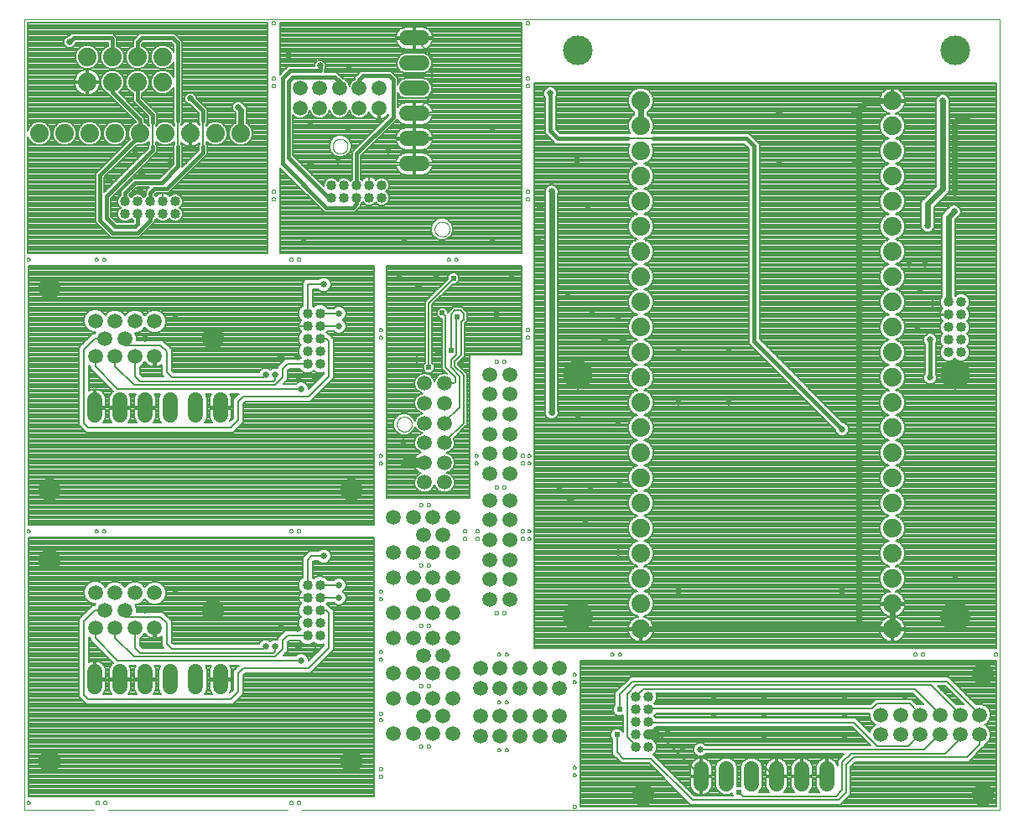
<source format=gbl>
G75*
%MOIN*%
%OFA0B0*%
%FSLAX25Y25*%
%IPPOS*%
%LPD*%
%AMOC8*
5,1,8,0,0,1.08239X$1,22.5*
%
%ADD10C,0.00000*%
%ADD11C,0.04000*%
%ADD12C,0.05937*%
%ADD13C,0.06000*%
%ADD14C,0.07400*%
%ADD15C,0.02578*%
%ADD16C,0.00800*%
%ADD17C,0.08858*%
%ADD18C,0.02400*%
%ADD19C,0.00787*%
%ADD20C,0.04000*%
%ADD21C,0.01600*%
%ADD22C,0.02400*%
%ADD23C,0.11811*%
D10*
X0003550Y0003550D02*
X0031294Y0003550D01*
X0031861Y0006550D02*
X0031863Y0006602D01*
X0031869Y0006654D01*
X0031879Y0006705D01*
X0031892Y0006755D01*
X0031910Y0006805D01*
X0031931Y0006852D01*
X0031955Y0006898D01*
X0031984Y0006942D01*
X0032015Y0006984D01*
X0032049Y0007023D01*
X0032086Y0007060D01*
X0032126Y0007093D01*
X0032169Y0007124D01*
X0032213Y0007151D01*
X0032259Y0007175D01*
X0032308Y0007195D01*
X0032357Y0007211D01*
X0032408Y0007224D01*
X0032459Y0007233D01*
X0032511Y0007238D01*
X0032563Y0007239D01*
X0032615Y0007236D01*
X0032667Y0007229D01*
X0032718Y0007218D01*
X0032768Y0007204D01*
X0032817Y0007185D01*
X0032864Y0007163D01*
X0032909Y0007138D01*
X0032953Y0007109D01*
X0032994Y0007077D01*
X0033033Y0007042D01*
X0033068Y0007004D01*
X0033101Y0006963D01*
X0033131Y0006921D01*
X0033157Y0006876D01*
X0033180Y0006829D01*
X0033199Y0006780D01*
X0033215Y0006730D01*
X0033227Y0006680D01*
X0033235Y0006628D01*
X0033239Y0006576D01*
X0033239Y0006524D01*
X0033235Y0006472D01*
X0033227Y0006420D01*
X0033215Y0006370D01*
X0033199Y0006320D01*
X0033180Y0006271D01*
X0033157Y0006224D01*
X0033131Y0006179D01*
X0033101Y0006137D01*
X0033068Y0006096D01*
X0033033Y0006058D01*
X0032994Y0006023D01*
X0032953Y0005991D01*
X0032909Y0005962D01*
X0032864Y0005937D01*
X0032817Y0005915D01*
X0032768Y0005896D01*
X0032718Y0005882D01*
X0032667Y0005871D01*
X0032615Y0005864D01*
X0032563Y0005861D01*
X0032511Y0005862D01*
X0032459Y0005867D01*
X0032408Y0005876D01*
X0032357Y0005889D01*
X0032308Y0005905D01*
X0032259Y0005925D01*
X0032213Y0005949D01*
X0032169Y0005976D01*
X0032126Y0006007D01*
X0032086Y0006040D01*
X0032049Y0006077D01*
X0032015Y0006116D01*
X0031984Y0006158D01*
X0031955Y0006202D01*
X0031931Y0006248D01*
X0031910Y0006295D01*
X0031892Y0006345D01*
X0031879Y0006395D01*
X0031869Y0006446D01*
X0031863Y0006498D01*
X0031861Y0006550D01*
X0034861Y0006550D02*
X0034863Y0006602D01*
X0034869Y0006654D01*
X0034879Y0006705D01*
X0034892Y0006755D01*
X0034910Y0006805D01*
X0034931Y0006852D01*
X0034955Y0006898D01*
X0034984Y0006942D01*
X0035015Y0006984D01*
X0035049Y0007023D01*
X0035086Y0007060D01*
X0035126Y0007093D01*
X0035169Y0007124D01*
X0035213Y0007151D01*
X0035259Y0007175D01*
X0035308Y0007195D01*
X0035357Y0007211D01*
X0035408Y0007224D01*
X0035459Y0007233D01*
X0035511Y0007238D01*
X0035563Y0007239D01*
X0035615Y0007236D01*
X0035667Y0007229D01*
X0035718Y0007218D01*
X0035768Y0007204D01*
X0035817Y0007185D01*
X0035864Y0007163D01*
X0035909Y0007138D01*
X0035953Y0007109D01*
X0035994Y0007077D01*
X0036033Y0007042D01*
X0036068Y0007004D01*
X0036101Y0006963D01*
X0036131Y0006921D01*
X0036157Y0006876D01*
X0036180Y0006829D01*
X0036199Y0006780D01*
X0036215Y0006730D01*
X0036227Y0006680D01*
X0036235Y0006628D01*
X0036239Y0006576D01*
X0036239Y0006524D01*
X0036235Y0006472D01*
X0036227Y0006420D01*
X0036215Y0006370D01*
X0036199Y0006320D01*
X0036180Y0006271D01*
X0036157Y0006224D01*
X0036131Y0006179D01*
X0036101Y0006137D01*
X0036068Y0006096D01*
X0036033Y0006058D01*
X0035994Y0006023D01*
X0035953Y0005991D01*
X0035909Y0005962D01*
X0035864Y0005937D01*
X0035817Y0005915D01*
X0035768Y0005896D01*
X0035718Y0005882D01*
X0035667Y0005871D01*
X0035615Y0005864D01*
X0035563Y0005861D01*
X0035511Y0005862D01*
X0035459Y0005867D01*
X0035408Y0005876D01*
X0035357Y0005889D01*
X0035308Y0005905D01*
X0035259Y0005925D01*
X0035213Y0005949D01*
X0035169Y0005976D01*
X0035126Y0006007D01*
X0035086Y0006040D01*
X0035049Y0006077D01*
X0035015Y0006116D01*
X0034984Y0006158D01*
X0034955Y0006202D01*
X0034931Y0006248D01*
X0034910Y0006295D01*
X0034892Y0006345D01*
X0034879Y0006395D01*
X0034869Y0006446D01*
X0034863Y0006498D01*
X0034861Y0006550D01*
X0036806Y0003550D02*
X0108294Y0003550D01*
X0108861Y0006550D02*
X0108863Y0006602D01*
X0108869Y0006654D01*
X0108879Y0006705D01*
X0108892Y0006755D01*
X0108910Y0006805D01*
X0108931Y0006852D01*
X0108955Y0006898D01*
X0108984Y0006942D01*
X0109015Y0006984D01*
X0109049Y0007023D01*
X0109086Y0007060D01*
X0109126Y0007093D01*
X0109169Y0007124D01*
X0109213Y0007151D01*
X0109259Y0007175D01*
X0109308Y0007195D01*
X0109357Y0007211D01*
X0109408Y0007224D01*
X0109459Y0007233D01*
X0109511Y0007238D01*
X0109563Y0007239D01*
X0109615Y0007236D01*
X0109667Y0007229D01*
X0109718Y0007218D01*
X0109768Y0007204D01*
X0109817Y0007185D01*
X0109864Y0007163D01*
X0109909Y0007138D01*
X0109953Y0007109D01*
X0109994Y0007077D01*
X0110033Y0007042D01*
X0110068Y0007004D01*
X0110101Y0006963D01*
X0110131Y0006921D01*
X0110157Y0006876D01*
X0110180Y0006829D01*
X0110199Y0006780D01*
X0110215Y0006730D01*
X0110227Y0006680D01*
X0110235Y0006628D01*
X0110239Y0006576D01*
X0110239Y0006524D01*
X0110235Y0006472D01*
X0110227Y0006420D01*
X0110215Y0006370D01*
X0110199Y0006320D01*
X0110180Y0006271D01*
X0110157Y0006224D01*
X0110131Y0006179D01*
X0110101Y0006137D01*
X0110068Y0006096D01*
X0110033Y0006058D01*
X0109994Y0006023D01*
X0109953Y0005991D01*
X0109909Y0005962D01*
X0109864Y0005937D01*
X0109817Y0005915D01*
X0109768Y0005896D01*
X0109718Y0005882D01*
X0109667Y0005871D01*
X0109615Y0005864D01*
X0109563Y0005861D01*
X0109511Y0005862D01*
X0109459Y0005867D01*
X0109408Y0005876D01*
X0109357Y0005889D01*
X0109308Y0005905D01*
X0109259Y0005925D01*
X0109213Y0005949D01*
X0109169Y0005976D01*
X0109126Y0006007D01*
X0109086Y0006040D01*
X0109049Y0006077D01*
X0109015Y0006116D01*
X0108984Y0006158D01*
X0108955Y0006202D01*
X0108931Y0006248D01*
X0108910Y0006295D01*
X0108892Y0006345D01*
X0108879Y0006395D01*
X0108869Y0006446D01*
X0108863Y0006498D01*
X0108861Y0006550D01*
X0111861Y0006550D02*
X0111863Y0006602D01*
X0111869Y0006654D01*
X0111879Y0006705D01*
X0111892Y0006755D01*
X0111910Y0006805D01*
X0111931Y0006852D01*
X0111955Y0006898D01*
X0111984Y0006942D01*
X0112015Y0006984D01*
X0112049Y0007023D01*
X0112086Y0007060D01*
X0112126Y0007093D01*
X0112169Y0007124D01*
X0112213Y0007151D01*
X0112259Y0007175D01*
X0112308Y0007195D01*
X0112357Y0007211D01*
X0112408Y0007224D01*
X0112459Y0007233D01*
X0112511Y0007238D01*
X0112563Y0007239D01*
X0112615Y0007236D01*
X0112667Y0007229D01*
X0112718Y0007218D01*
X0112768Y0007204D01*
X0112817Y0007185D01*
X0112864Y0007163D01*
X0112909Y0007138D01*
X0112953Y0007109D01*
X0112994Y0007077D01*
X0113033Y0007042D01*
X0113068Y0007004D01*
X0113101Y0006963D01*
X0113131Y0006921D01*
X0113157Y0006876D01*
X0113180Y0006829D01*
X0113199Y0006780D01*
X0113215Y0006730D01*
X0113227Y0006680D01*
X0113235Y0006628D01*
X0113239Y0006576D01*
X0113239Y0006524D01*
X0113235Y0006472D01*
X0113227Y0006420D01*
X0113215Y0006370D01*
X0113199Y0006320D01*
X0113180Y0006271D01*
X0113157Y0006224D01*
X0113131Y0006179D01*
X0113101Y0006137D01*
X0113068Y0006096D01*
X0113033Y0006058D01*
X0112994Y0006023D01*
X0112953Y0005991D01*
X0112909Y0005962D01*
X0112864Y0005937D01*
X0112817Y0005915D01*
X0112768Y0005896D01*
X0112718Y0005882D01*
X0112667Y0005871D01*
X0112615Y0005864D01*
X0112563Y0005861D01*
X0112511Y0005862D01*
X0112459Y0005867D01*
X0112408Y0005876D01*
X0112357Y0005889D01*
X0112308Y0005905D01*
X0112259Y0005925D01*
X0112213Y0005949D01*
X0112169Y0005976D01*
X0112126Y0006007D01*
X0112086Y0006040D01*
X0112049Y0006077D01*
X0112015Y0006116D01*
X0111984Y0006158D01*
X0111955Y0006202D01*
X0111931Y0006248D01*
X0111910Y0006295D01*
X0111892Y0006345D01*
X0111879Y0006395D01*
X0111869Y0006446D01*
X0111863Y0006498D01*
X0111861Y0006550D01*
X0113806Y0003550D02*
X0391251Y0003550D01*
X0391251Y0318011D01*
X0003550Y0318011D01*
X0003550Y0003550D01*
X0004361Y0006550D02*
X0004363Y0006602D01*
X0004369Y0006654D01*
X0004379Y0006705D01*
X0004392Y0006755D01*
X0004410Y0006805D01*
X0004431Y0006852D01*
X0004455Y0006898D01*
X0004484Y0006942D01*
X0004515Y0006984D01*
X0004549Y0007023D01*
X0004586Y0007060D01*
X0004626Y0007093D01*
X0004669Y0007124D01*
X0004713Y0007151D01*
X0004759Y0007175D01*
X0004808Y0007195D01*
X0004857Y0007211D01*
X0004908Y0007224D01*
X0004959Y0007233D01*
X0005011Y0007238D01*
X0005063Y0007239D01*
X0005115Y0007236D01*
X0005167Y0007229D01*
X0005218Y0007218D01*
X0005268Y0007204D01*
X0005317Y0007185D01*
X0005364Y0007163D01*
X0005409Y0007138D01*
X0005453Y0007109D01*
X0005494Y0007077D01*
X0005533Y0007042D01*
X0005568Y0007004D01*
X0005601Y0006963D01*
X0005631Y0006921D01*
X0005657Y0006876D01*
X0005680Y0006829D01*
X0005699Y0006780D01*
X0005715Y0006730D01*
X0005727Y0006680D01*
X0005735Y0006628D01*
X0005739Y0006576D01*
X0005739Y0006524D01*
X0005735Y0006472D01*
X0005727Y0006420D01*
X0005715Y0006370D01*
X0005699Y0006320D01*
X0005680Y0006271D01*
X0005657Y0006224D01*
X0005631Y0006179D01*
X0005601Y0006137D01*
X0005568Y0006096D01*
X0005533Y0006058D01*
X0005494Y0006023D01*
X0005453Y0005991D01*
X0005409Y0005962D01*
X0005364Y0005937D01*
X0005317Y0005915D01*
X0005268Y0005896D01*
X0005218Y0005882D01*
X0005167Y0005871D01*
X0005115Y0005864D01*
X0005063Y0005861D01*
X0005011Y0005862D01*
X0004959Y0005867D01*
X0004908Y0005876D01*
X0004857Y0005889D01*
X0004808Y0005905D01*
X0004759Y0005925D01*
X0004713Y0005949D01*
X0004669Y0005976D01*
X0004626Y0006007D01*
X0004586Y0006040D01*
X0004549Y0006077D01*
X0004515Y0006116D01*
X0004484Y0006158D01*
X0004455Y0006202D01*
X0004431Y0006248D01*
X0004410Y0006295D01*
X0004392Y0006345D01*
X0004379Y0006395D01*
X0004369Y0006446D01*
X0004363Y0006498D01*
X0004361Y0006550D01*
X0004361Y0114550D02*
X0004363Y0114602D01*
X0004369Y0114654D01*
X0004379Y0114705D01*
X0004392Y0114755D01*
X0004410Y0114805D01*
X0004431Y0114852D01*
X0004455Y0114898D01*
X0004484Y0114942D01*
X0004515Y0114984D01*
X0004549Y0115023D01*
X0004586Y0115060D01*
X0004626Y0115093D01*
X0004669Y0115124D01*
X0004713Y0115151D01*
X0004759Y0115175D01*
X0004808Y0115195D01*
X0004857Y0115211D01*
X0004908Y0115224D01*
X0004959Y0115233D01*
X0005011Y0115238D01*
X0005063Y0115239D01*
X0005115Y0115236D01*
X0005167Y0115229D01*
X0005218Y0115218D01*
X0005268Y0115204D01*
X0005317Y0115185D01*
X0005364Y0115163D01*
X0005409Y0115138D01*
X0005453Y0115109D01*
X0005494Y0115077D01*
X0005533Y0115042D01*
X0005568Y0115004D01*
X0005601Y0114963D01*
X0005631Y0114921D01*
X0005657Y0114876D01*
X0005680Y0114829D01*
X0005699Y0114780D01*
X0005715Y0114730D01*
X0005727Y0114680D01*
X0005735Y0114628D01*
X0005739Y0114576D01*
X0005739Y0114524D01*
X0005735Y0114472D01*
X0005727Y0114420D01*
X0005715Y0114370D01*
X0005699Y0114320D01*
X0005680Y0114271D01*
X0005657Y0114224D01*
X0005631Y0114179D01*
X0005601Y0114137D01*
X0005568Y0114096D01*
X0005533Y0114058D01*
X0005494Y0114023D01*
X0005453Y0113991D01*
X0005409Y0113962D01*
X0005364Y0113937D01*
X0005317Y0113915D01*
X0005268Y0113896D01*
X0005218Y0113882D01*
X0005167Y0113871D01*
X0005115Y0113864D01*
X0005063Y0113861D01*
X0005011Y0113862D01*
X0004959Y0113867D01*
X0004908Y0113876D01*
X0004857Y0113889D01*
X0004808Y0113905D01*
X0004759Y0113925D01*
X0004713Y0113949D01*
X0004669Y0113976D01*
X0004626Y0114007D01*
X0004586Y0114040D01*
X0004549Y0114077D01*
X0004515Y0114116D01*
X0004484Y0114158D01*
X0004455Y0114202D01*
X0004431Y0114248D01*
X0004410Y0114295D01*
X0004392Y0114345D01*
X0004379Y0114395D01*
X0004369Y0114446D01*
X0004363Y0114498D01*
X0004361Y0114550D01*
X0031361Y0114550D02*
X0031363Y0114602D01*
X0031369Y0114654D01*
X0031379Y0114705D01*
X0031392Y0114755D01*
X0031410Y0114805D01*
X0031431Y0114852D01*
X0031455Y0114898D01*
X0031484Y0114942D01*
X0031515Y0114984D01*
X0031549Y0115023D01*
X0031586Y0115060D01*
X0031626Y0115093D01*
X0031669Y0115124D01*
X0031713Y0115151D01*
X0031759Y0115175D01*
X0031808Y0115195D01*
X0031857Y0115211D01*
X0031908Y0115224D01*
X0031959Y0115233D01*
X0032011Y0115238D01*
X0032063Y0115239D01*
X0032115Y0115236D01*
X0032167Y0115229D01*
X0032218Y0115218D01*
X0032268Y0115204D01*
X0032317Y0115185D01*
X0032364Y0115163D01*
X0032409Y0115138D01*
X0032453Y0115109D01*
X0032494Y0115077D01*
X0032533Y0115042D01*
X0032568Y0115004D01*
X0032601Y0114963D01*
X0032631Y0114921D01*
X0032657Y0114876D01*
X0032680Y0114829D01*
X0032699Y0114780D01*
X0032715Y0114730D01*
X0032727Y0114680D01*
X0032735Y0114628D01*
X0032739Y0114576D01*
X0032739Y0114524D01*
X0032735Y0114472D01*
X0032727Y0114420D01*
X0032715Y0114370D01*
X0032699Y0114320D01*
X0032680Y0114271D01*
X0032657Y0114224D01*
X0032631Y0114179D01*
X0032601Y0114137D01*
X0032568Y0114096D01*
X0032533Y0114058D01*
X0032494Y0114023D01*
X0032453Y0113991D01*
X0032409Y0113962D01*
X0032364Y0113937D01*
X0032317Y0113915D01*
X0032268Y0113896D01*
X0032218Y0113882D01*
X0032167Y0113871D01*
X0032115Y0113864D01*
X0032063Y0113861D01*
X0032011Y0113862D01*
X0031959Y0113867D01*
X0031908Y0113876D01*
X0031857Y0113889D01*
X0031808Y0113905D01*
X0031759Y0113925D01*
X0031713Y0113949D01*
X0031669Y0113976D01*
X0031626Y0114007D01*
X0031586Y0114040D01*
X0031549Y0114077D01*
X0031515Y0114116D01*
X0031484Y0114158D01*
X0031455Y0114202D01*
X0031431Y0114248D01*
X0031410Y0114295D01*
X0031392Y0114345D01*
X0031379Y0114395D01*
X0031369Y0114446D01*
X0031363Y0114498D01*
X0031361Y0114550D01*
X0034361Y0114550D02*
X0034363Y0114602D01*
X0034369Y0114654D01*
X0034379Y0114705D01*
X0034392Y0114755D01*
X0034410Y0114805D01*
X0034431Y0114852D01*
X0034455Y0114898D01*
X0034484Y0114942D01*
X0034515Y0114984D01*
X0034549Y0115023D01*
X0034586Y0115060D01*
X0034626Y0115093D01*
X0034669Y0115124D01*
X0034713Y0115151D01*
X0034759Y0115175D01*
X0034808Y0115195D01*
X0034857Y0115211D01*
X0034908Y0115224D01*
X0034959Y0115233D01*
X0035011Y0115238D01*
X0035063Y0115239D01*
X0035115Y0115236D01*
X0035167Y0115229D01*
X0035218Y0115218D01*
X0035268Y0115204D01*
X0035317Y0115185D01*
X0035364Y0115163D01*
X0035409Y0115138D01*
X0035453Y0115109D01*
X0035494Y0115077D01*
X0035533Y0115042D01*
X0035568Y0115004D01*
X0035601Y0114963D01*
X0035631Y0114921D01*
X0035657Y0114876D01*
X0035680Y0114829D01*
X0035699Y0114780D01*
X0035715Y0114730D01*
X0035727Y0114680D01*
X0035735Y0114628D01*
X0035739Y0114576D01*
X0035739Y0114524D01*
X0035735Y0114472D01*
X0035727Y0114420D01*
X0035715Y0114370D01*
X0035699Y0114320D01*
X0035680Y0114271D01*
X0035657Y0114224D01*
X0035631Y0114179D01*
X0035601Y0114137D01*
X0035568Y0114096D01*
X0035533Y0114058D01*
X0035494Y0114023D01*
X0035453Y0113991D01*
X0035409Y0113962D01*
X0035364Y0113937D01*
X0035317Y0113915D01*
X0035268Y0113896D01*
X0035218Y0113882D01*
X0035167Y0113871D01*
X0035115Y0113864D01*
X0035063Y0113861D01*
X0035011Y0113862D01*
X0034959Y0113867D01*
X0034908Y0113876D01*
X0034857Y0113889D01*
X0034808Y0113905D01*
X0034759Y0113925D01*
X0034713Y0113949D01*
X0034669Y0113976D01*
X0034626Y0114007D01*
X0034586Y0114040D01*
X0034549Y0114077D01*
X0034515Y0114116D01*
X0034484Y0114158D01*
X0034455Y0114202D01*
X0034431Y0114248D01*
X0034410Y0114295D01*
X0034392Y0114345D01*
X0034379Y0114395D01*
X0034369Y0114446D01*
X0034363Y0114498D01*
X0034361Y0114550D01*
X0108861Y0114550D02*
X0108863Y0114602D01*
X0108869Y0114654D01*
X0108879Y0114705D01*
X0108892Y0114755D01*
X0108910Y0114805D01*
X0108931Y0114852D01*
X0108955Y0114898D01*
X0108984Y0114942D01*
X0109015Y0114984D01*
X0109049Y0115023D01*
X0109086Y0115060D01*
X0109126Y0115093D01*
X0109169Y0115124D01*
X0109213Y0115151D01*
X0109259Y0115175D01*
X0109308Y0115195D01*
X0109357Y0115211D01*
X0109408Y0115224D01*
X0109459Y0115233D01*
X0109511Y0115238D01*
X0109563Y0115239D01*
X0109615Y0115236D01*
X0109667Y0115229D01*
X0109718Y0115218D01*
X0109768Y0115204D01*
X0109817Y0115185D01*
X0109864Y0115163D01*
X0109909Y0115138D01*
X0109953Y0115109D01*
X0109994Y0115077D01*
X0110033Y0115042D01*
X0110068Y0115004D01*
X0110101Y0114963D01*
X0110131Y0114921D01*
X0110157Y0114876D01*
X0110180Y0114829D01*
X0110199Y0114780D01*
X0110215Y0114730D01*
X0110227Y0114680D01*
X0110235Y0114628D01*
X0110239Y0114576D01*
X0110239Y0114524D01*
X0110235Y0114472D01*
X0110227Y0114420D01*
X0110215Y0114370D01*
X0110199Y0114320D01*
X0110180Y0114271D01*
X0110157Y0114224D01*
X0110131Y0114179D01*
X0110101Y0114137D01*
X0110068Y0114096D01*
X0110033Y0114058D01*
X0109994Y0114023D01*
X0109953Y0113991D01*
X0109909Y0113962D01*
X0109864Y0113937D01*
X0109817Y0113915D01*
X0109768Y0113896D01*
X0109718Y0113882D01*
X0109667Y0113871D01*
X0109615Y0113864D01*
X0109563Y0113861D01*
X0109511Y0113862D01*
X0109459Y0113867D01*
X0109408Y0113876D01*
X0109357Y0113889D01*
X0109308Y0113905D01*
X0109259Y0113925D01*
X0109213Y0113949D01*
X0109169Y0113976D01*
X0109126Y0114007D01*
X0109086Y0114040D01*
X0109049Y0114077D01*
X0109015Y0114116D01*
X0108984Y0114158D01*
X0108955Y0114202D01*
X0108931Y0114248D01*
X0108910Y0114295D01*
X0108892Y0114345D01*
X0108879Y0114395D01*
X0108869Y0114446D01*
X0108863Y0114498D01*
X0108861Y0114550D01*
X0111861Y0114550D02*
X0111863Y0114602D01*
X0111869Y0114654D01*
X0111879Y0114705D01*
X0111892Y0114755D01*
X0111910Y0114805D01*
X0111931Y0114852D01*
X0111955Y0114898D01*
X0111984Y0114942D01*
X0112015Y0114984D01*
X0112049Y0115023D01*
X0112086Y0115060D01*
X0112126Y0115093D01*
X0112169Y0115124D01*
X0112213Y0115151D01*
X0112259Y0115175D01*
X0112308Y0115195D01*
X0112357Y0115211D01*
X0112408Y0115224D01*
X0112459Y0115233D01*
X0112511Y0115238D01*
X0112563Y0115239D01*
X0112615Y0115236D01*
X0112667Y0115229D01*
X0112718Y0115218D01*
X0112768Y0115204D01*
X0112817Y0115185D01*
X0112864Y0115163D01*
X0112909Y0115138D01*
X0112953Y0115109D01*
X0112994Y0115077D01*
X0113033Y0115042D01*
X0113068Y0115004D01*
X0113101Y0114963D01*
X0113131Y0114921D01*
X0113157Y0114876D01*
X0113180Y0114829D01*
X0113199Y0114780D01*
X0113215Y0114730D01*
X0113227Y0114680D01*
X0113235Y0114628D01*
X0113239Y0114576D01*
X0113239Y0114524D01*
X0113235Y0114472D01*
X0113227Y0114420D01*
X0113215Y0114370D01*
X0113199Y0114320D01*
X0113180Y0114271D01*
X0113157Y0114224D01*
X0113131Y0114179D01*
X0113101Y0114137D01*
X0113068Y0114096D01*
X0113033Y0114058D01*
X0112994Y0114023D01*
X0112953Y0113991D01*
X0112909Y0113962D01*
X0112864Y0113937D01*
X0112817Y0113915D01*
X0112768Y0113896D01*
X0112718Y0113882D01*
X0112667Y0113871D01*
X0112615Y0113864D01*
X0112563Y0113861D01*
X0112511Y0113862D01*
X0112459Y0113867D01*
X0112408Y0113876D01*
X0112357Y0113889D01*
X0112308Y0113905D01*
X0112259Y0113925D01*
X0112213Y0113949D01*
X0112169Y0113976D01*
X0112126Y0114007D01*
X0112086Y0114040D01*
X0112049Y0114077D01*
X0112015Y0114116D01*
X0111984Y0114158D01*
X0111955Y0114202D01*
X0111931Y0114248D01*
X0111910Y0114295D01*
X0111892Y0114345D01*
X0111879Y0114395D01*
X0111869Y0114446D01*
X0111863Y0114498D01*
X0111861Y0114550D01*
X0144361Y0090550D02*
X0144363Y0090602D01*
X0144369Y0090654D01*
X0144379Y0090705D01*
X0144392Y0090755D01*
X0144410Y0090805D01*
X0144431Y0090852D01*
X0144455Y0090898D01*
X0144484Y0090942D01*
X0144515Y0090984D01*
X0144549Y0091023D01*
X0144586Y0091060D01*
X0144626Y0091093D01*
X0144669Y0091124D01*
X0144713Y0091151D01*
X0144759Y0091175D01*
X0144808Y0091195D01*
X0144857Y0091211D01*
X0144908Y0091224D01*
X0144959Y0091233D01*
X0145011Y0091238D01*
X0145063Y0091239D01*
X0145115Y0091236D01*
X0145167Y0091229D01*
X0145218Y0091218D01*
X0145268Y0091204D01*
X0145317Y0091185D01*
X0145364Y0091163D01*
X0145409Y0091138D01*
X0145453Y0091109D01*
X0145494Y0091077D01*
X0145533Y0091042D01*
X0145568Y0091004D01*
X0145601Y0090963D01*
X0145631Y0090921D01*
X0145657Y0090876D01*
X0145680Y0090829D01*
X0145699Y0090780D01*
X0145715Y0090730D01*
X0145727Y0090680D01*
X0145735Y0090628D01*
X0145739Y0090576D01*
X0145739Y0090524D01*
X0145735Y0090472D01*
X0145727Y0090420D01*
X0145715Y0090370D01*
X0145699Y0090320D01*
X0145680Y0090271D01*
X0145657Y0090224D01*
X0145631Y0090179D01*
X0145601Y0090137D01*
X0145568Y0090096D01*
X0145533Y0090058D01*
X0145494Y0090023D01*
X0145453Y0089991D01*
X0145409Y0089962D01*
X0145364Y0089937D01*
X0145317Y0089915D01*
X0145268Y0089896D01*
X0145218Y0089882D01*
X0145167Y0089871D01*
X0145115Y0089864D01*
X0145063Y0089861D01*
X0145011Y0089862D01*
X0144959Y0089867D01*
X0144908Y0089876D01*
X0144857Y0089889D01*
X0144808Y0089905D01*
X0144759Y0089925D01*
X0144713Y0089949D01*
X0144669Y0089976D01*
X0144626Y0090007D01*
X0144586Y0090040D01*
X0144549Y0090077D01*
X0144515Y0090116D01*
X0144484Y0090158D01*
X0144455Y0090202D01*
X0144431Y0090248D01*
X0144410Y0090295D01*
X0144392Y0090345D01*
X0144379Y0090395D01*
X0144369Y0090446D01*
X0144363Y0090498D01*
X0144361Y0090550D01*
X0144361Y0087550D02*
X0144363Y0087602D01*
X0144369Y0087654D01*
X0144379Y0087705D01*
X0144392Y0087755D01*
X0144410Y0087805D01*
X0144431Y0087852D01*
X0144455Y0087898D01*
X0144484Y0087942D01*
X0144515Y0087984D01*
X0144549Y0088023D01*
X0144586Y0088060D01*
X0144626Y0088093D01*
X0144669Y0088124D01*
X0144713Y0088151D01*
X0144759Y0088175D01*
X0144808Y0088195D01*
X0144857Y0088211D01*
X0144908Y0088224D01*
X0144959Y0088233D01*
X0145011Y0088238D01*
X0145063Y0088239D01*
X0145115Y0088236D01*
X0145167Y0088229D01*
X0145218Y0088218D01*
X0145268Y0088204D01*
X0145317Y0088185D01*
X0145364Y0088163D01*
X0145409Y0088138D01*
X0145453Y0088109D01*
X0145494Y0088077D01*
X0145533Y0088042D01*
X0145568Y0088004D01*
X0145601Y0087963D01*
X0145631Y0087921D01*
X0145657Y0087876D01*
X0145680Y0087829D01*
X0145699Y0087780D01*
X0145715Y0087730D01*
X0145727Y0087680D01*
X0145735Y0087628D01*
X0145739Y0087576D01*
X0145739Y0087524D01*
X0145735Y0087472D01*
X0145727Y0087420D01*
X0145715Y0087370D01*
X0145699Y0087320D01*
X0145680Y0087271D01*
X0145657Y0087224D01*
X0145631Y0087179D01*
X0145601Y0087137D01*
X0145568Y0087096D01*
X0145533Y0087058D01*
X0145494Y0087023D01*
X0145453Y0086991D01*
X0145409Y0086962D01*
X0145364Y0086937D01*
X0145317Y0086915D01*
X0145268Y0086896D01*
X0145218Y0086882D01*
X0145167Y0086871D01*
X0145115Y0086864D01*
X0145063Y0086861D01*
X0145011Y0086862D01*
X0144959Y0086867D01*
X0144908Y0086876D01*
X0144857Y0086889D01*
X0144808Y0086905D01*
X0144759Y0086925D01*
X0144713Y0086949D01*
X0144669Y0086976D01*
X0144626Y0087007D01*
X0144586Y0087040D01*
X0144549Y0087077D01*
X0144515Y0087116D01*
X0144484Y0087158D01*
X0144455Y0087202D01*
X0144431Y0087248D01*
X0144410Y0087295D01*
X0144392Y0087345D01*
X0144379Y0087395D01*
X0144369Y0087446D01*
X0144363Y0087498D01*
X0144361Y0087550D01*
X0160361Y0077050D02*
X0160363Y0077102D01*
X0160369Y0077154D01*
X0160379Y0077205D01*
X0160392Y0077255D01*
X0160410Y0077305D01*
X0160431Y0077352D01*
X0160455Y0077398D01*
X0160484Y0077442D01*
X0160515Y0077484D01*
X0160549Y0077523D01*
X0160586Y0077560D01*
X0160626Y0077593D01*
X0160669Y0077624D01*
X0160713Y0077651D01*
X0160759Y0077675D01*
X0160808Y0077695D01*
X0160857Y0077711D01*
X0160908Y0077724D01*
X0160959Y0077733D01*
X0161011Y0077738D01*
X0161063Y0077739D01*
X0161115Y0077736D01*
X0161167Y0077729D01*
X0161218Y0077718D01*
X0161268Y0077704D01*
X0161317Y0077685D01*
X0161364Y0077663D01*
X0161409Y0077638D01*
X0161453Y0077609D01*
X0161494Y0077577D01*
X0161533Y0077542D01*
X0161568Y0077504D01*
X0161601Y0077463D01*
X0161631Y0077421D01*
X0161657Y0077376D01*
X0161680Y0077329D01*
X0161699Y0077280D01*
X0161715Y0077230D01*
X0161727Y0077180D01*
X0161735Y0077128D01*
X0161739Y0077076D01*
X0161739Y0077024D01*
X0161735Y0076972D01*
X0161727Y0076920D01*
X0161715Y0076870D01*
X0161699Y0076820D01*
X0161680Y0076771D01*
X0161657Y0076724D01*
X0161631Y0076679D01*
X0161601Y0076637D01*
X0161568Y0076596D01*
X0161533Y0076558D01*
X0161494Y0076523D01*
X0161453Y0076491D01*
X0161409Y0076462D01*
X0161364Y0076437D01*
X0161317Y0076415D01*
X0161268Y0076396D01*
X0161218Y0076382D01*
X0161167Y0076371D01*
X0161115Y0076364D01*
X0161063Y0076361D01*
X0161011Y0076362D01*
X0160959Y0076367D01*
X0160908Y0076376D01*
X0160857Y0076389D01*
X0160808Y0076405D01*
X0160759Y0076425D01*
X0160713Y0076449D01*
X0160669Y0076476D01*
X0160626Y0076507D01*
X0160586Y0076540D01*
X0160549Y0076577D01*
X0160515Y0076616D01*
X0160484Y0076658D01*
X0160455Y0076702D01*
X0160431Y0076748D01*
X0160410Y0076795D01*
X0160392Y0076845D01*
X0160379Y0076895D01*
X0160369Y0076946D01*
X0160363Y0076998D01*
X0160361Y0077050D01*
X0163361Y0077050D02*
X0163363Y0077102D01*
X0163369Y0077154D01*
X0163379Y0077205D01*
X0163392Y0077255D01*
X0163410Y0077305D01*
X0163431Y0077352D01*
X0163455Y0077398D01*
X0163484Y0077442D01*
X0163515Y0077484D01*
X0163549Y0077523D01*
X0163586Y0077560D01*
X0163626Y0077593D01*
X0163669Y0077624D01*
X0163713Y0077651D01*
X0163759Y0077675D01*
X0163808Y0077695D01*
X0163857Y0077711D01*
X0163908Y0077724D01*
X0163959Y0077733D01*
X0164011Y0077738D01*
X0164063Y0077739D01*
X0164115Y0077736D01*
X0164167Y0077729D01*
X0164218Y0077718D01*
X0164268Y0077704D01*
X0164317Y0077685D01*
X0164364Y0077663D01*
X0164409Y0077638D01*
X0164453Y0077609D01*
X0164494Y0077577D01*
X0164533Y0077542D01*
X0164568Y0077504D01*
X0164601Y0077463D01*
X0164631Y0077421D01*
X0164657Y0077376D01*
X0164680Y0077329D01*
X0164699Y0077280D01*
X0164715Y0077230D01*
X0164727Y0077180D01*
X0164735Y0077128D01*
X0164739Y0077076D01*
X0164739Y0077024D01*
X0164735Y0076972D01*
X0164727Y0076920D01*
X0164715Y0076870D01*
X0164699Y0076820D01*
X0164680Y0076771D01*
X0164657Y0076724D01*
X0164631Y0076679D01*
X0164601Y0076637D01*
X0164568Y0076596D01*
X0164533Y0076558D01*
X0164494Y0076523D01*
X0164453Y0076491D01*
X0164409Y0076462D01*
X0164364Y0076437D01*
X0164317Y0076415D01*
X0164268Y0076396D01*
X0164218Y0076382D01*
X0164167Y0076371D01*
X0164115Y0076364D01*
X0164063Y0076361D01*
X0164011Y0076362D01*
X0163959Y0076367D01*
X0163908Y0076376D01*
X0163857Y0076389D01*
X0163808Y0076405D01*
X0163759Y0076425D01*
X0163713Y0076449D01*
X0163669Y0076476D01*
X0163626Y0076507D01*
X0163586Y0076540D01*
X0163549Y0076577D01*
X0163515Y0076616D01*
X0163484Y0076658D01*
X0163455Y0076702D01*
X0163431Y0076748D01*
X0163410Y0076795D01*
X0163392Y0076845D01*
X0163379Y0076895D01*
X0163369Y0076946D01*
X0163363Y0076998D01*
X0163361Y0077050D01*
X0144361Y0066550D02*
X0144363Y0066602D01*
X0144369Y0066654D01*
X0144379Y0066705D01*
X0144392Y0066755D01*
X0144410Y0066805D01*
X0144431Y0066852D01*
X0144455Y0066898D01*
X0144484Y0066942D01*
X0144515Y0066984D01*
X0144549Y0067023D01*
X0144586Y0067060D01*
X0144626Y0067093D01*
X0144669Y0067124D01*
X0144713Y0067151D01*
X0144759Y0067175D01*
X0144808Y0067195D01*
X0144857Y0067211D01*
X0144908Y0067224D01*
X0144959Y0067233D01*
X0145011Y0067238D01*
X0145063Y0067239D01*
X0145115Y0067236D01*
X0145167Y0067229D01*
X0145218Y0067218D01*
X0145268Y0067204D01*
X0145317Y0067185D01*
X0145364Y0067163D01*
X0145409Y0067138D01*
X0145453Y0067109D01*
X0145494Y0067077D01*
X0145533Y0067042D01*
X0145568Y0067004D01*
X0145601Y0066963D01*
X0145631Y0066921D01*
X0145657Y0066876D01*
X0145680Y0066829D01*
X0145699Y0066780D01*
X0145715Y0066730D01*
X0145727Y0066680D01*
X0145735Y0066628D01*
X0145739Y0066576D01*
X0145739Y0066524D01*
X0145735Y0066472D01*
X0145727Y0066420D01*
X0145715Y0066370D01*
X0145699Y0066320D01*
X0145680Y0066271D01*
X0145657Y0066224D01*
X0145631Y0066179D01*
X0145601Y0066137D01*
X0145568Y0066096D01*
X0145533Y0066058D01*
X0145494Y0066023D01*
X0145453Y0065991D01*
X0145409Y0065962D01*
X0145364Y0065937D01*
X0145317Y0065915D01*
X0145268Y0065896D01*
X0145218Y0065882D01*
X0145167Y0065871D01*
X0145115Y0065864D01*
X0145063Y0065861D01*
X0145011Y0065862D01*
X0144959Y0065867D01*
X0144908Y0065876D01*
X0144857Y0065889D01*
X0144808Y0065905D01*
X0144759Y0065925D01*
X0144713Y0065949D01*
X0144669Y0065976D01*
X0144626Y0066007D01*
X0144586Y0066040D01*
X0144549Y0066077D01*
X0144515Y0066116D01*
X0144484Y0066158D01*
X0144455Y0066202D01*
X0144431Y0066248D01*
X0144410Y0066295D01*
X0144392Y0066345D01*
X0144379Y0066395D01*
X0144369Y0066446D01*
X0144363Y0066498D01*
X0144361Y0066550D01*
X0144361Y0063550D02*
X0144363Y0063602D01*
X0144369Y0063654D01*
X0144379Y0063705D01*
X0144392Y0063755D01*
X0144410Y0063805D01*
X0144431Y0063852D01*
X0144455Y0063898D01*
X0144484Y0063942D01*
X0144515Y0063984D01*
X0144549Y0064023D01*
X0144586Y0064060D01*
X0144626Y0064093D01*
X0144669Y0064124D01*
X0144713Y0064151D01*
X0144759Y0064175D01*
X0144808Y0064195D01*
X0144857Y0064211D01*
X0144908Y0064224D01*
X0144959Y0064233D01*
X0145011Y0064238D01*
X0145063Y0064239D01*
X0145115Y0064236D01*
X0145167Y0064229D01*
X0145218Y0064218D01*
X0145268Y0064204D01*
X0145317Y0064185D01*
X0145364Y0064163D01*
X0145409Y0064138D01*
X0145453Y0064109D01*
X0145494Y0064077D01*
X0145533Y0064042D01*
X0145568Y0064004D01*
X0145601Y0063963D01*
X0145631Y0063921D01*
X0145657Y0063876D01*
X0145680Y0063829D01*
X0145699Y0063780D01*
X0145715Y0063730D01*
X0145727Y0063680D01*
X0145735Y0063628D01*
X0145739Y0063576D01*
X0145739Y0063524D01*
X0145735Y0063472D01*
X0145727Y0063420D01*
X0145715Y0063370D01*
X0145699Y0063320D01*
X0145680Y0063271D01*
X0145657Y0063224D01*
X0145631Y0063179D01*
X0145601Y0063137D01*
X0145568Y0063096D01*
X0145533Y0063058D01*
X0145494Y0063023D01*
X0145453Y0062991D01*
X0145409Y0062962D01*
X0145364Y0062937D01*
X0145317Y0062915D01*
X0145268Y0062896D01*
X0145218Y0062882D01*
X0145167Y0062871D01*
X0145115Y0062864D01*
X0145063Y0062861D01*
X0145011Y0062862D01*
X0144959Y0062867D01*
X0144908Y0062876D01*
X0144857Y0062889D01*
X0144808Y0062905D01*
X0144759Y0062925D01*
X0144713Y0062949D01*
X0144669Y0062976D01*
X0144626Y0063007D01*
X0144586Y0063040D01*
X0144549Y0063077D01*
X0144515Y0063116D01*
X0144484Y0063158D01*
X0144455Y0063202D01*
X0144431Y0063248D01*
X0144410Y0063295D01*
X0144392Y0063345D01*
X0144379Y0063395D01*
X0144369Y0063446D01*
X0144363Y0063498D01*
X0144361Y0063550D01*
X0160361Y0053050D02*
X0160363Y0053102D01*
X0160369Y0053154D01*
X0160379Y0053205D01*
X0160392Y0053255D01*
X0160410Y0053305D01*
X0160431Y0053352D01*
X0160455Y0053398D01*
X0160484Y0053442D01*
X0160515Y0053484D01*
X0160549Y0053523D01*
X0160586Y0053560D01*
X0160626Y0053593D01*
X0160669Y0053624D01*
X0160713Y0053651D01*
X0160759Y0053675D01*
X0160808Y0053695D01*
X0160857Y0053711D01*
X0160908Y0053724D01*
X0160959Y0053733D01*
X0161011Y0053738D01*
X0161063Y0053739D01*
X0161115Y0053736D01*
X0161167Y0053729D01*
X0161218Y0053718D01*
X0161268Y0053704D01*
X0161317Y0053685D01*
X0161364Y0053663D01*
X0161409Y0053638D01*
X0161453Y0053609D01*
X0161494Y0053577D01*
X0161533Y0053542D01*
X0161568Y0053504D01*
X0161601Y0053463D01*
X0161631Y0053421D01*
X0161657Y0053376D01*
X0161680Y0053329D01*
X0161699Y0053280D01*
X0161715Y0053230D01*
X0161727Y0053180D01*
X0161735Y0053128D01*
X0161739Y0053076D01*
X0161739Y0053024D01*
X0161735Y0052972D01*
X0161727Y0052920D01*
X0161715Y0052870D01*
X0161699Y0052820D01*
X0161680Y0052771D01*
X0161657Y0052724D01*
X0161631Y0052679D01*
X0161601Y0052637D01*
X0161568Y0052596D01*
X0161533Y0052558D01*
X0161494Y0052523D01*
X0161453Y0052491D01*
X0161409Y0052462D01*
X0161364Y0052437D01*
X0161317Y0052415D01*
X0161268Y0052396D01*
X0161218Y0052382D01*
X0161167Y0052371D01*
X0161115Y0052364D01*
X0161063Y0052361D01*
X0161011Y0052362D01*
X0160959Y0052367D01*
X0160908Y0052376D01*
X0160857Y0052389D01*
X0160808Y0052405D01*
X0160759Y0052425D01*
X0160713Y0052449D01*
X0160669Y0052476D01*
X0160626Y0052507D01*
X0160586Y0052540D01*
X0160549Y0052577D01*
X0160515Y0052616D01*
X0160484Y0052658D01*
X0160455Y0052702D01*
X0160431Y0052748D01*
X0160410Y0052795D01*
X0160392Y0052845D01*
X0160379Y0052895D01*
X0160369Y0052946D01*
X0160363Y0052998D01*
X0160361Y0053050D01*
X0163361Y0053050D02*
X0163363Y0053102D01*
X0163369Y0053154D01*
X0163379Y0053205D01*
X0163392Y0053255D01*
X0163410Y0053305D01*
X0163431Y0053352D01*
X0163455Y0053398D01*
X0163484Y0053442D01*
X0163515Y0053484D01*
X0163549Y0053523D01*
X0163586Y0053560D01*
X0163626Y0053593D01*
X0163669Y0053624D01*
X0163713Y0053651D01*
X0163759Y0053675D01*
X0163808Y0053695D01*
X0163857Y0053711D01*
X0163908Y0053724D01*
X0163959Y0053733D01*
X0164011Y0053738D01*
X0164063Y0053739D01*
X0164115Y0053736D01*
X0164167Y0053729D01*
X0164218Y0053718D01*
X0164268Y0053704D01*
X0164317Y0053685D01*
X0164364Y0053663D01*
X0164409Y0053638D01*
X0164453Y0053609D01*
X0164494Y0053577D01*
X0164533Y0053542D01*
X0164568Y0053504D01*
X0164601Y0053463D01*
X0164631Y0053421D01*
X0164657Y0053376D01*
X0164680Y0053329D01*
X0164699Y0053280D01*
X0164715Y0053230D01*
X0164727Y0053180D01*
X0164735Y0053128D01*
X0164739Y0053076D01*
X0164739Y0053024D01*
X0164735Y0052972D01*
X0164727Y0052920D01*
X0164715Y0052870D01*
X0164699Y0052820D01*
X0164680Y0052771D01*
X0164657Y0052724D01*
X0164631Y0052679D01*
X0164601Y0052637D01*
X0164568Y0052596D01*
X0164533Y0052558D01*
X0164494Y0052523D01*
X0164453Y0052491D01*
X0164409Y0052462D01*
X0164364Y0052437D01*
X0164317Y0052415D01*
X0164268Y0052396D01*
X0164218Y0052382D01*
X0164167Y0052371D01*
X0164115Y0052364D01*
X0164063Y0052361D01*
X0164011Y0052362D01*
X0163959Y0052367D01*
X0163908Y0052376D01*
X0163857Y0052389D01*
X0163808Y0052405D01*
X0163759Y0052425D01*
X0163713Y0052449D01*
X0163669Y0052476D01*
X0163626Y0052507D01*
X0163586Y0052540D01*
X0163549Y0052577D01*
X0163515Y0052616D01*
X0163484Y0052658D01*
X0163455Y0052702D01*
X0163431Y0052748D01*
X0163410Y0052795D01*
X0163392Y0052845D01*
X0163379Y0052895D01*
X0163369Y0052946D01*
X0163363Y0052998D01*
X0163361Y0053050D01*
X0144361Y0042050D02*
X0144363Y0042102D01*
X0144369Y0042154D01*
X0144379Y0042205D01*
X0144392Y0042255D01*
X0144410Y0042305D01*
X0144431Y0042352D01*
X0144455Y0042398D01*
X0144484Y0042442D01*
X0144515Y0042484D01*
X0144549Y0042523D01*
X0144586Y0042560D01*
X0144626Y0042593D01*
X0144669Y0042624D01*
X0144713Y0042651D01*
X0144759Y0042675D01*
X0144808Y0042695D01*
X0144857Y0042711D01*
X0144908Y0042724D01*
X0144959Y0042733D01*
X0145011Y0042738D01*
X0145063Y0042739D01*
X0145115Y0042736D01*
X0145167Y0042729D01*
X0145218Y0042718D01*
X0145268Y0042704D01*
X0145317Y0042685D01*
X0145364Y0042663D01*
X0145409Y0042638D01*
X0145453Y0042609D01*
X0145494Y0042577D01*
X0145533Y0042542D01*
X0145568Y0042504D01*
X0145601Y0042463D01*
X0145631Y0042421D01*
X0145657Y0042376D01*
X0145680Y0042329D01*
X0145699Y0042280D01*
X0145715Y0042230D01*
X0145727Y0042180D01*
X0145735Y0042128D01*
X0145739Y0042076D01*
X0145739Y0042024D01*
X0145735Y0041972D01*
X0145727Y0041920D01*
X0145715Y0041870D01*
X0145699Y0041820D01*
X0145680Y0041771D01*
X0145657Y0041724D01*
X0145631Y0041679D01*
X0145601Y0041637D01*
X0145568Y0041596D01*
X0145533Y0041558D01*
X0145494Y0041523D01*
X0145453Y0041491D01*
X0145409Y0041462D01*
X0145364Y0041437D01*
X0145317Y0041415D01*
X0145268Y0041396D01*
X0145218Y0041382D01*
X0145167Y0041371D01*
X0145115Y0041364D01*
X0145063Y0041361D01*
X0145011Y0041362D01*
X0144959Y0041367D01*
X0144908Y0041376D01*
X0144857Y0041389D01*
X0144808Y0041405D01*
X0144759Y0041425D01*
X0144713Y0041449D01*
X0144669Y0041476D01*
X0144626Y0041507D01*
X0144586Y0041540D01*
X0144549Y0041577D01*
X0144515Y0041616D01*
X0144484Y0041658D01*
X0144455Y0041702D01*
X0144431Y0041748D01*
X0144410Y0041795D01*
X0144392Y0041845D01*
X0144379Y0041895D01*
X0144369Y0041946D01*
X0144363Y0041998D01*
X0144361Y0042050D01*
X0144361Y0039550D02*
X0144363Y0039602D01*
X0144369Y0039654D01*
X0144379Y0039705D01*
X0144392Y0039755D01*
X0144410Y0039805D01*
X0144431Y0039852D01*
X0144455Y0039898D01*
X0144484Y0039942D01*
X0144515Y0039984D01*
X0144549Y0040023D01*
X0144586Y0040060D01*
X0144626Y0040093D01*
X0144669Y0040124D01*
X0144713Y0040151D01*
X0144759Y0040175D01*
X0144808Y0040195D01*
X0144857Y0040211D01*
X0144908Y0040224D01*
X0144959Y0040233D01*
X0145011Y0040238D01*
X0145063Y0040239D01*
X0145115Y0040236D01*
X0145167Y0040229D01*
X0145218Y0040218D01*
X0145268Y0040204D01*
X0145317Y0040185D01*
X0145364Y0040163D01*
X0145409Y0040138D01*
X0145453Y0040109D01*
X0145494Y0040077D01*
X0145533Y0040042D01*
X0145568Y0040004D01*
X0145601Y0039963D01*
X0145631Y0039921D01*
X0145657Y0039876D01*
X0145680Y0039829D01*
X0145699Y0039780D01*
X0145715Y0039730D01*
X0145727Y0039680D01*
X0145735Y0039628D01*
X0145739Y0039576D01*
X0145739Y0039524D01*
X0145735Y0039472D01*
X0145727Y0039420D01*
X0145715Y0039370D01*
X0145699Y0039320D01*
X0145680Y0039271D01*
X0145657Y0039224D01*
X0145631Y0039179D01*
X0145601Y0039137D01*
X0145568Y0039096D01*
X0145533Y0039058D01*
X0145494Y0039023D01*
X0145453Y0038991D01*
X0145409Y0038962D01*
X0145364Y0038937D01*
X0145317Y0038915D01*
X0145268Y0038896D01*
X0145218Y0038882D01*
X0145167Y0038871D01*
X0145115Y0038864D01*
X0145063Y0038861D01*
X0145011Y0038862D01*
X0144959Y0038867D01*
X0144908Y0038876D01*
X0144857Y0038889D01*
X0144808Y0038905D01*
X0144759Y0038925D01*
X0144713Y0038949D01*
X0144669Y0038976D01*
X0144626Y0039007D01*
X0144586Y0039040D01*
X0144549Y0039077D01*
X0144515Y0039116D01*
X0144484Y0039158D01*
X0144455Y0039202D01*
X0144431Y0039248D01*
X0144410Y0039295D01*
X0144392Y0039345D01*
X0144379Y0039395D01*
X0144369Y0039446D01*
X0144363Y0039498D01*
X0144361Y0039550D01*
X0160361Y0029050D02*
X0160363Y0029102D01*
X0160369Y0029154D01*
X0160379Y0029205D01*
X0160392Y0029255D01*
X0160410Y0029305D01*
X0160431Y0029352D01*
X0160455Y0029398D01*
X0160484Y0029442D01*
X0160515Y0029484D01*
X0160549Y0029523D01*
X0160586Y0029560D01*
X0160626Y0029593D01*
X0160669Y0029624D01*
X0160713Y0029651D01*
X0160759Y0029675D01*
X0160808Y0029695D01*
X0160857Y0029711D01*
X0160908Y0029724D01*
X0160959Y0029733D01*
X0161011Y0029738D01*
X0161063Y0029739D01*
X0161115Y0029736D01*
X0161167Y0029729D01*
X0161218Y0029718D01*
X0161268Y0029704D01*
X0161317Y0029685D01*
X0161364Y0029663D01*
X0161409Y0029638D01*
X0161453Y0029609D01*
X0161494Y0029577D01*
X0161533Y0029542D01*
X0161568Y0029504D01*
X0161601Y0029463D01*
X0161631Y0029421D01*
X0161657Y0029376D01*
X0161680Y0029329D01*
X0161699Y0029280D01*
X0161715Y0029230D01*
X0161727Y0029180D01*
X0161735Y0029128D01*
X0161739Y0029076D01*
X0161739Y0029024D01*
X0161735Y0028972D01*
X0161727Y0028920D01*
X0161715Y0028870D01*
X0161699Y0028820D01*
X0161680Y0028771D01*
X0161657Y0028724D01*
X0161631Y0028679D01*
X0161601Y0028637D01*
X0161568Y0028596D01*
X0161533Y0028558D01*
X0161494Y0028523D01*
X0161453Y0028491D01*
X0161409Y0028462D01*
X0161364Y0028437D01*
X0161317Y0028415D01*
X0161268Y0028396D01*
X0161218Y0028382D01*
X0161167Y0028371D01*
X0161115Y0028364D01*
X0161063Y0028361D01*
X0161011Y0028362D01*
X0160959Y0028367D01*
X0160908Y0028376D01*
X0160857Y0028389D01*
X0160808Y0028405D01*
X0160759Y0028425D01*
X0160713Y0028449D01*
X0160669Y0028476D01*
X0160626Y0028507D01*
X0160586Y0028540D01*
X0160549Y0028577D01*
X0160515Y0028616D01*
X0160484Y0028658D01*
X0160455Y0028702D01*
X0160431Y0028748D01*
X0160410Y0028795D01*
X0160392Y0028845D01*
X0160379Y0028895D01*
X0160369Y0028946D01*
X0160363Y0028998D01*
X0160361Y0029050D01*
X0163361Y0029050D02*
X0163363Y0029102D01*
X0163369Y0029154D01*
X0163379Y0029205D01*
X0163392Y0029255D01*
X0163410Y0029305D01*
X0163431Y0029352D01*
X0163455Y0029398D01*
X0163484Y0029442D01*
X0163515Y0029484D01*
X0163549Y0029523D01*
X0163586Y0029560D01*
X0163626Y0029593D01*
X0163669Y0029624D01*
X0163713Y0029651D01*
X0163759Y0029675D01*
X0163808Y0029695D01*
X0163857Y0029711D01*
X0163908Y0029724D01*
X0163959Y0029733D01*
X0164011Y0029738D01*
X0164063Y0029739D01*
X0164115Y0029736D01*
X0164167Y0029729D01*
X0164218Y0029718D01*
X0164268Y0029704D01*
X0164317Y0029685D01*
X0164364Y0029663D01*
X0164409Y0029638D01*
X0164453Y0029609D01*
X0164494Y0029577D01*
X0164533Y0029542D01*
X0164568Y0029504D01*
X0164601Y0029463D01*
X0164631Y0029421D01*
X0164657Y0029376D01*
X0164680Y0029329D01*
X0164699Y0029280D01*
X0164715Y0029230D01*
X0164727Y0029180D01*
X0164735Y0029128D01*
X0164739Y0029076D01*
X0164739Y0029024D01*
X0164735Y0028972D01*
X0164727Y0028920D01*
X0164715Y0028870D01*
X0164699Y0028820D01*
X0164680Y0028771D01*
X0164657Y0028724D01*
X0164631Y0028679D01*
X0164601Y0028637D01*
X0164568Y0028596D01*
X0164533Y0028558D01*
X0164494Y0028523D01*
X0164453Y0028491D01*
X0164409Y0028462D01*
X0164364Y0028437D01*
X0164317Y0028415D01*
X0164268Y0028396D01*
X0164218Y0028382D01*
X0164167Y0028371D01*
X0164115Y0028364D01*
X0164063Y0028361D01*
X0164011Y0028362D01*
X0163959Y0028367D01*
X0163908Y0028376D01*
X0163857Y0028389D01*
X0163808Y0028405D01*
X0163759Y0028425D01*
X0163713Y0028449D01*
X0163669Y0028476D01*
X0163626Y0028507D01*
X0163586Y0028540D01*
X0163549Y0028577D01*
X0163515Y0028616D01*
X0163484Y0028658D01*
X0163455Y0028702D01*
X0163431Y0028748D01*
X0163410Y0028795D01*
X0163392Y0028845D01*
X0163379Y0028895D01*
X0163369Y0028946D01*
X0163363Y0028998D01*
X0163361Y0029050D01*
X0144361Y0020050D02*
X0144363Y0020102D01*
X0144369Y0020154D01*
X0144379Y0020205D01*
X0144392Y0020255D01*
X0144410Y0020305D01*
X0144431Y0020352D01*
X0144455Y0020398D01*
X0144484Y0020442D01*
X0144515Y0020484D01*
X0144549Y0020523D01*
X0144586Y0020560D01*
X0144626Y0020593D01*
X0144669Y0020624D01*
X0144713Y0020651D01*
X0144759Y0020675D01*
X0144808Y0020695D01*
X0144857Y0020711D01*
X0144908Y0020724D01*
X0144959Y0020733D01*
X0145011Y0020738D01*
X0145063Y0020739D01*
X0145115Y0020736D01*
X0145167Y0020729D01*
X0145218Y0020718D01*
X0145268Y0020704D01*
X0145317Y0020685D01*
X0145364Y0020663D01*
X0145409Y0020638D01*
X0145453Y0020609D01*
X0145494Y0020577D01*
X0145533Y0020542D01*
X0145568Y0020504D01*
X0145601Y0020463D01*
X0145631Y0020421D01*
X0145657Y0020376D01*
X0145680Y0020329D01*
X0145699Y0020280D01*
X0145715Y0020230D01*
X0145727Y0020180D01*
X0145735Y0020128D01*
X0145739Y0020076D01*
X0145739Y0020024D01*
X0145735Y0019972D01*
X0145727Y0019920D01*
X0145715Y0019870D01*
X0145699Y0019820D01*
X0145680Y0019771D01*
X0145657Y0019724D01*
X0145631Y0019679D01*
X0145601Y0019637D01*
X0145568Y0019596D01*
X0145533Y0019558D01*
X0145494Y0019523D01*
X0145453Y0019491D01*
X0145409Y0019462D01*
X0145364Y0019437D01*
X0145317Y0019415D01*
X0145268Y0019396D01*
X0145218Y0019382D01*
X0145167Y0019371D01*
X0145115Y0019364D01*
X0145063Y0019361D01*
X0145011Y0019362D01*
X0144959Y0019367D01*
X0144908Y0019376D01*
X0144857Y0019389D01*
X0144808Y0019405D01*
X0144759Y0019425D01*
X0144713Y0019449D01*
X0144669Y0019476D01*
X0144626Y0019507D01*
X0144586Y0019540D01*
X0144549Y0019577D01*
X0144515Y0019616D01*
X0144484Y0019658D01*
X0144455Y0019702D01*
X0144431Y0019748D01*
X0144410Y0019795D01*
X0144392Y0019845D01*
X0144379Y0019895D01*
X0144369Y0019946D01*
X0144363Y0019998D01*
X0144361Y0020050D01*
X0144361Y0017050D02*
X0144363Y0017102D01*
X0144369Y0017154D01*
X0144379Y0017205D01*
X0144392Y0017255D01*
X0144410Y0017305D01*
X0144431Y0017352D01*
X0144455Y0017398D01*
X0144484Y0017442D01*
X0144515Y0017484D01*
X0144549Y0017523D01*
X0144586Y0017560D01*
X0144626Y0017593D01*
X0144669Y0017624D01*
X0144713Y0017651D01*
X0144759Y0017675D01*
X0144808Y0017695D01*
X0144857Y0017711D01*
X0144908Y0017724D01*
X0144959Y0017733D01*
X0145011Y0017738D01*
X0145063Y0017739D01*
X0145115Y0017736D01*
X0145167Y0017729D01*
X0145218Y0017718D01*
X0145268Y0017704D01*
X0145317Y0017685D01*
X0145364Y0017663D01*
X0145409Y0017638D01*
X0145453Y0017609D01*
X0145494Y0017577D01*
X0145533Y0017542D01*
X0145568Y0017504D01*
X0145601Y0017463D01*
X0145631Y0017421D01*
X0145657Y0017376D01*
X0145680Y0017329D01*
X0145699Y0017280D01*
X0145715Y0017230D01*
X0145727Y0017180D01*
X0145735Y0017128D01*
X0145739Y0017076D01*
X0145739Y0017024D01*
X0145735Y0016972D01*
X0145727Y0016920D01*
X0145715Y0016870D01*
X0145699Y0016820D01*
X0145680Y0016771D01*
X0145657Y0016724D01*
X0145631Y0016679D01*
X0145601Y0016637D01*
X0145568Y0016596D01*
X0145533Y0016558D01*
X0145494Y0016523D01*
X0145453Y0016491D01*
X0145409Y0016462D01*
X0145364Y0016437D01*
X0145317Y0016415D01*
X0145268Y0016396D01*
X0145218Y0016382D01*
X0145167Y0016371D01*
X0145115Y0016364D01*
X0145063Y0016361D01*
X0145011Y0016362D01*
X0144959Y0016367D01*
X0144908Y0016376D01*
X0144857Y0016389D01*
X0144808Y0016405D01*
X0144759Y0016425D01*
X0144713Y0016449D01*
X0144669Y0016476D01*
X0144626Y0016507D01*
X0144586Y0016540D01*
X0144549Y0016577D01*
X0144515Y0016616D01*
X0144484Y0016658D01*
X0144455Y0016702D01*
X0144431Y0016748D01*
X0144410Y0016795D01*
X0144392Y0016845D01*
X0144379Y0016895D01*
X0144369Y0016946D01*
X0144363Y0016998D01*
X0144361Y0017050D01*
X0191361Y0027550D02*
X0191363Y0027602D01*
X0191369Y0027654D01*
X0191379Y0027705D01*
X0191392Y0027755D01*
X0191410Y0027805D01*
X0191431Y0027852D01*
X0191455Y0027898D01*
X0191484Y0027942D01*
X0191515Y0027984D01*
X0191549Y0028023D01*
X0191586Y0028060D01*
X0191626Y0028093D01*
X0191669Y0028124D01*
X0191713Y0028151D01*
X0191759Y0028175D01*
X0191808Y0028195D01*
X0191857Y0028211D01*
X0191908Y0028224D01*
X0191959Y0028233D01*
X0192011Y0028238D01*
X0192063Y0028239D01*
X0192115Y0028236D01*
X0192167Y0028229D01*
X0192218Y0028218D01*
X0192268Y0028204D01*
X0192317Y0028185D01*
X0192364Y0028163D01*
X0192409Y0028138D01*
X0192453Y0028109D01*
X0192494Y0028077D01*
X0192533Y0028042D01*
X0192568Y0028004D01*
X0192601Y0027963D01*
X0192631Y0027921D01*
X0192657Y0027876D01*
X0192680Y0027829D01*
X0192699Y0027780D01*
X0192715Y0027730D01*
X0192727Y0027680D01*
X0192735Y0027628D01*
X0192739Y0027576D01*
X0192739Y0027524D01*
X0192735Y0027472D01*
X0192727Y0027420D01*
X0192715Y0027370D01*
X0192699Y0027320D01*
X0192680Y0027271D01*
X0192657Y0027224D01*
X0192631Y0027179D01*
X0192601Y0027137D01*
X0192568Y0027096D01*
X0192533Y0027058D01*
X0192494Y0027023D01*
X0192453Y0026991D01*
X0192409Y0026962D01*
X0192364Y0026937D01*
X0192317Y0026915D01*
X0192268Y0026896D01*
X0192218Y0026882D01*
X0192167Y0026871D01*
X0192115Y0026864D01*
X0192063Y0026861D01*
X0192011Y0026862D01*
X0191959Y0026867D01*
X0191908Y0026876D01*
X0191857Y0026889D01*
X0191808Y0026905D01*
X0191759Y0026925D01*
X0191713Y0026949D01*
X0191669Y0026976D01*
X0191626Y0027007D01*
X0191586Y0027040D01*
X0191549Y0027077D01*
X0191515Y0027116D01*
X0191484Y0027158D01*
X0191455Y0027202D01*
X0191431Y0027248D01*
X0191410Y0027295D01*
X0191392Y0027345D01*
X0191379Y0027395D01*
X0191369Y0027446D01*
X0191363Y0027498D01*
X0191361Y0027550D01*
X0194361Y0027550D02*
X0194363Y0027602D01*
X0194369Y0027654D01*
X0194379Y0027705D01*
X0194392Y0027755D01*
X0194410Y0027805D01*
X0194431Y0027852D01*
X0194455Y0027898D01*
X0194484Y0027942D01*
X0194515Y0027984D01*
X0194549Y0028023D01*
X0194586Y0028060D01*
X0194626Y0028093D01*
X0194669Y0028124D01*
X0194713Y0028151D01*
X0194759Y0028175D01*
X0194808Y0028195D01*
X0194857Y0028211D01*
X0194908Y0028224D01*
X0194959Y0028233D01*
X0195011Y0028238D01*
X0195063Y0028239D01*
X0195115Y0028236D01*
X0195167Y0028229D01*
X0195218Y0028218D01*
X0195268Y0028204D01*
X0195317Y0028185D01*
X0195364Y0028163D01*
X0195409Y0028138D01*
X0195453Y0028109D01*
X0195494Y0028077D01*
X0195533Y0028042D01*
X0195568Y0028004D01*
X0195601Y0027963D01*
X0195631Y0027921D01*
X0195657Y0027876D01*
X0195680Y0027829D01*
X0195699Y0027780D01*
X0195715Y0027730D01*
X0195727Y0027680D01*
X0195735Y0027628D01*
X0195739Y0027576D01*
X0195739Y0027524D01*
X0195735Y0027472D01*
X0195727Y0027420D01*
X0195715Y0027370D01*
X0195699Y0027320D01*
X0195680Y0027271D01*
X0195657Y0027224D01*
X0195631Y0027179D01*
X0195601Y0027137D01*
X0195568Y0027096D01*
X0195533Y0027058D01*
X0195494Y0027023D01*
X0195453Y0026991D01*
X0195409Y0026962D01*
X0195364Y0026937D01*
X0195317Y0026915D01*
X0195268Y0026896D01*
X0195218Y0026882D01*
X0195167Y0026871D01*
X0195115Y0026864D01*
X0195063Y0026861D01*
X0195011Y0026862D01*
X0194959Y0026867D01*
X0194908Y0026876D01*
X0194857Y0026889D01*
X0194808Y0026905D01*
X0194759Y0026925D01*
X0194713Y0026949D01*
X0194669Y0026976D01*
X0194626Y0027007D01*
X0194586Y0027040D01*
X0194549Y0027077D01*
X0194515Y0027116D01*
X0194484Y0027158D01*
X0194455Y0027202D01*
X0194431Y0027248D01*
X0194410Y0027295D01*
X0194392Y0027345D01*
X0194379Y0027395D01*
X0194369Y0027446D01*
X0194363Y0027498D01*
X0194361Y0027550D01*
X0194361Y0046550D02*
X0194363Y0046602D01*
X0194369Y0046654D01*
X0194379Y0046705D01*
X0194392Y0046755D01*
X0194410Y0046805D01*
X0194431Y0046852D01*
X0194455Y0046898D01*
X0194484Y0046942D01*
X0194515Y0046984D01*
X0194549Y0047023D01*
X0194586Y0047060D01*
X0194626Y0047093D01*
X0194669Y0047124D01*
X0194713Y0047151D01*
X0194759Y0047175D01*
X0194808Y0047195D01*
X0194857Y0047211D01*
X0194908Y0047224D01*
X0194959Y0047233D01*
X0195011Y0047238D01*
X0195063Y0047239D01*
X0195115Y0047236D01*
X0195167Y0047229D01*
X0195218Y0047218D01*
X0195268Y0047204D01*
X0195317Y0047185D01*
X0195364Y0047163D01*
X0195409Y0047138D01*
X0195453Y0047109D01*
X0195494Y0047077D01*
X0195533Y0047042D01*
X0195568Y0047004D01*
X0195601Y0046963D01*
X0195631Y0046921D01*
X0195657Y0046876D01*
X0195680Y0046829D01*
X0195699Y0046780D01*
X0195715Y0046730D01*
X0195727Y0046680D01*
X0195735Y0046628D01*
X0195739Y0046576D01*
X0195739Y0046524D01*
X0195735Y0046472D01*
X0195727Y0046420D01*
X0195715Y0046370D01*
X0195699Y0046320D01*
X0195680Y0046271D01*
X0195657Y0046224D01*
X0195631Y0046179D01*
X0195601Y0046137D01*
X0195568Y0046096D01*
X0195533Y0046058D01*
X0195494Y0046023D01*
X0195453Y0045991D01*
X0195409Y0045962D01*
X0195364Y0045937D01*
X0195317Y0045915D01*
X0195268Y0045896D01*
X0195218Y0045882D01*
X0195167Y0045871D01*
X0195115Y0045864D01*
X0195063Y0045861D01*
X0195011Y0045862D01*
X0194959Y0045867D01*
X0194908Y0045876D01*
X0194857Y0045889D01*
X0194808Y0045905D01*
X0194759Y0045925D01*
X0194713Y0045949D01*
X0194669Y0045976D01*
X0194626Y0046007D01*
X0194586Y0046040D01*
X0194549Y0046077D01*
X0194515Y0046116D01*
X0194484Y0046158D01*
X0194455Y0046202D01*
X0194431Y0046248D01*
X0194410Y0046295D01*
X0194392Y0046345D01*
X0194379Y0046395D01*
X0194369Y0046446D01*
X0194363Y0046498D01*
X0194361Y0046550D01*
X0191361Y0046550D02*
X0191363Y0046602D01*
X0191369Y0046654D01*
X0191379Y0046705D01*
X0191392Y0046755D01*
X0191410Y0046805D01*
X0191431Y0046852D01*
X0191455Y0046898D01*
X0191484Y0046942D01*
X0191515Y0046984D01*
X0191549Y0047023D01*
X0191586Y0047060D01*
X0191626Y0047093D01*
X0191669Y0047124D01*
X0191713Y0047151D01*
X0191759Y0047175D01*
X0191808Y0047195D01*
X0191857Y0047211D01*
X0191908Y0047224D01*
X0191959Y0047233D01*
X0192011Y0047238D01*
X0192063Y0047239D01*
X0192115Y0047236D01*
X0192167Y0047229D01*
X0192218Y0047218D01*
X0192268Y0047204D01*
X0192317Y0047185D01*
X0192364Y0047163D01*
X0192409Y0047138D01*
X0192453Y0047109D01*
X0192494Y0047077D01*
X0192533Y0047042D01*
X0192568Y0047004D01*
X0192601Y0046963D01*
X0192631Y0046921D01*
X0192657Y0046876D01*
X0192680Y0046829D01*
X0192699Y0046780D01*
X0192715Y0046730D01*
X0192727Y0046680D01*
X0192735Y0046628D01*
X0192739Y0046576D01*
X0192739Y0046524D01*
X0192735Y0046472D01*
X0192727Y0046420D01*
X0192715Y0046370D01*
X0192699Y0046320D01*
X0192680Y0046271D01*
X0192657Y0046224D01*
X0192631Y0046179D01*
X0192601Y0046137D01*
X0192568Y0046096D01*
X0192533Y0046058D01*
X0192494Y0046023D01*
X0192453Y0045991D01*
X0192409Y0045962D01*
X0192364Y0045937D01*
X0192317Y0045915D01*
X0192268Y0045896D01*
X0192218Y0045882D01*
X0192167Y0045871D01*
X0192115Y0045864D01*
X0192063Y0045861D01*
X0192011Y0045862D01*
X0191959Y0045867D01*
X0191908Y0045876D01*
X0191857Y0045889D01*
X0191808Y0045905D01*
X0191759Y0045925D01*
X0191713Y0045949D01*
X0191669Y0045976D01*
X0191626Y0046007D01*
X0191586Y0046040D01*
X0191549Y0046077D01*
X0191515Y0046116D01*
X0191484Y0046158D01*
X0191455Y0046202D01*
X0191431Y0046248D01*
X0191410Y0046295D01*
X0191392Y0046345D01*
X0191379Y0046395D01*
X0191369Y0046446D01*
X0191363Y0046498D01*
X0191361Y0046550D01*
X0191361Y0065550D02*
X0191363Y0065602D01*
X0191369Y0065654D01*
X0191379Y0065705D01*
X0191392Y0065755D01*
X0191410Y0065805D01*
X0191431Y0065852D01*
X0191455Y0065898D01*
X0191484Y0065942D01*
X0191515Y0065984D01*
X0191549Y0066023D01*
X0191586Y0066060D01*
X0191626Y0066093D01*
X0191669Y0066124D01*
X0191713Y0066151D01*
X0191759Y0066175D01*
X0191808Y0066195D01*
X0191857Y0066211D01*
X0191908Y0066224D01*
X0191959Y0066233D01*
X0192011Y0066238D01*
X0192063Y0066239D01*
X0192115Y0066236D01*
X0192167Y0066229D01*
X0192218Y0066218D01*
X0192268Y0066204D01*
X0192317Y0066185D01*
X0192364Y0066163D01*
X0192409Y0066138D01*
X0192453Y0066109D01*
X0192494Y0066077D01*
X0192533Y0066042D01*
X0192568Y0066004D01*
X0192601Y0065963D01*
X0192631Y0065921D01*
X0192657Y0065876D01*
X0192680Y0065829D01*
X0192699Y0065780D01*
X0192715Y0065730D01*
X0192727Y0065680D01*
X0192735Y0065628D01*
X0192739Y0065576D01*
X0192739Y0065524D01*
X0192735Y0065472D01*
X0192727Y0065420D01*
X0192715Y0065370D01*
X0192699Y0065320D01*
X0192680Y0065271D01*
X0192657Y0065224D01*
X0192631Y0065179D01*
X0192601Y0065137D01*
X0192568Y0065096D01*
X0192533Y0065058D01*
X0192494Y0065023D01*
X0192453Y0064991D01*
X0192409Y0064962D01*
X0192364Y0064937D01*
X0192317Y0064915D01*
X0192268Y0064896D01*
X0192218Y0064882D01*
X0192167Y0064871D01*
X0192115Y0064864D01*
X0192063Y0064861D01*
X0192011Y0064862D01*
X0191959Y0064867D01*
X0191908Y0064876D01*
X0191857Y0064889D01*
X0191808Y0064905D01*
X0191759Y0064925D01*
X0191713Y0064949D01*
X0191669Y0064976D01*
X0191626Y0065007D01*
X0191586Y0065040D01*
X0191549Y0065077D01*
X0191515Y0065116D01*
X0191484Y0065158D01*
X0191455Y0065202D01*
X0191431Y0065248D01*
X0191410Y0065295D01*
X0191392Y0065345D01*
X0191379Y0065395D01*
X0191369Y0065446D01*
X0191363Y0065498D01*
X0191361Y0065550D01*
X0194361Y0065550D02*
X0194363Y0065602D01*
X0194369Y0065654D01*
X0194379Y0065705D01*
X0194392Y0065755D01*
X0194410Y0065805D01*
X0194431Y0065852D01*
X0194455Y0065898D01*
X0194484Y0065942D01*
X0194515Y0065984D01*
X0194549Y0066023D01*
X0194586Y0066060D01*
X0194626Y0066093D01*
X0194669Y0066124D01*
X0194713Y0066151D01*
X0194759Y0066175D01*
X0194808Y0066195D01*
X0194857Y0066211D01*
X0194908Y0066224D01*
X0194959Y0066233D01*
X0195011Y0066238D01*
X0195063Y0066239D01*
X0195115Y0066236D01*
X0195167Y0066229D01*
X0195218Y0066218D01*
X0195268Y0066204D01*
X0195317Y0066185D01*
X0195364Y0066163D01*
X0195409Y0066138D01*
X0195453Y0066109D01*
X0195494Y0066077D01*
X0195533Y0066042D01*
X0195568Y0066004D01*
X0195601Y0065963D01*
X0195631Y0065921D01*
X0195657Y0065876D01*
X0195680Y0065829D01*
X0195699Y0065780D01*
X0195715Y0065730D01*
X0195727Y0065680D01*
X0195735Y0065628D01*
X0195739Y0065576D01*
X0195739Y0065524D01*
X0195735Y0065472D01*
X0195727Y0065420D01*
X0195715Y0065370D01*
X0195699Y0065320D01*
X0195680Y0065271D01*
X0195657Y0065224D01*
X0195631Y0065179D01*
X0195601Y0065137D01*
X0195568Y0065096D01*
X0195533Y0065058D01*
X0195494Y0065023D01*
X0195453Y0064991D01*
X0195409Y0064962D01*
X0195364Y0064937D01*
X0195317Y0064915D01*
X0195268Y0064896D01*
X0195218Y0064882D01*
X0195167Y0064871D01*
X0195115Y0064864D01*
X0195063Y0064861D01*
X0195011Y0064862D01*
X0194959Y0064867D01*
X0194908Y0064876D01*
X0194857Y0064889D01*
X0194808Y0064905D01*
X0194759Y0064925D01*
X0194713Y0064949D01*
X0194669Y0064976D01*
X0194626Y0065007D01*
X0194586Y0065040D01*
X0194549Y0065077D01*
X0194515Y0065116D01*
X0194484Y0065158D01*
X0194455Y0065202D01*
X0194431Y0065248D01*
X0194410Y0065295D01*
X0194392Y0065345D01*
X0194379Y0065395D01*
X0194369Y0065446D01*
X0194363Y0065498D01*
X0194361Y0065550D01*
X0193361Y0082050D02*
X0193363Y0082102D01*
X0193369Y0082154D01*
X0193379Y0082205D01*
X0193392Y0082255D01*
X0193410Y0082305D01*
X0193431Y0082352D01*
X0193455Y0082398D01*
X0193484Y0082442D01*
X0193515Y0082484D01*
X0193549Y0082523D01*
X0193586Y0082560D01*
X0193626Y0082593D01*
X0193669Y0082624D01*
X0193713Y0082651D01*
X0193759Y0082675D01*
X0193808Y0082695D01*
X0193857Y0082711D01*
X0193908Y0082724D01*
X0193959Y0082733D01*
X0194011Y0082738D01*
X0194063Y0082739D01*
X0194115Y0082736D01*
X0194167Y0082729D01*
X0194218Y0082718D01*
X0194268Y0082704D01*
X0194317Y0082685D01*
X0194364Y0082663D01*
X0194409Y0082638D01*
X0194453Y0082609D01*
X0194494Y0082577D01*
X0194533Y0082542D01*
X0194568Y0082504D01*
X0194601Y0082463D01*
X0194631Y0082421D01*
X0194657Y0082376D01*
X0194680Y0082329D01*
X0194699Y0082280D01*
X0194715Y0082230D01*
X0194727Y0082180D01*
X0194735Y0082128D01*
X0194739Y0082076D01*
X0194739Y0082024D01*
X0194735Y0081972D01*
X0194727Y0081920D01*
X0194715Y0081870D01*
X0194699Y0081820D01*
X0194680Y0081771D01*
X0194657Y0081724D01*
X0194631Y0081679D01*
X0194601Y0081637D01*
X0194568Y0081596D01*
X0194533Y0081558D01*
X0194494Y0081523D01*
X0194453Y0081491D01*
X0194409Y0081462D01*
X0194364Y0081437D01*
X0194317Y0081415D01*
X0194268Y0081396D01*
X0194218Y0081382D01*
X0194167Y0081371D01*
X0194115Y0081364D01*
X0194063Y0081361D01*
X0194011Y0081362D01*
X0193959Y0081367D01*
X0193908Y0081376D01*
X0193857Y0081389D01*
X0193808Y0081405D01*
X0193759Y0081425D01*
X0193713Y0081449D01*
X0193669Y0081476D01*
X0193626Y0081507D01*
X0193586Y0081540D01*
X0193549Y0081577D01*
X0193515Y0081616D01*
X0193484Y0081658D01*
X0193455Y0081702D01*
X0193431Y0081748D01*
X0193410Y0081795D01*
X0193392Y0081845D01*
X0193379Y0081895D01*
X0193369Y0081946D01*
X0193363Y0081998D01*
X0193361Y0082050D01*
X0190361Y0082050D02*
X0190363Y0082102D01*
X0190369Y0082154D01*
X0190379Y0082205D01*
X0190392Y0082255D01*
X0190410Y0082305D01*
X0190431Y0082352D01*
X0190455Y0082398D01*
X0190484Y0082442D01*
X0190515Y0082484D01*
X0190549Y0082523D01*
X0190586Y0082560D01*
X0190626Y0082593D01*
X0190669Y0082624D01*
X0190713Y0082651D01*
X0190759Y0082675D01*
X0190808Y0082695D01*
X0190857Y0082711D01*
X0190908Y0082724D01*
X0190959Y0082733D01*
X0191011Y0082738D01*
X0191063Y0082739D01*
X0191115Y0082736D01*
X0191167Y0082729D01*
X0191218Y0082718D01*
X0191268Y0082704D01*
X0191317Y0082685D01*
X0191364Y0082663D01*
X0191409Y0082638D01*
X0191453Y0082609D01*
X0191494Y0082577D01*
X0191533Y0082542D01*
X0191568Y0082504D01*
X0191601Y0082463D01*
X0191631Y0082421D01*
X0191657Y0082376D01*
X0191680Y0082329D01*
X0191699Y0082280D01*
X0191715Y0082230D01*
X0191727Y0082180D01*
X0191735Y0082128D01*
X0191739Y0082076D01*
X0191739Y0082024D01*
X0191735Y0081972D01*
X0191727Y0081920D01*
X0191715Y0081870D01*
X0191699Y0081820D01*
X0191680Y0081771D01*
X0191657Y0081724D01*
X0191631Y0081679D01*
X0191601Y0081637D01*
X0191568Y0081596D01*
X0191533Y0081558D01*
X0191494Y0081523D01*
X0191453Y0081491D01*
X0191409Y0081462D01*
X0191364Y0081437D01*
X0191317Y0081415D01*
X0191268Y0081396D01*
X0191218Y0081382D01*
X0191167Y0081371D01*
X0191115Y0081364D01*
X0191063Y0081361D01*
X0191011Y0081362D01*
X0190959Y0081367D01*
X0190908Y0081376D01*
X0190857Y0081389D01*
X0190808Y0081405D01*
X0190759Y0081425D01*
X0190713Y0081449D01*
X0190669Y0081476D01*
X0190626Y0081507D01*
X0190586Y0081540D01*
X0190549Y0081577D01*
X0190515Y0081616D01*
X0190484Y0081658D01*
X0190455Y0081702D01*
X0190431Y0081748D01*
X0190410Y0081795D01*
X0190392Y0081845D01*
X0190379Y0081895D01*
X0190369Y0081946D01*
X0190363Y0081998D01*
X0190361Y0082050D01*
X0163361Y0101050D02*
X0163363Y0101102D01*
X0163369Y0101154D01*
X0163379Y0101205D01*
X0163392Y0101255D01*
X0163410Y0101305D01*
X0163431Y0101352D01*
X0163455Y0101398D01*
X0163484Y0101442D01*
X0163515Y0101484D01*
X0163549Y0101523D01*
X0163586Y0101560D01*
X0163626Y0101593D01*
X0163669Y0101624D01*
X0163713Y0101651D01*
X0163759Y0101675D01*
X0163808Y0101695D01*
X0163857Y0101711D01*
X0163908Y0101724D01*
X0163959Y0101733D01*
X0164011Y0101738D01*
X0164063Y0101739D01*
X0164115Y0101736D01*
X0164167Y0101729D01*
X0164218Y0101718D01*
X0164268Y0101704D01*
X0164317Y0101685D01*
X0164364Y0101663D01*
X0164409Y0101638D01*
X0164453Y0101609D01*
X0164494Y0101577D01*
X0164533Y0101542D01*
X0164568Y0101504D01*
X0164601Y0101463D01*
X0164631Y0101421D01*
X0164657Y0101376D01*
X0164680Y0101329D01*
X0164699Y0101280D01*
X0164715Y0101230D01*
X0164727Y0101180D01*
X0164735Y0101128D01*
X0164739Y0101076D01*
X0164739Y0101024D01*
X0164735Y0100972D01*
X0164727Y0100920D01*
X0164715Y0100870D01*
X0164699Y0100820D01*
X0164680Y0100771D01*
X0164657Y0100724D01*
X0164631Y0100679D01*
X0164601Y0100637D01*
X0164568Y0100596D01*
X0164533Y0100558D01*
X0164494Y0100523D01*
X0164453Y0100491D01*
X0164409Y0100462D01*
X0164364Y0100437D01*
X0164317Y0100415D01*
X0164268Y0100396D01*
X0164218Y0100382D01*
X0164167Y0100371D01*
X0164115Y0100364D01*
X0164063Y0100361D01*
X0164011Y0100362D01*
X0163959Y0100367D01*
X0163908Y0100376D01*
X0163857Y0100389D01*
X0163808Y0100405D01*
X0163759Y0100425D01*
X0163713Y0100449D01*
X0163669Y0100476D01*
X0163626Y0100507D01*
X0163586Y0100540D01*
X0163549Y0100577D01*
X0163515Y0100616D01*
X0163484Y0100658D01*
X0163455Y0100702D01*
X0163431Y0100748D01*
X0163410Y0100795D01*
X0163392Y0100845D01*
X0163379Y0100895D01*
X0163369Y0100946D01*
X0163363Y0100998D01*
X0163361Y0101050D01*
X0160361Y0101050D02*
X0160363Y0101102D01*
X0160369Y0101154D01*
X0160379Y0101205D01*
X0160392Y0101255D01*
X0160410Y0101305D01*
X0160431Y0101352D01*
X0160455Y0101398D01*
X0160484Y0101442D01*
X0160515Y0101484D01*
X0160549Y0101523D01*
X0160586Y0101560D01*
X0160626Y0101593D01*
X0160669Y0101624D01*
X0160713Y0101651D01*
X0160759Y0101675D01*
X0160808Y0101695D01*
X0160857Y0101711D01*
X0160908Y0101724D01*
X0160959Y0101733D01*
X0161011Y0101738D01*
X0161063Y0101739D01*
X0161115Y0101736D01*
X0161167Y0101729D01*
X0161218Y0101718D01*
X0161268Y0101704D01*
X0161317Y0101685D01*
X0161364Y0101663D01*
X0161409Y0101638D01*
X0161453Y0101609D01*
X0161494Y0101577D01*
X0161533Y0101542D01*
X0161568Y0101504D01*
X0161601Y0101463D01*
X0161631Y0101421D01*
X0161657Y0101376D01*
X0161680Y0101329D01*
X0161699Y0101280D01*
X0161715Y0101230D01*
X0161727Y0101180D01*
X0161735Y0101128D01*
X0161739Y0101076D01*
X0161739Y0101024D01*
X0161735Y0100972D01*
X0161727Y0100920D01*
X0161715Y0100870D01*
X0161699Y0100820D01*
X0161680Y0100771D01*
X0161657Y0100724D01*
X0161631Y0100679D01*
X0161601Y0100637D01*
X0161568Y0100596D01*
X0161533Y0100558D01*
X0161494Y0100523D01*
X0161453Y0100491D01*
X0161409Y0100462D01*
X0161364Y0100437D01*
X0161317Y0100415D01*
X0161268Y0100396D01*
X0161218Y0100382D01*
X0161167Y0100371D01*
X0161115Y0100364D01*
X0161063Y0100361D01*
X0161011Y0100362D01*
X0160959Y0100367D01*
X0160908Y0100376D01*
X0160857Y0100389D01*
X0160808Y0100405D01*
X0160759Y0100425D01*
X0160713Y0100449D01*
X0160669Y0100476D01*
X0160626Y0100507D01*
X0160586Y0100540D01*
X0160549Y0100577D01*
X0160515Y0100616D01*
X0160484Y0100658D01*
X0160455Y0100702D01*
X0160431Y0100748D01*
X0160410Y0100795D01*
X0160392Y0100845D01*
X0160379Y0100895D01*
X0160369Y0100946D01*
X0160363Y0100998D01*
X0160361Y0101050D01*
X0177861Y0111550D02*
X0177863Y0111602D01*
X0177869Y0111654D01*
X0177879Y0111705D01*
X0177892Y0111755D01*
X0177910Y0111805D01*
X0177931Y0111852D01*
X0177955Y0111898D01*
X0177984Y0111942D01*
X0178015Y0111984D01*
X0178049Y0112023D01*
X0178086Y0112060D01*
X0178126Y0112093D01*
X0178169Y0112124D01*
X0178213Y0112151D01*
X0178259Y0112175D01*
X0178308Y0112195D01*
X0178357Y0112211D01*
X0178408Y0112224D01*
X0178459Y0112233D01*
X0178511Y0112238D01*
X0178563Y0112239D01*
X0178615Y0112236D01*
X0178667Y0112229D01*
X0178718Y0112218D01*
X0178768Y0112204D01*
X0178817Y0112185D01*
X0178864Y0112163D01*
X0178909Y0112138D01*
X0178953Y0112109D01*
X0178994Y0112077D01*
X0179033Y0112042D01*
X0179068Y0112004D01*
X0179101Y0111963D01*
X0179131Y0111921D01*
X0179157Y0111876D01*
X0179180Y0111829D01*
X0179199Y0111780D01*
X0179215Y0111730D01*
X0179227Y0111680D01*
X0179235Y0111628D01*
X0179239Y0111576D01*
X0179239Y0111524D01*
X0179235Y0111472D01*
X0179227Y0111420D01*
X0179215Y0111370D01*
X0179199Y0111320D01*
X0179180Y0111271D01*
X0179157Y0111224D01*
X0179131Y0111179D01*
X0179101Y0111137D01*
X0179068Y0111096D01*
X0179033Y0111058D01*
X0178994Y0111023D01*
X0178953Y0110991D01*
X0178909Y0110962D01*
X0178864Y0110937D01*
X0178817Y0110915D01*
X0178768Y0110896D01*
X0178718Y0110882D01*
X0178667Y0110871D01*
X0178615Y0110864D01*
X0178563Y0110861D01*
X0178511Y0110862D01*
X0178459Y0110867D01*
X0178408Y0110876D01*
X0178357Y0110889D01*
X0178308Y0110905D01*
X0178259Y0110925D01*
X0178213Y0110949D01*
X0178169Y0110976D01*
X0178126Y0111007D01*
X0178086Y0111040D01*
X0178049Y0111077D01*
X0178015Y0111116D01*
X0177984Y0111158D01*
X0177955Y0111202D01*
X0177931Y0111248D01*
X0177910Y0111295D01*
X0177892Y0111345D01*
X0177879Y0111395D01*
X0177869Y0111446D01*
X0177863Y0111498D01*
X0177861Y0111550D01*
X0177861Y0114550D02*
X0177863Y0114602D01*
X0177869Y0114654D01*
X0177879Y0114705D01*
X0177892Y0114755D01*
X0177910Y0114805D01*
X0177931Y0114852D01*
X0177955Y0114898D01*
X0177984Y0114942D01*
X0178015Y0114984D01*
X0178049Y0115023D01*
X0178086Y0115060D01*
X0178126Y0115093D01*
X0178169Y0115124D01*
X0178213Y0115151D01*
X0178259Y0115175D01*
X0178308Y0115195D01*
X0178357Y0115211D01*
X0178408Y0115224D01*
X0178459Y0115233D01*
X0178511Y0115238D01*
X0178563Y0115239D01*
X0178615Y0115236D01*
X0178667Y0115229D01*
X0178718Y0115218D01*
X0178768Y0115204D01*
X0178817Y0115185D01*
X0178864Y0115163D01*
X0178909Y0115138D01*
X0178953Y0115109D01*
X0178994Y0115077D01*
X0179033Y0115042D01*
X0179068Y0115004D01*
X0179101Y0114963D01*
X0179131Y0114921D01*
X0179157Y0114876D01*
X0179180Y0114829D01*
X0179199Y0114780D01*
X0179215Y0114730D01*
X0179227Y0114680D01*
X0179235Y0114628D01*
X0179239Y0114576D01*
X0179239Y0114524D01*
X0179235Y0114472D01*
X0179227Y0114420D01*
X0179215Y0114370D01*
X0179199Y0114320D01*
X0179180Y0114271D01*
X0179157Y0114224D01*
X0179131Y0114179D01*
X0179101Y0114137D01*
X0179068Y0114096D01*
X0179033Y0114058D01*
X0178994Y0114023D01*
X0178953Y0113991D01*
X0178909Y0113962D01*
X0178864Y0113937D01*
X0178817Y0113915D01*
X0178768Y0113896D01*
X0178718Y0113882D01*
X0178667Y0113871D01*
X0178615Y0113864D01*
X0178563Y0113861D01*
X0178511Y0113862D01*
X0178459Y0113867D01*
X0178408Y0113876D01*
X0178357Y0113889D01*
X0178308Y0113905D01*
X0178259Y0113925D01*
X0178213Y0113949D01*
X0178169Y0113976D01*
X0178126Y0114007D01*
X0178086Y0114040D01*
X0178049Y0114077D01*
X0178015Y0114116D01*
X0177984Y0114158D01*
X0177955Y0114202D01*
X0177931Y0114248D01*
X0177910Y0114295D01*
X0177892Y0114345D01*
X0177879Y0114395D01*
X0177869Y0114446D01*
X0177863Y0114498D01*
X0177861Y0114550D01*
X0182861Y0114550D02*
X0182863Y0114602D01*
X0182869Y0114654D01*
X0182879Y0114705D01*
X0182892Y0114755D01*
X0182910Y0114805D01*
X0182931Y0114852D01*
X0182955Y0114898D01*
X0182984Y0114942D01*
X0183015Y0114984D01*
X0183049Y0115023D01*
X0183086Y0115060D01*
X0183126Y0115093D01*
X0183169Y0115124D01*
X0183213Y0115151D01*
X0183259Y0115175D01*
X0183308Y0115195D01*
X0183357Y0115211D01*
X0183408Y0115224D01*
X0183459Y0115233D01*
X0183511Y0115238D01*
X0183563Y0115239D01*
X0183615Y0115236D01*
X0183667Y0115229D01*
X0183718Y0115218D01*
X0183768Y0115204D01*
X0183817Y0115185D01*
X0183864Y0115163D01*
X0183909Y0115138D01*
X0183953Y0115109D01*
X0183994Y0115077D01*
X0184033Y0115042D01*
X0184068Y0115004D01*
X0184101Y0114963D01*
X0184131Y0114921D01*
X0184157Y0114876D01*
X0184180Y0114829D01*
X0184199Y0114780D01*
X0184215Y0114730D01*
X0184227Y0114680D01*
X0184235Y0114628D01*
X0184239Y0114576D01*
X0184239Y0114524D01*
X0184235Y0114472D01*
X0184227Y0114420D01*
X0184215Y0114370D01*
X0184199Y0114320D01*
X0184180Y0114271D01*
X0184157Y0114224D01*
X0184131Y0114179D01*
X0184101Y0114137D01*
X0184068Y0114096D01*
X0184033Y0114058D01*
X0183994Y0114023D01*
X0183953Y0113991D01*
X0183909Y0113962D01*
X0183864Y0113937D01*
X0183817Y0113915D01*
X0183768Y0113896D01*
X0183718Y0113882D01*
X0183667Y0113871D01*
X0183615Y0113864D01*
X0183563Y0113861D01*
X0183511Y0113862D01*
X0183459Y0113867D01*
X0183408Y0113876D01*
X0183357Y0113889D01*
X0183308Y0113905D01*
X0183259Y0113925D01*
X0183213Y0113949D01*
X0183169Y0113976D01*
X0183126Y0114007D01*
X0183086Y0114040D01*
X0183049Y0114077D01*
X0183015Y0114116D01*
X0182984Y0114158D01*
X0182955Y0114202D01*
X0182931Y0114248D01*
X0182910Y0114295D01*
X0182892Y0114345D01*
X0182879Y0114395D01*
X0182869Y0114446D01*
X0182863Y0114498D01*
X0182861Y0114550D01*
X0182861Y0111550D02*
X0182863Y0111602D01*
X0182869Y0111654D01*
X0182879Y0111705D01*
X0182892Y0111755D01*
X0182910Y0111805D01*
X0182931Y0111852D01*
X0182955Y0111898D01*
X0182984Y0111942D01*
X0183015Y0111984D01*
X0183049Y0112023D01*
X0183086Y0112060D01*
X0183126Y0112093D01*
X0183169Y0112124D01*
X0183213Y0112151D01*
X0183259Y0112175D01*
X0183308Y0112195D01*
X0183357Y0112211D01*
X0183408Y0112224D01*
X0183459Y0112233D01*
X0183511Y0112238D01*
X0183563Y0112239D01*
X0183615Y0112236D01*
X0183667Y0112229D01*
X0183718Y0112218D01*
X0183768Y0112204D01*
X0183817Y0112185D01*
X0183864Y0112163D01*
X0183909Y0112138D01*
X0183953Y0112109D01*
X0183994Y0112077D01*
X0184033Y0112042D01*
X0184068Y0112004D01*
X0184101Y0111963D01*
X0184131Y0111921D01*
X0184157Y0111876D01*
X0184180Y0111829D01*
X0184199Y0111780D01*
X0184215Y0111730D01*
X0184227Y0111680D01*
X0184235Y0111628D01*
X0184239Y0111576D01*
X0184239Y0111524D01*
X0184235Y0111472D01*
X0184227Y0111420D01*
X0184215Y0111370D01*
X0184199Y0111320D01*
X0184180Y0111271D01*
X0184157Y0111224D01*
X0184131Y0111179D01*
X0184101Y0111137D01*
X0184068Y0111096D01*
X0184033Y0111058D01*
X0183994Y0111023D01*
X0183953Y0110991D01*
X0183909Y0110962D01*
X0183864Y0110937D01*
X0183817Y0110915D01*
X0183768Y0110896D01*
X0183718Y0110882D01*
X0183667Y0110871D01*
X0183615Y0110864D01*
X0183563Y0110861D01*
X0183511Y0110862D01*
X0183459Y0110867D01*
X0183408Y0110876D01*
X0183357Y0110889D01*
X0183308Y0110905D01*
X0183259Y0110925D01*
X0183213Y0110949D01*
X0183169Y0110976D01*
X0183126Y0111007D01*
X0183086Y0111040D01*
X0183049Y0111077D01*
X0183015Y0111116D01*
X0182984Y0111158D01*
X0182955Y0111202D01*
X0182931Y0111248D01*
X0182910Y0111295D01*
X0182892Y0111345D01*
X0182879Y0111395D01*
X0182869Y0111446D01*
X0182863Y0111498D01*
X0182861Y0111550D01*
X0200861Y0111550D02*
X0200863Y0111602D01*
X0200869Y0111654D01*
X0200879Y0111705D01*
X0200892Y0111755D01*
X0200910Y0111805D01*
X0200931Y0111852D01*
X0200955Y0111898D01*
X0200984Y0111942D01*
X0201015Y0111984D01*
X0201049Y0112023D01*
X0201086Y0112060D01*
X0201126Y0112093D01*
X0201169Y0112124D01*
X0201213Y0112151D01*
X0201259Y0112175D01*
X0201308Y0112195D01*
X0201357Y0112211D01*
X0201408Y0112224D01*
X0201459Y0112233D01*
X0201511Y0112238D01*
X0201563Y0112239D01*
X0201615Y0112236D01*
X0201667Y0112229D01*
X0201718Y0112218D01*
X0201768Y0112204D01*
X0201817Y0112185D01*
X0201864Y0112163D01*
X0201909Y0112138D01*
X0201953Y0112109D01*
X0201994Y0112077D01*
X0202033Y0112042D01*
X0202068Y0112004D01*
X0202101Y0111963D01*
X0202131Y0111921D01*
X0202157Y0111876D01*
X0202180Y0111829D01*
X0202199Y0111780D01*
X0202215Y0111730D01*
X0202227Y0111680D01*
X0202235Y0111628D01*
X0202239Y0111576D01*
X0202239Y0111524D01*
X0202235Y0111472D01*
X0202227Y0111420D01*
X0202215Y0111370D01*
X0202199Y0111320D01*
X0202180Y0111271D01*
X0202157Y0111224D01*
X0202131Y0111179D01*
X0202101Y0111137D01*
X0202068Y0111096D01*
X0202033Y0111058D01*
X0201994Y0111023D01*
X0201953Y0110991D01*
X0201909Y0110962D01*
X0201864Y0110937D01*
X0201817Y0110915D01*
X0201768Y0110896D01*
X0201718Y0110882D01*
X0201667Y0110871D01*
X0201615Y0110864D01*
X0201563Y0110861D01*
X0201511Y0110862D01*
X0201459Y0110867D01*
X0201408Y0110876D01*
X0201357Y0110889D01*
X0201308Y0110905D01*
X0201259Y0110925D01*
X0201213Y0110949D01*
X0201169Y0110976D01*
X0201126Y0111007D01*
X0201086Y0111040D01*
X0201049Y0111077D01*
X0201015Y0111116D01*
X0200984Y0111158D01*
X0200955Y0111202D01*
X0200931Y0111248D01*
X0200910Y0111295D01*
X0200892Y0111345D01*
X0200879Y0111395D01*
X0200869Y0111446D01*
X0200863Y0111498D01*
X0200861Y0111550D01*
X0200861Y0114550D02*
X0200863Y0114602D01*
X0200869Y0114654D01*
X0200879Y0114705D01*
X0200892Y0114755D01*
X0200910Y0114805D01*
X0200931Y0114852D01*
X0200955Y0114898D01*
X0200984Y0114942D01*
X0201015Y0114984D01*
X0201049Y0115023D01*
X0201086Y0115060D01*
X0201126Y0115093D01*
X0201169Y0115124D01*
X0201213Y0115151D01*
X0201259Y0115175D01*
X0201308Y0115195D01*
X0201357Y0115211D01*
X0201408Y0115224D01*
X0201459Y0115233D01*
X0201511Y0115238D01*
X0201563Y0115239D01*
X0201615Y0115236D01*
X0201667Y0115229D01*
X0201718Y0115218D01*
X0201768Y0115204D01*
X0201817Y0115185D01*
X0201864Y0115163D01*
X0201909Y0115138D01*
X0201953Y0115109D01*
X0201994Y0115077D01*
X0202033Y0115042D01*
X0202068Y0115004D01*
X0202101Y0114963D01*
X0202131Y0114921D01*
X0202157Y0114876D01*
X0202180Y0114829D01*
X0202199Y0114780D01*
X0202215Y0114730D01*
X0202227Y0114680D01*
X0202235Y0114628D01*
X0202239Y0114576D01*
X0202239Y0114524D01*
X0202235Y0114472D01*
X0202227Y0114420D01*
X0202215Y0114370D01*
X0202199Y0114320D01*
X0202180Y0114271D01*
X0202157Y0114224D01*
X0202131Y0114179D01*
X0202101Y0114137D01*
X0202068Y0114096D01*
X0202033Y0114058D01*
X0201994Y0114023D01*
X0201953Y0113991D01*
X0201909Y0113962D01*
X0201864Y0113937D01*
X0201817Y0113915D01*
X0201768Y0113896D01*
X0201718Y0113882D01*
X0201667Y0113871D01*
X0201615Y0113864D01*
X0201563Y0113861D01*
X0201511Y0113862D01*
X0201459Y0113867D01*
X0201408Y0113876D01*
X0201357Y0113889D01*
X0201308Y0113905D01*
X0201259Y0113925D01*
X0201213Y0113949D01*
X0201169Y0113976D01*
X0201126Y0114007D01*
X0201086Y0114040D01*
X0201049Y0114077D01*
X0201015Y0114116D01*
X0200984Y0114158D01*
X0200955Y0114202D01*
X0200931Y0114248D01*
X0200910Y0114295D01*
X0200892Y0114345D01*
X0200879Y0114395D01*
X0200869Y0114446D01*
X0200863Y0114498D01*
X0200861Y0114550D01*
X0203361Y0114550D02*
X0203363Y0114602D01*
X0203369Y0114654D01*
X0203379Y0114705D01*
X0203392Y0114755D01*
X0203410Y0114805D01*
X0203431Y0114852D01*
X0203455Y0114898D01*
X0203484Y0114942D01*
X0203515Y0114984D01*
X0203549Y0115023D01*
X0203586Y0115060D01*
X0203626Y0115093D01*
X0203669Y0115124D01*
X0203713Y0115151D01*
X0203759Y0115175D01*
X0203808Y0115195D01*
X0203857Y0115211D01*
X0203908Y0115224D01*
X0203959Y0115233D01*
X0204011Y0115238D01*
X0204063Y0115239D01*
X0204115Y0115236D01*
X0204167Y0115229D01*
X0204218Y0115218D01*
X0204268Y0115204D01*
X0204317Y0115185D01*
X0204364Y0115163D01*
X0204409Y0115138D01*
X0204453Y0115109D01*
X0204494Y0115077D01*
X0204533Y0115042D01*
X0204568Y0115004D01*
X0204601Y0114963D01*
X0204631Y0114921D01*
X0204657Y0114876D01*
X0204680Y0114829D01*
X0204699Y0114780D01*
X0204715Y0114730D01*
X0204727Y0114680D01*
X0204735Y0114628D01*
X0204739Y0114576D01*
X0204739Y0114524D01*
X0204735Y0114472D01*
X0204727Y0114420D01*
X0204715Y0114370D01*
X0204699Y0114320D01*
X0204680Y0114271D01*
X0204657Y0114224D01*
X0204631Y0114179D01*
X0204601Y0114137D01*
X0204568Y0114096D01*
X0204533Y0114058D01*
X0204494Y0114023D01*
X0204453Y0113991D01*
X0204409Y0113962D01*
X0204364Y0113937D01*
X0204317Y0113915D01*
X0204268Y0113896D01*
X0204218Y0113882D01*
X0204167Y0113871D01*
X0204115Y0113864D01*
X0204063Y0113861D01*
X0204011Y0113862D01*
X0203959Y0113867D01*
X0203908Y0113876D01*
X0203857Y0113889D01*
X0203808Y0113905D01*
X0203759Y0113925D01*
X0203713Y0113949D01*
X0203669Y0113976D01*
X0203626Y0114007D01*
X0203586Y0114040D01*
X0203549Y0114077D01*
X0203515Y0114116D01*
X0203484Y0114158D01*
X0203455Y0114202D01*
X0203431Y0114248D01*
X0203410Y0114295D01*
X0203392Y0114345D01*
X0203379Y0114395D01*
X0203369Y0114446D01*
X0203363Y0114498D01*
X0203361Y0114550D01*
X0203361Y0111550D02*
X0203363Y0111602D01*
X0203369Y0111654D01*
X0203379Y0111705D01*
X0203392Y0111755D01*
X0203410Y0111805D01*
X0203431Y0111852D01*
X0203455Y0111898D01*
X0203484Y0111942D01*
X0203515Y0111984D01*
X0203549Y0112023D01*
X0203586Y0112060D01*
X0203626Y0112093D01*
X0203669Y0112124D01*
X0203713Y0112151D01*
X0203759Y0112175D01*
X0203808Y0112195D01*
X0203857Y0112211D01*
X0203908Y0112224D01*
X0203959Y0112233D01*
X0204011Y0112238D01*
X0204063Y0112239D01*
X0204115Y0112236D01*
X0204167Y0112229D01*
X0204218Y0112218D01*
X0204268Y0112204D01*
X0204317Y0112185D01*
X0204364Y0112163D01*
X0204409Y0112138D01*
X0204453Y0112109D01*
X0204494Y0112077D01*
X0204533Y0112042D01*
X0204568Y0112004D01*
X0204601Y0111963D01*
X0204631Y0111921D01*
X0204657Y0111876D01*
X0204680Y0111829D01*
X0204699Y0111780D01*
X0204715Y0111730D01*
X0204727Y0111680D01*
X0204735Y0111628D01*
X0204739Y0111576D01*
X0204739Y0111524D01*
X0204735Y0111472D01*
X0204727Y0111420D01*
X0204715Y0111370D01*
X0204699Y0111320D01*
X0204680Y0111271D01*
X0204657Y0111224D01*
X0204631Y0111179D01*
X0204601Y0111137D01*
X0204568Y0111096D01*
X0204533Y0111058D01*
X0204494Y0111023D01*
X0204453Y0110991D01*
X0204409Y0110962D01*
X0204364Y0110937D01*
X0204317Y0110915D01*
X0204268Y0110896D01*
X0204218Y0110882D01*
X0204167Y0110871D01*
X0204115Y0110864D01*
X0204063Y0110861D01*
X0204011Y0110862D01*
X0203959Y0110867D01*
X0203908Y0110876D01*
X0203857Y0110889D01*
X0203808Y0110905D01*
X0203759Y0110925D01*
X0203713Y0110949D01*
X0203669Y0110976D01*
X0203626Y0111007D01*
X0203586Y0111040D01*
X0203549Y0111077D01*
X0203515Y0111116D01*
X0203484Y0111158D01*
X0203455Y0111202D01*
X0203431Y0111248D01*
X0203410Y0111295D01*
X0203392Y0111345D01*
X0203379Y0111395D01*
X0203369Y0111446D01*
X0203363Y0111498D01*
X0203361Y0111550D01*
X0193361Y0132050D02*
X0193363Y0132102D01*
X0193369Y0132154D01*
X0193379Y0132205D01*
X0193392Y0132255D01*
X0193410Y0132305D01*
X0193431Y0132352D01*
X0193455Y0132398D01*
X0193484Y0132442D01*
X0193515Y0132484D01*
X0193549Y0132523D01*
X0193586Y0132560D01*
X0193626Y0132593D01*
X0193669Y0132624D01*
X0193713Y0132651D01*
X0193759Y0132675D01*
X0193808Y0132695D01*
X0193857Y0132711D01*
X0193908Y0132724D01*
X0193959Y0132733D01*
X0194011Y0132738D01*
X0194063Y0132739D01*
X0194115Y0132736D01*
X0194167Y0132729D01*
X0194218Y0132718D01*
X0194268Y0132704D01*
X0194317Y0132685D01*
X0194364Y0132663D01*
X0194409Y0132638D01*
X0194453Y0132609D01*
X0194494Y0132577D01*
X0194533Y0132542D01*
X0194568Y0132504D01*
X0194601Y0132463D01*
X0194631Y0132421D01*
X0194657Y0132376D01*
X0194680Y0132329D01*
X0194699Y0132280D01*
X0194715Y0132230D01*
X0194727Y0132180D01*
X0194735Y0132128D01*
X0194739Y0132076D01*
X0194739Y0132024D01*
X0194735Y0131972D01*
X0194727Y0131920D01*
X0194715Y0131870D01*
X0194699Y0131820D01*
X0194680Y0131771D01*
X0194657Y0131724D01*
X0194631Y0131679D01*
X0194601Y0131637D01*
X0194568Y0131596D01*
X0194533Y0131558D01*
X0194494Y0131523D01*
X0194453Y0131491D01*
X0194409Y0131462D01*
X0194364Y0131437D01*
X0194317Y0131415D01*
X0194268Y0131396D01*
X0194218Y0131382D01*
X0194167Y0131371D01*
X0194115Y0131364D01*
X0194063Y0131361D01*
X0194011Y0131362D01*
X0193959Y0131367D01*
X0193908Y0131376D01*
X0193857Y0131389D01*
X0193808Y0131405D01*
X0193759Y0131425D01*
X0193713Y0131449D01*
X0193669Y0131476D01*
X0193626Y0131507D01*
X0193586Y0131540D01*
X0193549Y0131577D01*
X0193515Y0131616D01*
X0193484Y0131658D01*
X0193455Y0131702D01*
X0193431Y0131748D01*
X0193410Y0131795D01*
X0193392Y0131845D01*
X0193379Y0131895D01*
X0193369Y0131946D01*
X0193363Y0131998D01*
X0193361Y0132050D01*
X0190361Y0132050D02*
X0190363Y0132102D01*
X0190369Y0132154D01*
X0190379Y0132205D01*
X0190392Y0132255D01*
X0190410Y0132305D01*
X0190431Y0132352D01*
X0190455Y0132398D01*
X0190484Y0132442D01*
X0190515Y0132484D01*
X0190549Y0132523D01*
X0190586Y0132560D01*
X0190626Y0132593D01*
X0190669Y0132624D01*
X0190713Y0132651D01*
X0190759Y0132675D01*
X0190808Y0132695D01*
X0190857Y0132711D01*
X0190908Y0132724D01*
X0190959Y0132733D01*
X0191011Y0132738D01*
X0191063Y0132739D01*
X0191115Y0132736D01*
X0191167Y0132729D01*
X0191218Y0132718D01*
X0191268Y0132704D01*
X0191317Y0132685D01*
X0191364Y0132663D01*
X0191409Y0132638D01*
X0191453Y0132609D01*
X0191494Y0132577D01*
X0191533Y0132542D01*
X0191568Y0132504D01*
X0191601Y0132463D01*
X0191631Y0132421D01*
X0191657Y0132376D01*
X0191680Y0132329D01*
X0191699Y0132280D01*
X0191715Y0132230D01*
X0191727Y0132180D01*
X0191735Y0132128D01*
X0191739Y0132076D01*
X0191739Y0132024D01*
X0191735Y0131972D01*
X0191727Y0131920D01*
X0191715Y0131870D01*
X0191699Y0131820D01*
X0191680Y0131771D01*
X0191657Y0131724D01*
X0191631Y0131679D01*
X0191601Y0131637D01*
X0191568Y0131596D01*
X0191533Y0131558D01*
X0191494Y0131523D01*
X0191453Y0131491D01*
X0191409Y0131462D01*
X0191364Y0131437D01*
X0191317Y0131415D01*
X0191268Y0131396D01*
X0191218Y0131382D01*
X0191167Y0131371D01*
X0191115Y0131364D01*
X0191063Y0131361D01*
X0191011Y0131362D01*
X0190959Y0131367D01*
X0190908Y0131376D01*
X0190857Y0131389D01*
X0190808Y0131405D01*
X0190759Y0131425D01*
X0190713Y0131449D01*
X0190669Y0131476D01*
X0190626Y0131507D01*
X0190586Y0131540D01*
X0190549Y0131577D01*
X0190515Y0131616D01*
X0190484Y0131658D01*
X0190455Y0131702D01*
X0190431Y0131748D01*
X0190410Y0131795D01*
X0190392Y0131845D01*
X0190379Y0131895D01*
X0190369Y0131946D01*
X0190363Y0131998D01*
X0190361Y0132050D01*
X0182361Y0141550D02*
X0182363Y0141602D01*
X0182369Y0141654D01*
X0182379Y0141705D01*
X0182392Y0141755D01*
X0182410Y0141805D01*
X0182431Y0141852D01*
X0182455Y0141898D01*
X0182484Y0141942D01*
X0182515Y0141984D01*
X0182549Y0142023D01*
X0182586Y0142060D01*
X0182626Y0142093D01*
X0182669Y0142124D01*
X0182713Y0142151D01*
X0182759Y0142175D01*
X0182808Y0142195D01*
X0182857Y0142211D01*
X0182908Y0142224D01*
X0182959Y0142233D01*
X0183011Y0142238D01*
X0183063Y0142239D01*
X0183115Y0142236D01*
X0183167Y0142229D01*
X0183218Y0142218D01*
X0183268Y0142204D01*
X0183317Y0142185D01*
X0183364Y0142163D01*
X0183409Y0142138D01*
X0183453Y0142109D01*
X0183494Y0142077D01*
X0183533Y0142042D01*
X0183568Y0142004D01*
X0183601Y0141963D01*
X0183631Y0141921D01*
X0183657Y0141876D01*
X0183680Y0141829D01*
X0183699Y0141780D01*
X0183715Y0141730D01*
X0183727Y0141680D01*
X0183735Y0141628D01*
X0183739Y0141576D01*
X0183739Y0141524D01*
X0183735Y0141472D01*
X0183727Y0141420D01*
X0183715Y0141370D01*
X0183699Y0141320D01*
X0183680Y0141271D01*
X0183657Y0141224D01*
X0183631Y0141179D01*
X0183601Y0141137D01*
X0183568Y0141096D01*
X0183533Y0141058D01*
X0183494Y0141023D01*
X0183453Y0140991D01*
X0183409Y0140962D01*
X0183364Y0140937D01*
X0183317Y0140915D01*
X0183268Y0140896D01*
X0183218Y0140882D01*
X0183167Y0140871D01*
X0183115Y0140864D01*
X0183063Y0140861D01*
X0183011Y0140862D01*
X0182959Y0140867D01*
X0182908Y0140876D01*
X0182857Y0140889D01*
X0182808Y0140905D01*
X0182759Y0140925D01*
X0182713Y0140949D01*
X0182669Y0140976D01*
X0182626Y0141007D01*
X0182586Y0141040D01*
X0182549Y0141077D01*
X0182515Y0141116D01*
X0182484Y0141158D01*
X0182455Y0141202D01*
X0182431Y0141248D01*
X0182410Y0141295D01*
X0182392Y0141345D01*
X0182379Y0141395D01*
X0182369Y0141446D01*
X0182363Y0141498D01*
X0182361Y0141550D01*
X0182361Y0144550D02*
X0182363Y0144602D01*
X0182369Y0144654D01*
X0182379Y0144705D01*
X0182392Y0144755D01*
X0182410Y0144805D01*
X0182431Y0144852D01*
X0182455Y0144898D01*
X0182484Y0144942D01*
X0182515Y0144984D01*
X0182549Y0145023D01*
X0182586Y0145060D01*
X0182626Y0145093D01*
X0182669Y0145124D01*
X0182713Y0145151D01*
X0182759Y0145175D01*
X0182808Y0145195D01*
X0182857Y0145211D01*
X0182908Y0145224D01*
X0182959Y0145233D01*
X0183011Y0145238D01*
X0183063Y0145239D01*
X0183115Y0145236D01*
X0183167Y0145229D01*
X0183218Y0145218D01*
X0183268Y0145204D01*
X0183317Y0145185D01*
X0183364Y0145163D01*
X0183409Y0145138D01*
X0183453Y0145109D01*
X0183494Y0145077D01*
X0183533Y0145042D01*
X0183568Y0145004D01*
X0183601Y0144963D01*
X0183631Y0144921D01*
X0183657Y0144876D01*
X0183680Y0144829D01*
X0183699Y0144780D01*
X0183715Y0144730D01*
X0183727Y0144680D01*
X0183735Y0144628D01*
X0183739Y0144576D01*
X0183739Y0144524D01*
X0183735Y0144472D01*
X0183727Y0144420D01*
X0183715Y0144370D01*
X0183699Y0144320D01*
X0183680Y0144271D01*
X0183657Y0144224D01*
X0183631Y0144179D01*
X0183601Y0144137D01*
X0183568Y0144096D01*
X0183533Y0144058D01*
X0183494Y0144023D01*
X0183453Y0143991D01*
X0183409Y0143962D01*
X0183364Y0143937D01*
X0183317Y0143915D01*
X0183268Y0143896D01*
X0183218Y0143882D01*
X0183167Y0143871D01*
X0183115Y0143864D01*
X0183063Y0143861D01*
X0183011Y0143862D01*
X0182959Y0143867D01*
X0182908Y0143876D01*
X0182857Y0143889D01*
X0182808Y0143905D01*
X0182759Y0143925D01*
X0182713Y0143949D01*
X0182669Y0143976D01*
X0182626Y0144007D01*
X0182586Y0144040D01*
X0182549Y0144077D01*
X0182515Y0144116D01*
X0182484Y0144158D01*
X0182455Y0144202D01*
X0182431Y0144248D01*
X0182410Y0144295D01*
X0182392Y0144345D01*
X0182379Y0144395D01*
X0182369Y0144446D01*
X0182363Y0144498D01*
X0182361Y0144550D01*
X0200861Y0144550D02*
X0200863Y0144602D01*
X0200869Y0144654D01*
X0200879Y0144705D01*
X0200892Y0144755D01*
X0200910Y0144805D01*
X0200931Y0144852D01*
X0200955Y0144898D01*
X0200984Y0144942D01*
X0201015Y0144984D01*
X0201049Y0145023D01*
X0201086Y0145060D01*
X0201126Y0145093D01*
X0201169Y0145124D01*
X0201213Y0145151D01*
X0201259Y0145175D01*
X0201308Y0145195D01*
X0201357Y0145211D01*
X0201408Y0145224D01*
X0201459Y0145233D01*
X0201511Y0145238D01*
X0201563Y0145239D01*
X0201615Y0145236D01*
X0201667Y0145229D01*
X0201718Y0145218D01*
X0201768Y0145204D01*
X0201817Y0145185D01*
X0201864Y0145163D01*
X0201909Y0145138D01*
X0201953Y0145109D01*
X0201994Y0145077D01*
X0202033Y0145042D01*
X0202068Y0145004D01*
X0202101Y0144963D01*
X0202131Y0144921D01*
X0202157Y0144876D01*
X0202180Y0144829D01*
X0202199Y0144780D01*
X0202215Y0144730D01*
X0202227Y0144680D01*
X0202235Y0144628D01*
X0202239Y0144576D01*
X0202239Y0144524D01*
X0202235Y0144472D01*
X0202227Y0144420D01*
X0202215Y0144370D01*
X0202199Y0144320D01*
X0202180Y0144271D01*
X0202157Y0144224D01*
X0202131Y0144179D01*
X0202101Y0144137D01*
X0202068Y0144096D01*
X0202033Y0144058D01*
X0201994Y0144023D01*
X0201953Y0143991D01*
X0201909Y0143962D01*
X0201864Y0143937D01*
X0201817Y0143915D01*
X0201768Y0143896D01*
X0201718Y0143882D01*
X0201667Y0143871D01*
X0201615Y0143864D01*
X0201563Y0143861D01*
X0201511Y0143862D01*
X0201459Y0143867D01*
X0201408Y0143876D01*
X0201357Y0143889D01*
X0201308Y0143905D01*
X0201259Y0143925D01*
X0201213Y0143949D01*
X0201169Y0143976D01*
X0201126Y0144007D01*
X0201086Y0144040D01*
X0201049Y0144077D01*
X0201015Y0144116D01*
X0200984Y0144158D01*
X0200955Y0144202D01*
X0200931Y0144248D01*
X0200910Y0144295D01*
X0200892Y0144345D01*
X0200879Y0144395D01*
X0200869Y0144446D01*
X0200863Y0144498D01*
X0200861Y0144550D01*
X0200861Y0141550D02*
X0200863Y0141602D01*
X0200869Y0141654D01*
X0200879Y0141705D01*
X0200892Y0141755D01*
X0200910Y0141805D01*
X0200931Y0141852D01*
X0200955Y0141898D01*
X0200984Y0141942D01*
X0201015Y0141984D01*
X0201049Y0142023D01*
X0201086Y0142060D01*
X0201126Y0142093D01*
X0201169Y0142124D01*
X0201213Y0142151D01*
X0201259Y0142175D01*
X0201308Y0142195D01*
X0201357Y0142211D01*
X0201408Y0142224D01*
X0201459Y0142233D01*
X0201511Y0142238D01*
X0201563Y0142239D01*
X0201615Y0142236D01*
X0201667Y0142229D01*
X0201718Y0142218D01*
X0201768Y0142204D01*
X0201817Y0142185D01*
X0201864Y0142163D01*
X0201909Y0142138D01*
X0201953Y0142109D01*
X0201994Y0142077D01*
X0202033Y0142042D01*
X0202068Y0142004D01*
X0202101Y0141963D01*
X0202131Y0141921D01*
X0202157Y0141876D01*
X0202180Y0141829D01*
X0202199Y0141780D01*
X0202215Y0141730D01*
X0202227Y0141680D01*
X0202235Y0141628D01*
X0202239Y0141576D01*
X0202239Y0141524D01*
X0202235Y0141472D01*
X0202227Y0141420D01*
X0202215Y0141370D01*
X0202199Y0141320D01*
X0202180Y0141271D01*
X0202157Y0141224D01*
X0202131Y0141179D01*
X0202101Y0141137D01*
X0202068Y0141096D01*
X0202033Y0141058D01*
X0201994Y0141023D01*
X0201953Y0140991D01*
X0201909Y0140962D01*
X0201864Y0140937D01*
X0201817Y0140915D01*
X0201768Y0140896D01*
X0201718Y0140882D01*
X0201667Y0140871D01*
X0201615Y0140864D01*
X0201563Y0140861D01*
X0201511Y0140862D01*
X0201459Y0140867D01*
X0201408Y0140876D01*
X0201357Y0140889D01*
X0201308Y0140905D01*
X0201259Y0140925D01*
X0201213Y0140949D01*
X0201169Y0140976D01*
X0201126Y0141007D01*
X0201086Y0141040D01*
X0201049Y0141077D01*
X0201015Y0141116D01*
X0200984Y0141158D01*
X0200955Y0141202D01*
X0200931Y0141248D01*
X0200910Y0141295D01*
X0200892Y0141345D01*
X0200879Y0141395D01*
X0200869Y0141446D01*
X0200863Y0141498D01*
X0200861Y0141550D01*
X0203361Y0141550D02*
X0203363Y0141602D01*
X0203369Y0141654D01*
X0203379Y0141705D01*
X0203392Y0141755D01*
X0203410Y0141805D01*
X0203431Y0141852D01*
X0203455Y0141898D01*
X0203484Y0141942D01*
X0203515Y0141984D01*
X0203549Y0142023D01*
X0203586Y0142060D01*
X0203626Y0142093D01*
X0203669Y0142124D01*
X0203713Y0142151D01*
X0203759Y0142175D01*
X0203808Y0142195D01*
X0203857Y0142211D01*
X0203908Y0142224D01*
X0203959Y0142233D01*
X0204011Y0142238D01*
X0204063Y0142239D01*
X0204115Y0142236D01*
X0204167Y0142229D01*
X0204218Y0142218D01*
X0204268Y0142204D01*
X0204317Y0142185D01*
X0204364Y0142163D01*
X0204409Y0142138D01*
X0204453Y0142109D01*
X0204494Y0142077D01*
X0204533Y0142042D01*
X0204568Y0142004D01*
X0204601Y0141963D01*
X0204631Y0141921D01*
X0204657Y0141876D01*
X0204680Y0141829D01*
X0204699Y0141780D01*
X0204715Y0141730D01*
X0204727Y0141680D01*
X0204735Y0141628D01*
X0204739Y0141576D01*
X0204739Y0141524D01*
X0204735Y0141472D01*
X0204727Y0141420D01*
X0204715Y0141370D01*
X0204699Y0141320D01*
X0204680Y0141271D01*
X0204657Y0141224D01*
X0204631Y0141179D01*
X0204601Y0141137D01*
X0204568Y0141096D01*
X0204533Y0141058D01*
X0204494Y0141023D01*
X0204453Y0140991D01*
X0204409Y0140962D01*
X0204364Y0140937D01*
X0204317Y0140915D01*
X0204268Y0140896D01*
X0204218Y0140882D01*
X0204167Y0140871D01*
X0204115Y0140864D01*
X0204063Y0140861D01*
X0204011Y0140862D01*
X0203959Y0140867D01*
X0203908Y0140876D01*
X0203857Y0140889D01*
X0203808Y0140905D01*
X0203759Y0140925D01*
X0203713Y0140949D01*
X0203669Y0140976D01*
X0203626Y0141007D01*
X0203586Y0141040D01*
X0203549Y0141077D01*
X0203515Y0141116D01*
X0203484Y0141158D01*
X0203455Y0141202D01*
X0203431Y0141248D01*
X0203410Y0141295D01*
X0203392Y0141345D01*
X0203379Y0141395D01*
X0203369Y0141446D01*
X0203363Y0141498D01*
X0203361Y0141550D01*
X0203361Y0144550D02*
X0203363Y0144602D01*
X0203369Y0144654D01*
X0203379Y0144705D01*
X0203392Y0144755D01*
X0203410Y0144805D01*
X0203431Y0144852D01*
X0203455Y0144898D01*
X0203484Y0144942D01*
X0203515Y0144984D01*
X0203549Y0145023D01*
X0203586Y0145060D01*
X0203626Y0145093D01*
X0203669Y0145124D01*
X0203713Y0145151D01*
X0203759Y0145175D01*
X0203808Y0145195D01*
X0203857Y0145211D01*
X0203908Y0145224D01*
X0203959Y0145233D01*
X0204011Y0145238D01*
X0204063Y0145239D01*
X0204115Y0145236D01*
X0204167Y0145229D01*
X0204218Y0145218D01*
X0204268Y0145204D01*
X0204317Y0145185D01*
X0204364Y0145163D01*
X0204409Y0145138D01*
X0204453Y0145109D01*
X0204494Y0145077D01*
X0204533Y0145042D01*
X0204568Y0145004D01*
X0204601Y0144963D01*
X0204631Y0144921D01*
X0204657Y0144876D01*
X0204680Y0144829D01*
X0204699Y0144780D01*
X0204715Y0144730D01*
X0204727Y0144680D01*
X0204735Y0144628D01*
X0204739Y0144576D01*
X0204739Y0144524D01*
X0204735Y0144472D01*
X0204727Y0144420D01*
X0204715Y0144370D01*
X0204699Y0144320D01*
X0204680Y0144271D01*
X0204657Y0144224D01*
X0204631Y0144179D01*
X0204601Y0144137D01*
X0204568Y0144096D01*
X0204533Y0144058D01*
X0204494Y0144023D01*
X0204453Y0143991D01*
X0204409Y0143962D01*
X0204364Y0143937D01*
X0204317Y0143915D01*
X0204268Y0143896D01*
X0204218Y0143882D01*
X0204167Y0143871D01*
X0204115Y0143864D01*
X0204063Y0143861D01*
X0204011Y0143862D01*
X0203959Y0143867D01*
X0203908Y0143876D01*
X0203857Y0143889D01*
X0203808Y0143905D01*
X0203759Y0143925D01*
X0203713Y0143949D01*
X0203669Y0143976D01*
X0203626Y0144007D01*
X0203586Y0144040D01*
X0203549Y0144077D01*
X0203515Y0144116D01*
X0203484Y0144158D01*
X0203455Y0144202D01*
X0203431Y0144248D01*
X0203410Y0144295D01*
X0203392Y0144345D01*
X0203379Y0144395D01*
X0203369Y0144446D01*
X0203363Y0144498D01*
X0203361Y0144550D01*
X0163361Y0125050D02*
X0163363Y0125102D01*
X0163369Y0125154D01*
X0163379Y0125205D01*
X0163392Y0125255D01*
X0163410Y0125305D01*
X0163431Y0125352D01*
X0163455Y0125398D01*
X0163484Y0125442D01*
X0163515Y0125484D01*
X0163549Y0125523D01*
X0163586Y0125560D01*
X0163626Y0125593D01*
X0163669Y0125624D01*
X0163713Y0125651D01*
X0163759Y0125675D01*
X0163808Y0125695D01*
X0163857Y0125711D01*
X0163908Y0125724D01*
X0163959Y0125733D01*
X0164011Y0125738D01*
X0164063Y0125739D01*
X0164115Y0125736D01*
X0164167Y0125729D01*
X0164218Y0125718D01*
X0164268Y0125704D01*
X0164317Y0125685D01*
X0164364Y0125663D01*
X0164409Y0125638D01*
X0164453Y0125609D01*
X0164494Y0125577D01*
X0164533Y0125542D01*
X0164568Y0125504D01*
X0164601Y0125463D01*
X0164631Y0125421D01*
X0164657Y0125376D01*
X0164680Y0125329D01*
X0164699Y0125280D01*
X0164715Y0125230D01*
X0164727Y0125180D01*
X0164735Y0125128D01*
X0164739Y0125076D01*
X0164739Y0125024D01*
X0164735Y0124972D01*
X0164727Y0124920D01*
X0164715Y0124870D01*
X0164699Y0124820D01*
X0164680Y0124771D01*
X0164657Y0124724D01*
X0164631Y0124679D01*
X0164601Y0124637D01*
X0164568Y0124596D01*
X0164533Y0124558D01*
X0164494Y0124523D01*
X0164453Y0124491D01*
X0164409Y0124462D01*
X0164364Y0124437D01*
X0164317Y0124415D01*
X0164268Y0124396D01*
X0164218Y0124382D01*
X0164167Y0124371D01*
X0164115Y0124364D01*
X0164063Y0124361D01*
X0164011Y0124362D01*
X0163959Y0124367D01*
X0163908Y0124376D01*
X0163857Y0124389D01*
X0163808Y0124405D01*
X0163759Y0124425D01*
X0163713Y0124449D01*
X0163669Y0124476D01*
X0163626Y0124507D01*
X0163586Y0124540D01*
X0163549Y0124577D01*
X0163515Y0124616D01*
X0163484Y0124658D01*
X0163455Y0124702D01*
X0163431Y0124748D01*
X0163410Y0124795D01*
X0163392Y0124845D01*
X0163379Y0124895D01*
X0163369Y0124946D01*
X0163363Y0124998D01*
X0163361Y0125050D01*
X0160361Y0125050D02*
X0160363Y0125102D01*
X0160369Y0125154D01*
X0160379Y0125205D01*
X0160392Y0125255D01*
X0160410Y0125305D01*
X0160431Y0125352D01*
X0160455Y0125398D01*
X0160484Y0125442D01*
X0160515Y0125484D01*
X0160549Y0125523D01*
X0160586Y0125560D01*
X0160626Y0125593D01*
X0160669Y0125624D01*
X0160713Y0125651D01*
X0160759Y0125675D01*
X0160808Y0125695D01*
X0160857Y0125711D01*
X0160908Y0125724D01*
X0160959Y0125733D01*
X0161011Y0125738D01*
X0161063Y0125739D01*
X0161115Y0125736D01*
X0161167Y0125729D01*
X0161218Y0125718D01*
X0161268Y0125704D01*
X0161317Y0125685D01*
X0161364Y0125663D01*
X0161409Y0125638D01*
X0161453Y0125609D01*
X0161494Y0125577D01*
X0161533Y0125542D01*
X0161568Y0125504D01*
X0161601Y0125463D01*
X0161631Y0125421D01*
X0161657Y0125376D01*
X0161680Y0125329D01*
X0161699Y0125280D01*
X0161715Y0125230D01*
X0161727Y0125180D01*
X0161735Y0125128D01*
X0161739Y0125076D01*
X0161739Y0125024D01*
X0161735Y0124972D01*
X0161727Y0124920D01*
X0161715Y0124870D01*
X0161699Y0124820D01*
X0161680Y0124771D01*
X0161657Y0124724D01*
X0161631Y0124679D01*
X0161601Y0124637D01*
X0161568Y0124596D01*
X0161533Y0124558D01*
X0161494Y0124523D01*
X0161453Y0124491D01*
X0161409Y0124462D01*
X0161364Y0124437D01*
X0161317Y0124415D01*
X0161268Y0124396D01*
X0161218Y0124382D01*
X0161167Y0124371D01*
X0161115Y0124364D01*
X0161063Y0124361D01*
X0161011Y0124362D01*
X0160959Y0124367D01*
X0160908Y0124376D01*
X0160857Y0124389D01*
X0160808Y0124405D01*
X0160759Y0124425D01*
X0160713Y0124449D01*
X0160669Y0124476D01*
X0160626Y0124507D01*
X0160586Y0124540D01*
X0160549Y0124577D01*
X0160515Y0124616D01*
X0160484Y0124658D01*
X0160455Y0124702D01*
X0160431Y0124748D01*
X0160410Y0124795D01*
X0160392Y0124845D01*
X0160379Y0124895D01*
X0160369Y0124946D01*
X0160363Y0124998D01*
X0160361Y0125050D01*
X0144361Y0141550D02*
X0144363Y0141602D01*
X0144369Y0141654D01*
X0144379Y0141705D01*
X0144392Y0141755D01*
X0144410Y0141805D01*
X0144431Y0141852D01*
X0144455Y0141898D01*
X0144484Y0141942D01*
X0144515Y0141984D01*
X0144549Y0142023D01*
X0144586Y0142060D01*
X0144626Y0142093D01*
X0144669Y0142124D01*
X0144713Y0142151D01*
X0144759Y0142175D01*
X0144808Y0142195D01*
X0144857Y0142211D01*
X0144908Y0142224D01*
X0144959Y0142233D01*
X0145011Y0142238D01*
X0145063Y0142239D01*
X0145115Y0142236D01*
X0145167Y0142229D01*
X0145218Y0142218D01*
X0145268Y0142204D01*
X0145317Y0142185D01*
X0145364Y0142163D01*
X0145409Y0142138D01*
X0145453Y0142109D01*
X0145494Y0142077D01*
X0145533Y0142042D01*
X0145568Y0142004D01*
X0145601Y0141963D01*
X0145631Y0141921D01*
X0145657Y0141876D01*
X0145680Y0141829D01*
X0145699Y0141780D01*
X0145715Y0141730D01*
X0145727Y0141680D01*
X0145735Y0141628D01*
X0145739Y0141576D01*
X0145739Y0141524D01*
X0145735Y0141472D01*
X0145727Y0141420D01*
X0145715Y0141370D01*
X0145699Y0141320D01*
X0145680Y0141271D01*
X0145657Y0141224D01*
X0145631Y0141179D01*
X0145601Y0141137D01*
X0145568Y0141096D01*
X0145533Y0141058D01*
X0145494Y0141023D01*
X0145453Y0140991D01*
X0145409Y0140962D01*
X0145364Y0140937D01*
X0145317Y0140915D01*
X0145268Y0140896D01*
X0145218Y0140882D01*
X0145167Y0140871D01*
X0145115Y0140864D01*
X0145063Y0140861D01*
X0145011Y0140862D01*
X0144959Y0140867D01*
X0144908Y0140876D01*
X0144857Y0140889D01*
X0144808Y0140905D01*
X0144759Y0140925D01*
X0144713Y0140949D01*
X0144669Y0140976D01*
X0144626Y0141007D01*
X0144586Y0141040D01*
X0144549Y0141077D01*
X0144515Y0141116D01*
X0144484Y0141158D01*
X0144455Y0141202D01*
X0144431Y0141248D01*
X0144410Y0141295D01*
X0144392Y0141345D01*
X0144379Y0141395D01*
X0144369Y0141446D01*
X0144363Y0141498D01*
X0144361Y0141550D01*
X0144361Y0144550D02*
X0144363Y0144602D01*
X0144369Y0144654D01*
X0144379Y0144705D01*
X0144392Y0144755D01*
X0144410Y0144805D01*
X0144431Y0144852D01*
X0144455Y0144898D01*
X0144484Y0144942D01*
X0144515Y0144984D01*
X0144549Y0145023D01*
X0144586Y0145060D01*
X0144626Y0145093D01*
X0144669Y0145124D01*
X0144713Y0145151D01*
X0144759Y0145175D01*
X0144808Y0145195D01*
X0144857Y0145211D01*
X0144908Y0145224D01*
X0144959Y0145233D01*
X0145011Y0145238D01*
X0145063Y0145239D01*
X0145115Y0145236D01*
X0145167Y0145229D01*
X0145218Y0145218D01*
X0145268Y0145204D01*
X0145317Y0145185D01*
X0145364Y0145163D01*
X0145409Y0145138D01*
X0145453Y0145109D01*
X0145494Y0145077D01*
X0145533Y0145042D01*
X0145568Y0145004D01*
X0145601Y0144963D01*
X0145631Y0144921D01*
X0145657Y0144876D01*
X0145680Y0144829D01*
X0145699Y0144780D01*
X0145715Y0144730D01*
X0145727Y0144680D01*
X0145735Y0144628D01*
X0145739Y0144576D01*
X0145739Y0144524D01*
X0145735Y0144472D01*
X0145727Y0144420D01*
X0145715Y0144370D01*
X0145699Y0144320D01*
X0145680Y0144271D01*
X0145657Y0144224D01*
X0145631Y0144179D01*
X0145601Y0144137D01*
X0145568Y0144096D01*
X0145533Y0144058D01*
X0145494Y0144023D01*
X0145453Y0143991D01*
X0145409Y0143962D01*
X0145364Y0143937D01*
X0145317Y0143915D01*
X0145268Y0143896D01*
X0145218Y0143882D01*
X0145167Y0143871D01*
X0145115Y0143864D01*
X0145063Y0143861D01*
X0145011Y0143862D01*
X0144959Y0143867D01*
X0144908Y0143876D01*
X0144857Y0143889D01*
X0144808Y0143905D01*
X0144759Y0143925D01*
X0144713Y0143949D01*
X0144669Y0143976D01*
X0144626Y0144007D01*
X0144586Y0144040D01*
X0144549Y0144077D01*
X0144515Y0144116D01*
X0144484Y0144158D01*
X0144455Y0144202D01*
X0144431Y0144248D01*
X0144410Y0144295D01*
X0144392Y0144345D01*
X0144379Y0144395D01*
X0144369Y0144446D01*
X0144363Y0144498D01*
X0144361Y0144550D01*
X0151597Y0157050D02*
X0151599Y0157158D01*
X0151605Y0157267D01*
X0151615Y0157375D01*
X0151629Y0157482D01*
X0151647Y0157589D01*
X0151668Y0157696D01*
X0151694Y0157801D01*
X0151724Y0157906D01*
X0151757Y0158009D01*
X0151794Y0158111D01*
X0151835Y0158211D01*
X0151879Y0158310D01*
X0151928Y0158408D01*
X0151979Y0158503D01*
X0152034Y0158596D01*
X0152093Y0158688D01*
X0152155Y0158777D01*
X0152220Y0158864D01*
X0152288Y0158948D01*
X0152359Y0159030D01*
X0152433Y0159109D01*
X0152510Y0159185D01*
X0152590Y0159259D01*
X0152673Y0159329D01*
X0152758Y0159397D01*
X0152845Y0159461D01*
X0152935Y0159522D01*
X0153027Y0159580D01*
X0153121Y0159634D01*
X0153217Y0159685D01*
X0153314Y0159732D01*
X0153414Y0159776D01*
X0153515Y0159816D01*
X0153617Y0159852D01*
X0153720Y0159884D01*
X0153825Y0159913D01*
X0153931Y0159937D01*
X0154037Y0159958D01*
X0154144Y0159975D01*
X0154252Y0159988D01*
X0154360Y0159997D01*
X0154469Y0160002D01*
X0154577Y0160003D01*
X0154686Y0160000D01*
X0154794Y0159993D01*
X0154902Y0159982D01*
X0155009Y0159967D01*
X0155116Y0159948D01*
X0155222Y0159925D01*
X0155327Y0159899D01*
X0155432Y0159868D01*
X0155534Y0159834D01*
X0155636Y0159796D01*
X0155736Y0159754D01*
X0155835Y0159709D01*
X0155932Y0159660D01*
X0156026Y0159607D01*
X0156119Y0159551D01*
X0156210Y0159492D01*
X0156299Y0159429D01*
X0156385Y0159364D01*
X0156469Y0159295D01*
X0156550Y0159223D01*
X0156628Y0159148D01*
X0156704Y0159070D01*
X0156777Y0158989D01*
X0156847Y0158906D01*
X0156913Y0158821D01*
X0156977Y0158733D01*
X0157037Y0158642D01*
X0157094Y0158550D01*
X0157147Y0158455D01*
X0157197Y0158359D01*
X0157243Y0158261D01*
X0157286Y0158161D01*
X0157325Y0158060D01*
X0157360Y0157957D01*
X0157392Y0157854D01*
X0157419Y0157749D01*
X0157443Y0157643D01*
X0157463Y0157536D01*
X0157479Y0157429D01*
X0157491Y0157321D01*
X0157499Y0157213D01*
X0157503Y0157104D01*
X0157503Y0156996D01*
X0157499Y0156887D01*
X0157491Y0156779D01*
X0157479Y0156671D01*
X0157463Y0156564D01*
X0157443Y0156457D01*
X0157419Y0156351D01*
X0157392Y0156246D01*
X0157360Y0156143D01*
X0157325Y0156040D01*
X0157286Y0155939D01*
X0157243Y0155839D01*
X0157197Y0155741D01*
X0157147Y0155645D01*
X0157094Y0155550D01*
X0157037Y0155458D01*
X0156977Y0155367D01*
X0156913Y0155279D01*
X0156847Y0155194D01*
X0156777Y0155111D01*
X0156704Y0155030D01*
X0156628Y0154952D01*
X0156550Y0154877D01*
X0156469Y0154805D01*
X0156385Y0154736D01*
X0156299Y0154671D01*
X0156210Y0154608D01*
X0156119Y0154549D01*
X0156027Y0154493D01*
X0155932Y0154440D01*
X0155835Y0154391D01*
X0155736Y0154346D01*
X0155636Y0154304D01*
X0155534Y0154266D01*
X0155432Y0154232D01*
X0155327Y0154201D01*
X0155222Y0154175D01*
X0155116Y0154152D01*
X0155009Y0154133D01*
X0154902Y0154118D01*
X0154794Y0154107D01*
X0154686Y0154100D01*
X0154577Y0154097D01*
X0154469Y0154098D01*
X0154360Y0154103D01*
X0154252Y0154112D01*
X0154144Y0154125D01*
X0154037Y0154142D01*
X0153931Y0154163D01*
X0153825Y0154187D01*
X0153720Y0154216D01*
X0153617Y0154248D01*
X0153515Y0154284D01*
X0153414Y0154324D01*
X0153314Y0154368D01*
X0153217Y0154415D01*
X0153121Y0154466D01*
X0153027Y0154520D01*
X0152935Y0154578D01*
X0152845Y0154639D01*
X0152758Y0154703D01*
X0152673Y0154771D01*
X0152590Y0154841D01*
X0152510Y0154915D01*
X0152433Y0154991D01*
X0152359Y0155070D01*
X0152288Y0155152D01*
X0152220Y0155236D01*
X0152155Y0155323D01*
X0152093Y0155412D01*
X0152034Y0155504D01*
X0151979Y0155597D01*
X0151928Y0155692D01*
X0151879Y0155790D01*
X0151835Y0155889D01*
X0151794Y0155989D01*
X0151757Y0156091D01*
X0151724Y0156194D01*
X0151694Y0156299D01*
X0151668Y0156404D01*
X0151647Y0156511D01*
X0151629Y0156618D01*
X0151615Y0156725D01*
X0151605Y0156833D01*
X0151599Y0156942D01*
X0151597Y0157050D01*
X0190361Y0182050D02*
X0190363Y0182102D01*
X0190369Y0182154D01*
X0190379Y0182205D01*
X0190392Y0182255D01*
X0190410Y0182305D01*
X0190431Y0182352D01*
X0190455Y0182398D01*
X0190484Y0182442D01*
X0190515Y0182484D01*
X0190549Y0182523D01*
X0190586Y0182560D01*
X0190626Y0182593D01*
X0190669Y0182624D01*
X0190713Y0182651D01*
X0190759Y0182675D01*
X0190808Y0182695D01*
X0190857Y0182711D01*
X0190908Y0182724D01*
X0190959Y0182733D01*
X0191011Y0182738D01*
X0191063Y0182739D01*
X0191115Y0182736D01*
X0191167Y0182729D01*
X0191218Y0182718D01*
X0191268Y0182704D01*
X0191317Y0182685D01*
X0191364Y0182663D01*
X0191409Y0182638D01*
X0191453Y0182609D01*
X0191494Y0182577D01*
X0191533Y0182542D01*
X0191568Y0182504D01*
X0191601Y0182463D01*
X0191631Y0182421D01*
X0191657Y0182376D01*
X0191680Y0182329D01*
X0191699Y0182280D01*
X0191715Y0182230D01*
X0191727Y0182180D01*
X0191735Y0182128D01*
X0191739Y0182076D01*
X0191739Y0182024D01*
X0191735Y0181972D01*
X0191727Y0181920D01*
X0191715Y0181870D01*
X0191699Y0181820D01*
X0191680Y0181771D01*
X0191657Y0181724D01*
X0191631Y0181679D01*
X0191601Y0181637D01*
X0191568Y0181596D01*
X0191533Y0181558D01*
X0191494Y0181523D01*
X0191453Y0181491D01*
X0191409Y0181462D01*
X0191364Y0181437D01*
X0191317Y0181415D01*
X0191268Y0181396D01*
X0191218Y0181382D01*
X0191167Y0181371D01*
X0191115Y0181364D01*
X0191063Y0181361D01*
X0191011Y0181362D01*
X0190959Y0181367D01*
X0190908Y0181376D01*
X0190857Y0181389D01*
X0190808Y0181405D01*
X0190759Y0181425D01*
X0190713Y0181449D01*
X0190669Y0181476D01*
X0190626Y0181507D01*
X0190586Y0181540D01*
X0190549Y0181577D01*
X0190515Y0181616D01*
X0190484Y0181658D01*
X0190455Y0181702D01*
X0190431Y0181748D01*
X0190410Y0181795D01*
X0190392Y0181845D01*
X0190379Y0181895D01*
X0190369Y0181946D01*
X0190363Y0181998D01*
X0190361Y0182050D01*
X0193361Y0182050D02*
X0193363Y0182102D01*
X0193369Y0182154D01*
X0193379Y0182205D01*
X0193392Y0182255D01*
X0193410Y0182305D01*
X0193431Y0182352D01*
X0193455Y0182398D01*
X0193484Y0182442D01*
X0193515Y0182484D01*
X0193549Y0182523D01*
X0193586Y0182560D01*
X0193626Y0182593D01*
X0193669Y0182624D01*
X0193713Y0182651D01*
X0193759Y0182675D01*
X0193808Y0182695D01*
X0193857Y0182711D01*
X0193908Y0182724D01*
X0193959Y0182733D01*
X0194011Y0182738D01*
X0194063Y0182739D01*
X0194115Y0182736D01*
X0194167Y0182729D01*
X0194218Y0182718D01*
X0194268Y0182704D01*
X0194317Y0182685D01*
X0194364Y0182663D01*
X0194409Y0182638D01*
X0194453Y0182609D01*
X0194494Y0182577D01*
X0194533Y0182542D01*
X0194568Y0182504D01*
X0194601Y0182463D01*
X0194631Y0182421D01*
X0194657Y0182376D01*
X0194680Y0182329D01*
X0194699Y0182280D01*
X0194715Y0182230D01*
X0194727Y0182180D01*
X0194735Y0182128D01*
X0194739Y0182076D01*
X0194739Y0182024D01*
X0194735Y0181972D01*
X0194727Y0181920D01*
X0194715Y0181870D01*
X0194699Y0181820D01*
X0194680Y0181771D01*
X0194657Y0181724D01*
X0194631Y0181679D01*
X0194601Y0181637D01*
X0194568Y0181596D01*
X0194533Y0181558D01*
X0194494Y0181523D01*
X0194453Y0181491D01*
X0194409Y0181462D01*
X0194364Y0181437D01*
X0194317Y0181415D01*
X0194268Y0181396D01*
X0194218Y0181382D01*
X0194167Y0181371D01*
X0194115Y0181364D01*
X0194063Y0181361D01*
X0194011Y0181362D01*
X0193959Y0181367D01*
X0193908Y0181376D01*
X0193857Y0181389D01*
X0193808Y0181405D01*
X0193759Y0181425D01*
X0193713Y0181449D01*
X0193669Y0181476D01*
X0193626Y0181507D01*
X0193586Y0181540D01*
X0193549Y0181577D01*
X0193515Y0181616D01*
X0193484Y0181658D01*
X0193455Y0181702D01*
X0193431Y0181748D01*
X0193410Y0181795D01*
X0193392Y0181845D01*
X0193379Y0181895D01*
X0193369Y0181946D01*
X0193363Y0181998D01*
X0193361Y0182050D01*
X0202861Y0191550D02*
X0202863Y0191602D01*
X0202869Y0191654D01*
X0202879Y0191705D01*
X0202892Y0191755D01*
X0202910Y0191805D01*
X0202931Y0191852D01*
X0202955Y0191898D01*
X0202984Y0191942D01*
X0203015Y0191984D01*
X0203049Y0192023D01*
X0203086Y0192060D01*
X0203126Y0192093D01*
X0203169Y0192124D01*
X0203213Y0192151D01*
X0203259Y0192175D01*
X0203308Y0192195D01*
X0203357Y0192211D01*
X0203408Y0192224D01*
X0203459Y0192233D01*
X0203511Y0192238D01*
X0203563Y0192239D01*
X0203615Y0192236D01*
X0203667Y0192229D01*
X0203718Y0192218D01*
X0203768Y0192204D01*
X0203817Y0192185D01*
X0203864Y0192163D01*
X0203909Y0192138D01*
X0203953Y0192109D01*
X0203994Y0192077D01*
X0204033Y0192042D01*
X0204068Y0192004D01*
X0204101Y0191963D01*
X0204131Y0191921D01*
X0204157Y0191876D01*
X0204180Y0191829D01*
X0204199Y0191780D01*
X0204215Y0191730D01*
X0204227Y0191680D01*
X0204235Y0191628D01*
X0204239Y0191576D01*
X0204239Y0191524D01*
X0204235Y0191472D01*
X0204227Y0191420D01*
X0204215Y0191370D01*
X0204199Y0191320D01*
X0204180Y0191271D01*
X0204157Y0191224D01*
X0204131Y0191179D01*
X0204101Y0191137D01*
X0204068Y0191096D01*
X0204033Y0191058D01*
X0203994Y0191023D01*
X0203953Y0190991D01*
X0203909Y0190962D01*
X0203864Y0190937D01*
X0203817Y0190915D01*
X0203768Y0190896D01*
X0203718Y0190882D01*
X0203667Y0190871D01*
X0203615Y0190864D01*
X0203563Y0190861D01*
X0203511Y0190862D01*
X0203459Y0190867D01*
X0203408Y0190876D01*
X0203357Y0190889D01*
X0203308Y0190905D01*
X0203259Y0190925D01*
X0203213Y0190949D01*
X0203169Y0190976D01*
X0203126Y0191007D01*
X0203086Y0191040D01*
X0203049Y0191077D01*
X0203015Y0191116D01*
X0202984Y0191158D01*
X0202955Y0191202D01*
X0202931Y0191248D01*
X0202910Y0191295D01*
X0202892Y0191345D01*
X0202879Y0191395D01*
X0202869Y0191446D01*
X0202863Y0191498D01*
X0202861Y0191550D01*
X0202861Y0194550D02*
X0202863Y0194602D01*
X0202869Y0194654D01*
X0202879Y0194705D01*
X0202892Y0194755D01*
X0202910Y0194805D01*
X0202931Y0194852D01*
X0202955Y0194898D01*
X0202984Y0194942D01*
X0203015Y0194984D01*
X0203049Y0195023D01*
X0203086Y0195060D01*
X0203126Y0195093D01*
X0203169Y0195124D01*
X0203213Y0195151D01*
X0203259Y0195175D01*
X0203308Y0195195D01*
X0203357Y0195211D01*
X0203408Y0195224D01*
X0203459Y0195233D01*
X0203511Y0195238D01*
X0203563Y0195239D01*
X0203615Y0195236D01*
X0203667Y0195229D01*
X0203718Y0195218D01*
X0203768Y0195204D01*
X0203817Y0195185D01*
X0203864Y0195163D01*
X0203909Y0195138D01*
X0203953Y0195109D01*
X0203994Y0195077D01*
X0204033Y0195042D01*
X0204068Y0195004D01*
X0204101Y0194963D01*
X0204131Y0194921D01*
X0204157Y0194876D01*
X0204180Y0194829D01*
X0204199Y0194780D01*
X0204215Y0194730D01*
X0204227Y0194680D01*
X0204235Y0194628D01*
X0204239Y0194576D01*
X0204239Y0194524D01*
X0204235Y0194472D01*
X0204227Y0194420D01*
X0204215Y0194370D01*
X0204199Y0194320D01*
X0204180Y0194271D01*
X0204157Y0194224D01*
X0204131Y0194179D01*
X0204101Y0194137D01*
X0204068Y0194096D01*
X0204033Y0194058D01*
X0203994Y0194023D01*
X0203953Y0193991D01*
X0203909Y0193962D01*
X0203864Y0193937D01*
X0203817Y0193915D01*
X0203768Y0193896D01*
X0203718Y0193882D01*
X0203667Y0193871D01*
X0203615Y0193864D01*
X0203563Y0193861D01*
X0203511Y0193862D01*
X0203459Y0193867D01*
X0203408Y0193876D01*
X0203357Y0193889D01*
X0203308Y0193905D01*
X0203259Y0193925D01*
X0203213Y0193949D01*
X0203169Y0193976D01*
X0203126Y0194007D01*
X0203086Y0194040D01*
X0203049Y0194077D01*
X0203015Y0194116D01*
X0202984Y0194158D01*
X0202955Y0194202D01*
X0202931Y0194248D01*
X0202910Y0194295D01*
X0202892Y0194345D01*
X0202879Y0194395D01*
X0202869Y0194446D01*
X0202863Y0194498D01*
X0202861Y0194550D01*
X0174361Y0222550D02*
X0174363Y0222602D01*
X0174369Y0222654D01*
X0174379Y0222705D01*
X0174392Y0222755D01*
X0174410Y0222805D01*
X0174431Y0222852D01*
X0174455Y0222898D01*
X0174484Y0222942D01*
X0174515Y0222984D01*
X0174549Y0223023D01*
X0174586Y0223060D01*
X0174626Y0223093D01*
X0174669Y0223124D01*
X0174713Y0223151D01*
X0174759Y0223175D01*
X0174808Y0223195D01*
X0174857Y0223211D01*
X0174908Y0223224D01*
X0174959Y0223233D01*
X0175011Y0223238D01*
X0175063Y0223239D01*
X0175115Y0223236D01*
X0175167Y0223229D01*
X0175218Y0223218D01*
X0175268Y0223204D01*
X0175317Y0223185D01*
X0175364Y0223163D01*
X0175409Y0223138D01*
X0175453Y0223109D01*
X0175494Y0223077D01*
X0175533Y0223042D01*
X0175568Y0223004D01*
X0175601Y0222963D01*
X0175631Y0222921D01*
X0175657Y0222876D01*
X0175680Y0222829D01*
X0175699Y0222780D01*
X0175715Y0222730D01*
X0175727Y0222680D01*
X0175735Y0222628D01*
X0175739Y0222576D01*
X0175739Y0222524D01*
X0175735Y0222472D01*
X0175727Y0222420D01*
X0175715Y0222370D01*
X0175699Y0222320D01*
X0175680Y0222271D01*
X0175657Y0222224D01*
X0175631Y0222179D01*
X0175601Y0222137D01*
X0175568Y0222096D01*
X0175533Y0222058D01*
X0175494Y0222023D01*
X0175453Y0221991D01*
X0175409Y0221962D01*
X0175364Y0221937D01*
X0175317Y0221915D01*
X0175268Y0221896D01*
X0175218Y0221882D01*
X0175167Y0221871D01*
X0175115Y0221864D01*
X0175063Y0221861D01*
X0175011Y0221862D01*
X0174959Y0221867D01*
X0174908Y0221876D01*
X0174857Y0221889D01*
X0174808Y0221905D01*
X0174759Y0221925D01*
X0174713Y0221949D01*
X0174669Y0221976D01*
X0174626Y0222007D01*
X0174586Y0222040D01*
X0174549Y0222077D01*
X0174515Y0222116D01*
X0174484Y0222158D01*
X0174455Y0222202D01*
X0174431Y0222248D01*
X0174410Y0222295D01*
X0174392Y0222345D01*
X0174379Y0222395D01*
X0174369Y0222446D01*
X0174363Y0222498D01*
X0174361Y0222550D01*
X0171361Y0222550D02*
X0171363Y0222602D01*
X0171369Y0222654D01*
X0171379Y0222705D01*
X0171392Y0222755D01*
X0171410Y0222805D01*
X0171431Y0222852D01*
X0171455Y0222898D01*
X0171484Y0222942D01*
X0171515Y0222984D01*
X0171549Y0223023D01*
X0171586Y0223060D01*
X0171626Y0223093D01*
X0171669Y0223124D01*
X0171713Y0223151D01*
X0171759Y0223175D01*
X0171808Y0223195D01*
X0171857Y0223211D01*
X0171908Y0223224D01*
X0171959Y0223233D01*
X0172011Y0223238D01*
X0172063Y0223239D01*
X0172115Y0223236D01*
X0172167Y0223229D01*
X0172218Y0223218D01*
X0172268Y0223204D01*
X0172317Y0223185D01*
X0172364Y0223163D01*
X0172409Y0223138D01*
X0172453Y0223109D01*
X0172494Y0223077D01*
X0172533Y0223042D01*
X0172568Y0223004D01*
X0172601Y0222963D01*
X0172631Y0222921D01*
X0172657Y0222876D01*
X0172680Y0222829D01*
X0172699Y0222780D01*
X0172715Y0222730D01*
X0172727Y0222680D01*
X0172735Y0222628D01*
X0172739Y0222576D01*
X0172739Y0222524D01*
X0172735Y0222472D01*
X0172727Y0222420D01*
X0172715Y0222370D01*
X0172699Y0222320D01*
X0172680Y0222271D01*
X0172657Y0222224D01*
X0172631Y0222179D01*
X0172601Y0222137D01*
X0172568Y0222096D01*
X0172533Y0222058D01*
X0172494Y0222023D01*
X0172453Y0221991D01*
X0172409Y0221962D01*
X0172364Y0221937D01*
X0172317Y0221915D01*
X0172268Y0221896D01*
X0172218Y0221882D01*
X0172167Y0221871D01*
X0172115Y0221864D01*
X0172063Y0221861D01*
X0172011Y0221862D01*
X0171959Y0221867D01*
X0171908Y0221876D01*
X0171857Y0221889D01*
X0171808Y0221905D01*
X0171759Y0221925D01*
X0171713Y0221949D01*
X0171669Y0221976D01*
X0171626Y0222007D01*
X0171586Y0222040D01*
X0171549Y0222077D01*
X0171515Y0222116D01*
X0171484Y0222158D01*
X0171455Y0222202D01*
X0171431Y0222248D01*
X0171410Y0222295D01*
X0171392Y0222345D01*
X0171379Y0222395D01*
X0171369Y0222446D01*
X0171363Y0222498D01*
X0171361Y0222550D01*
X0166597Y0234550D02*
X0166599Y0234658D01*
X0166605Y0234767D01*
X0166615Y0234875D01*
X0166629Y0234982D01*
X0166647Y0235089D01*
X0166668Y0235196D01*
X0166694Y0235301D01*
X0166724Y0235406D01*
X0166757Y0235509D01*
X0166794Y0235611D01*
X0166835Y0235711D01*
X0166879Y0235810D01*
X0166928Y0235908D01*
X0166979Y0236003D01*
X0167034Y0236096D01*
X0167093Y0236188D01*
X0167155Y0236277D01*
X0167220Y0236364D01*
X0167288Y0236448D01*
X0167359Y0236530D01*
X0167433Y0236609D01*
X0167510Y0236685D01*
X0167590Y0236759D01*
X0167673Y0236829D01*
X0167758Y0236897D01*
X0167845Y0236961D01*
X0167935Y0237022D01*
X0168027Y0237080D01*
X0168121Y0237134D01*
X0168217Y0237185D01*
X0168314Y0237232D01*
X0168414Y0237276D01*
X0168515Y0237316D01*
X0168617Y0237352D01*
X0168720Y0237384D01*
X0168825Y0237413D01*
X0168931Y0237437D01*
X0169037Y0237458D01*
X0169144Y0237475D01*
X0169252Y0237488D01*
X0169360Y0237497D01*
X0169469Y0237502D01*
X0169577Y0237503D01*
X0169686Y0237500D01*
X0169794Y0237493D01*
X0169902Y0237482D01*
X0170009Y0237467D01*
X0170116Y0237448D01*
X0170222Y0237425D01*
X0170327Y0237399D01*
X0170432Y0237368D01*
X0170534Y0237334D01*
X0170636Y0237296D01*
X0170736Y0237254D01*
X0170835Y0237209D01*
X0170932Y0237160D01*
X0171026Y0237107D01*
X0171119Y0237051D01*
X0171210Y0236992D01*
X0171299Y0236929D01*
X0171385Y0236864D01*
X0171469Y0236795D01*
X0171550Y0236723D01*
X0171628Y0236648D01*
X0171704Y0236570D01*
X0171777Y0236489D01*
X0171847Y0236406D01*
X0171913Y0236321D01*
X0171977Y0236233D01*
X0172037Y0236142D01*
X0172094Y0236050D01*
X0172147Y0235955D01*
X0172197Y0235859D01*
X0172243Y0235761D01*
X0172286Y0235661D01*
X0172325Y0235560D01*
X0172360Y0235457D01*
X0172392Y0235354D01*
X0172419Y0235249D01*
X0172443Y0235143D01*
X0172463Y0235036D01*
X0172479Y0234929D01*
X0172491Y0234821D01*
X0172499Y0234713D01*
X0172503Y0234604D01*
X0172503Y0234496D01*
X0172499Y0234387D01*
X0172491Y0234279D01*
X0172479Y0234171D01*
X0172463Y0234064D01*
X0172443Y0233957D01*
X0172419Y0233851D01*
X0172392Y0233746D01*
X0172360Y0233643D01*
X0172325Y0233540D01*
X0172286Y0233439D01*
X0172243Y0233339D01*
X0172197Y0233241D01*
X0172147Y0233145D01*
X0172094Y0233050D01*
X0172037Y0232958D01*
X0171977Y0232867D01*
X0171913Y0232779D01*
X0171847Y0232694D01*
X0171777Y0232611D01*
X0171704Y0232530D01*
X0171628Y0232452D01*
X0171550Y0232377D01*
X0171469Y0232305D01*
X0171385Y0232236D01*
X0171299Y0232171D01*
X0171210Y0232108D01*
X0171119Y0232049D01*
X0171027Y0231993D01*
X0170932Y0231940D01*
X0170835Y0231891D01*
X0170736Y0231846D01*
X0170636Y0231804D01*
X0170534Y0231766D01*
X0170432Y0231732D01*
X0170327Y0231701D01*
X0170222Y0231675D01*
X0170116Y0231652D01*
X0170009Y0231633D01*
X0169902Y0231618D01*
X0169794Y0231607D01*
X0169686Y0231600D01*
X0169577Y0231597D01*
X0169469Y0231598D01*
X0169360Y0231603D01*
X0169252Y0231612D01*
X0169144Y0231625D01*
X0169037Y0231642D01*
X0168931Y0231663D01*
X0168825Y0231687D01*
X0168720Y0231716D01*
X0168617Y0231748D01*
X0168515Y0231784D01*
X0168414Y0231824D01*
X0168314Y0231868D01*
X0168217Y0231915D01*
X0168121Y0231966D01*
X0168027Y0232020D01*
X0167935Y0232078D01*
X0167845Y0232139D01*
X0167758Y0232203D01*
X0167673Y0232271D01*
X0167590Y0232341D01*
X0167510Y0232415D01*
X0167433Y0232491D01*
X0167359Y0232570D01*
X0167288Y0232652D01*
X0167220Y0232736D01*
X0167155Y0232823D01*
X0167093Y0232912D01*
X0167034Y0233004D01*
X0166979Y0233097D01*
X0166928Y0233192D01*
X0166879Y0233290D01*
X0166835Y0233389D01*
X0166794Y0233489D01*
X0166757Y0233591D01*
X0166724Y0233694D01*
X0166694Y0233799D01*
X0166668Y0233904D01*
X0166647Y0234011D01*
X0166629Y0234118D01*
X0166615Y0234225D01*
X0166605Y0234333D01*
X0166599Y0234442D01*
X0166597Y0234550D01*
X0202861Y0246550D02*
X0202863Y0246602D01*
X0202869Y0246654D01*
X0202879Y0246705D01*
X0202892Y0246755D01*
X0202910Y0246805D01*
X0202931Y0246852D01*
X0202955Y0246898D01*
X0202984Y0246942D01*
X0203015Y0246984D01*
X0203049Y0247023D01*
X0203086Y0247060D01*
X0203126Y0247093D01*
X0203169Y0247124D01*
X0203213Y0247151D01*
X0203259Y0247175D01*
X0203308Y0247195D01*
X0203357Y0247211D01*
X0203408Y0247224D01*
X0203459Y0247233D01*
X0203511Y0247238D01*
X0203563Y0247239D01*
X0203615Y0247236D01*
X0203667Y0247229D01*
X0203718Y0247218D01*
X0203768Y0247204D01*
X0203817Y0247185D01*
X0203864Y0247163D01*
X0203909Y0247138D01*
X0203953Y0247109D01*
X0203994Y0247077D01*
X0204033Y0247042D01*
X0204068Y0247004D01*
X0204101Y0246963D01*
X0204131Y0246921D01*
X0204157Y0246876D01*
X0204180Y0246829D01*
X0204199Y0246780D01*
X0204215Y0246730D01*
X0204227Y0246680D01*
X0204235Y0246628D01*
X0204239Y0246576D01*
X0204239Y0246524D01*
X0204235Y0246472D01*
X0204227Y0246420D01*
X0204215Y0246370D01*
X0204199Y0246320D01*
X0204180Y0246271D01*
X0204157Y0246224D01*
X0204131Y0246179D01*
X0204101Y0246137D01*
X0204068Y0246096D01*
X0204033Y0246058D01*
X0203994Y0246023D01*
X0203953Y0245991D01*
X0203909Y0245962D01*
X0203864Y0245937D01*
X0203817Y0245915D01*
X0203768Y0245896D01*
X0203718Y0245882D01*
X0203667Y0245871D01*
X0203615Y0245864D01*
X0203563Y0245861D01*
X0203511Y0245862D01*
X0203459Y0245867D01*
X0203408Y0245876D01*
X0203357Y0245889D01*
X0203308Y0245905D01*
X0203259Y0245925D01*
X0203213Y0245949D01*
X0203169Y0245976D01*
X0203126Y0246007D01*
X0203086Y0246040D01*
X0203049Y0246077D01*
X0203015Y0246116D01*
X0202984Y0246158D01*
X0202955Y0246202D01*
X0202931Y0246248D01*
X0202910Y0246295D01*
X0202892Y0246345D01*
X0202879Y0246395D01*
X0202869Y0246446D01*
X0202863Y0246498D01*
X0202861Y0246550D01*
X0202861Y0249550D02*
X0202863Y0249602D01*
X0202869Y0249654D01*
X0202879Y0249705D01*
X0202892Y0249755D01*
X0202910Y0249805D01*
X0202931Y0249852D01*
X0202955Y0249898D01*
X0202984Y0249942D01*
X0203015Y0249984D01*
X0203049Y0250023D01*
X0203086Y0250060D01*
X0203126Y0250093D01*
X0203169Y0250124D01*
X0203213Y0250151D01*
X0203259Y0250175D01*
X0203308Y0250195D01*
X0203357Y0250211D01*
X0203408Y0250224D01*
X0203459Y0250233D01*
X0203511Y0250238D01*
X0203563Y0250239D01*
X0203615Y0250236D01*
X0203667Y0250229D01*
X0203718Y0250218D01*
X0203768Y0250204D01*
X0203817Y0250185D01*
X0203864Y0250163D01*
X0203909Y0250138D01*
X0203953Y0250109D01*
X0203994Y0250077D01*
X0204033Y0250042D01*
X0204068Y0250004D01*
X0204101Y0249963D01*
X0204131Y0249921D01*
X0204157Y0249876D01*
X0204180Y0249829D01*
X0204199Y0249780D01*
X0204215Y0249730D01*
X0204227Y0249680D01*
X0204235Y0249628D01*
X0204239Y0249576D01*
X0204239Y0249524D01*
X0204235Y0249472D01*
X0204227Y0249420D01*
X0204215Y0249370D01*
X0204199Y0249320D01*
X0204180Y0249271D01*
X0204157Y0249224D01*
X0204131Y0249179D01*
X0204101Y0249137D01*
X0204068Y0249096D01*
X0204033Y0249058D01*
X0203994Y0249023D01*
X0203953Y0248991D01*
X0203909Y0248962D01*
X0203864Y0248937D01*
X0203817Y0248915D01*
X0203768Y0248896D01*
X0203718Y0248882D01*
X0203667Y0248871D01*
X0203615Y0248864D01*
X0203563Y0248861D01*
X0203511Y0248862D01*
X0203459Y0248867D01*
X0203408Y0248876D01*
X0203357Y0248889D01*
X0203308Y0248905D01*
X0203259Y0248925D01*
X0203213Y0248949D01*
X0203169Y0248976D01*
X0203126Y0249007D01*
X0203086Y0249040D01*
X0203049Y0249077D01*
X0203015Y0249116D01*
X0202984Y0249158D01*
X0202955Y0249202D01*
X0202931Y0249248D01*
X0202910Y0249295D01*
X0202892Y0249345D01*
X0202879Y0249395D01*
X0202869Y0249446D01*
X0202863Y0249498D01*
X0202861Y0249550D01*
X0202861Y0291550D02*
X0202863Y0291602D01*
X0202869Y0291654D01*
X0202879Y0291705D01*
X0202892Y0291755D01*
X0202910Y0291805D01*
X0202931Y0291852D01*
X0202955Y0291898D01*
X0202984Y0291942D01*
X0203015Y0291984D01*
X0203049Y0292023D01*
X0203086Y0292060D01*
X0203126Y0292093D01*
X0203169Y0292124D01*
X0203213Y0292151D01*
X0203259Y0292175D01*
X0203308Y0292195D01*
X0203357Y0292211D01*
X0203408Y0292224D01*
X0203459Y0292233D01*
X0203511Y0292238D01*
X0203563Y0292239D01*
X0203615Y0292236D01*
X0203667Y0292229D01*
X0203718Y0292218D01*
X0203768Y0292204D01*
X0203817Y0292185D01*
X0203864Y0292163D01*
X0203909Y0292138D01*
X0203953Y0292109D01*
X0203994Y0292077D01*
X0204033Y0292042D01*
X0204068Y0292004D01*
X0204101Y0291963D01*
X0204131Y0291921D01*
X0204157Y0291876D01*
X0204180Y0291829D01*
X0204199Y0291780D01*
X0204215Y0291730D01*
X0204227Y0291680D01*
X0204235Y0291628D01*
X0204239Y0291576D01*
X0204239Y0291524D01*
X0204235Y0291472D01*
X0204227Y0291420D01*
X0204215Y0291370D01*
X0204199Y0291320D01*
X0204180Y0291271D01*
X0204157Y0291224D01*
X0204131Y0291179D01*
X0204101Y0291137D01*
X0204068Y0291096D01*
X0204033Y0291058D01*
X0203994Y0291023D01*
X0203953Y0290991D01*
X0203909Y0290962D01*
X0203864Y0290937D01*
X0203817Y0290915D01*
X0203768Y0290896D01*
X0203718Y0290882D01*
X0203667Y0290871D01*
X0203615Y0290864D01*
X0203563Y0290861D01*
X0203511Y0290862D01*
X0203459Y0290867D01*
X0203408Y0290876D01*
X0203357Y0290889D01*
X0203308Y0290905D01*
X0203259Y0290925D01*
X0203213Y0290949D01*
X0203169Y0290976D01*
X0203126Y0291007D01*
X0203086Y0291040D01*
X0203049Y0291077D01*
X0203015Y0291116D01*
X0202984Y0291158D01*
X0202955Y0291202D01*
X0202931Y0291248D01*
X0202910Y0291295D01*
X0202892Y0291345D01*
X0202879Y0291395D01*
X0202869Y0291446D01*
X0202863Y0291498D01*
X0202861Y0291550D01*
X0202861Y0294550D02*
X0202863Y0294602D01*
X0202869Y0294654D01*
X0202879Y0294705D01*
X0202892Y0294755D01*
X0202910Y0294805D01*
X0202931Y0294852D01*
X0202955Y0294898D01*
X0202984Y0294942D01*
X0203015Y0294984D01*
X0203049Y0295023D01*
X0203086Y0295060D01*
X0203126Y0295093D01*
X0203169Y0295124D01*
X0203213Y0295151D01*
X0203259Y0295175D01*
X0203308Y0295195D01*
X0203357Y0295211D01*
X0203408Y0295224D01*
X0203459Y0295233D01*
X0203511Y0295238D01*
X0203563Y0295239D01*
X0203615Y0295236D01*
X0203667Y0295229D01*
X0203718Y0295218D01*
X0203768Y0295204D01*
X0203817Y0295185D01*
X0203864Y0295163D01*
X0203909Y0295138D01*
X0203953Y0295109D01*
X0203994Y0295077D01*
X0204033Y0295042D01*
X0204068Y0295004D01*
X0204101Y0294963D01*
X0204131Y0294921D01*
X0204157Y0294876D01*
X0204180Y0294829D01*
X0204199Y0294780D01*
X0204215Y0294730D01*
X0204227Y0294680D01*
X0204235Y0294628D01*
X0204239Y0294576D01*
X0204239Y0294524D01*
X0204235Y0294472D01*
X0204227Y0294420D01*
X0204215Y0294370D01*
X0204199Y0294320D01*
X0204180Y0294271D01*
X0204157Y0294224D01*
X0204131Y0294179D01*
X0204101Y0294137D01*
X0204068Y0294096D01*
X0204033Y0294058D01*
X0203994Y0294023D01*
X0203953Y0293991D01*
X0203909Y0293962D01*
X0203864Y0293937D01*
X0203817Y0293915D01*
X0203768Y0293896D01*
X0203718Y0293882D01*
X0203667Y0293871D01*
X0203615Y0293864D01*
X0203563Y0293861D01*
X0203511Y0293862D01*
X0203459Y0293867D01*
X0203408Y0293876D01*
X0203357Y0293889D01*
X0203308Y0293905D01*
X0203259Y0293925D01*
X0203213Y0293949D01*
X0203169Y0293976D01*
X0203126Y0294007D01*
X0203086Y0294040D01*
X0203049Y0294077D01*
X0203015Y0294116D01*
X0202984Y0294158D01*
X0202955Y0294202D01*
X0202931Y0294248D01*
X0202910Y0294295D01*
X0202892Y0294345D01*
X0202879Y0294395D01*
X0202869Y0294446D01*
X0202863Y0294498D01*
X0202861Y0294550D01*
X0202861Y0316550D02*
X0202863Y0316602D01*
X0202869Y0316654D01*
X0202879Y0316705D01*
X0202892Y0316755D01*
X0202910Y0316805D01*
X0202931Y0316852D01*
X0202955Y0316898D01*
X0202984Y0316942D01*
X0203015Y0316984D01*
X0203049Y0317023D01*
X0203086Y0317060D01*
X0203126Y0317093D01*
X0203169Y0317124D01*
X0203213Y0317151D01*
X0203259Y0317175D01*
X0203308Y0317195D01*
X0203357Y0317211D01*
X0203408Y0317224D01*
X0203459Y0317233D01*
X0203511Y0317238D01*
X0203563Y0317239D01*
X0203615Y0317236D01*
X0203667Y0317229D01*
X0203718Y0317218D01*
X0203768Y0317204D01*
X0203817Y0317185D01*
X0203864Y0317163D01*
X0203909Y0317138D01*
X0203953Y0317109D01*
X0203994Y0317077D01*
X0204033Y0317042D01*
X0204068Y0317004D01*
X0204101Y0316963D01*
X0204131Y0316921D01*
X0204157Y0316876D01*
X0204180Y0316829D01*
X0204199Y0316780D01*
X0204215Y0316730D01*
X0204227Y0316680D01*
X0204235Y0316628D01*
X0204239Y0316576D01*
X0204239Y0316524D01*
X0204235Y0316472D01*
X0204227Y0316420D01*
X0204215Y0316370D01*
X0204199Y0316320D01*
X0204180Y0316271D01*
X0204157Y0316224D01*
X0204131Y0316179D01*
X0204101Y0316137D01*
X0204068Y0316096D01*
X0204033Y0316058D01*
X0203994Y0316023D01*
X0203953Y0315991D01*
X0203909Y0315962D01*
X0203864Y0315937D01*
X0203817Y0315915D01*
X0203768Y0315896D01*
X0203718Y0315882D01*
X0203667Y0315871D01*
X0203615Y0315864D01*
X0203563Y0315861D01*
X0203511Y0315862D01*
X0203459Y0315867D01*
X0203408Y0315876D01*
X0203357Y0315889D01*
X0203308Y0315905D01*
X0203259Y0315925D01*
X0203213Y0315949D01*
X0203169Y0315976D01*
X0203126Y0316007D01*
X0203086Y0316040D01*
X0203049Y0316077D01*
X0203015Y0316116D01*
X0202984Y0316158D01*
X0202955Y0316202D01*
X0202931Y0316248D01*
X0202910Y0316295D01*
X0202892Y0316345D01*
X0202879Y0316395D01*
X0202869Y0316446D01*
X0202863Y0316498D01*
X0202861Y0316550D01*
X0126097Y0267550D02*
X0126099Y0267658D01*
X0126105Y0267767D01*
X0126115Y0267875D01*
X0126129Y0267982D01*
X0126147Y0268089D01*
X0126168Y0268196D01*
X0126194Y0268301D01*
X0126224Y0268406D01*
X0126257Y0268509D01*
X0126294Y0268611D01*
X0126335Y0268711D01*
X0126379Y0268810D01*
X0126428Y0268908D01*
X0126479Y0269003D01*
X0126534Y0269096D01*
X0126593Y0269188D01*
X0126655Y0269277D01*
X0126720Y0269364D01*
X0126788Y0269448D01*
X0126859Y0269530D01*
X0126933Y0269609D01*
X0127010Y0269685D01*
X0127090Y0269759D01*
X0127173Y0269829D01*
X0127258Y0269897D01*
X0127345Y0269961D01*
X0127435Y0270022D01*
X0127527Y0270080D01*
X0127621Y0270134D01*
X0127717Y0270185D01*
X0127814Y0270232D01*
X0127914Y0270276D01*
X0128015Y0270316D01*
X0128117Y0270352D01*
X0128220Y0270384D01*
X0128325Y0270413D01*
X0128431Y0270437D01*
X0128537Y0270458D01*
X0128644Y0270475D01*
X0128752Y0270488D01*
X0128860Y0270497D01*
X0128969Y0270502D01*
X0129077Y0270503D01*
X0129186Y0270500D01*
X0129294Y0270493D01*
X0129402Y0270482D01*
X0129509Y0270467D01*
X0129616Y0270448D01*
X0129722Y0270425D01*
X0129827Y0270399D01*
X0129932Y0270368D01*
X0130034Y0270334D01*
X0130136Y0270296D01*
X0130236Y0270254D01*
X0130335Y0270209D01*
X0130432Y0270160D01*
X0130526Y0270107D01*
X0130619Y0270051D01*
X0130710Y0269992D01*
X0130799Y0269929D01*
X0130885Y0269864D01*
X0130969Y0269795D01*
X0131050Y0269723D01*
X0131128Y0269648D01*
X0131204Y0269570D01*
X0131277Y0269489D01*
X0131347Y0269406D01*
X0131413Y0269321D01*
X0131477Y0269233D01*
X0131537Y0269142D01*
X0131594Y0269050D01*
X0131647Y0268955D01*
X0131697Y0268859D01*
X0131743Y0268761D01*
X0131786Y0268661D01*
X0131825Y0268560D01*
X0131860Y0268457D01*
X0131892Y0268354D01*
X0131919Y0268249D01*
X0131943Y0268143D01*
X0131963Y0268036D01*
X0131979Y0267929D01*
X0131991Y0267821D01*
X0131999Y0267713D01*
X0132003Y0267604D01*
X0132003Y0267496D01*
X0131999Y0267387D01*
X0131991Y0267279D01*
X0131979Y0267171D01*
X0131963Y0267064D01*
X0131943Y0266957D01*
X0131919Y0266851D01*
X0131892Y0266746D01*
X0131860Y0266643D01*
X0131825Y0266540D01*
X0131786Y0266439D01*
X0131743Y0266339D01*
X0131697Y0266241D01*
X0131647Y0266145D01*
X0131594Y0266050D01*
X0131537Y0265958D01*
X0131477Y0265867D01*
X0131413Y0265779D01*
X0131347Y0265694D01*
X0131277Y0265611D01*
X0131204Y0265530D01*
X0131128Y0265452D01*
X0131050Y0265377D01*
X0130969Y0265305D01*
X0130885Y0265236D01*
X0130799Y0265171D01*
X0130710Y0265108D01*
X0130619Y0265049D01*
X0130527Y0264993D01*
X0130432Y0264940D01*
X0130335Y0264891D01*
X0130236Y0264846D01*
X0130136Y0264804D01*
X0130034Y0264766D01*
X0129932Y0264732D01*
X0129827Y0264701D01*
X0129722Y0264675D01*
X0129616Y0264652D01*
X0129509Y0264633D01*
X0129402Y0264618D01*
X0129294Y0264607D01*
X0129186Y0264600D01*
X0129077Y0264597D01*
X0128969Y0264598D01*
X0128860Y0264603D01*
X0128752Y0264612D01*
X0128644Y0264625D01*
X0128537Y0264642D01*
X0128431Y0264663D01*
X0128325Y0264687D01*
X0128220Y0264716D01*
X0128117Y0264748D01*
X0128015Y0264784D01*
X0127914Y0264824D01*
X0127814Y0264868D01*
X0127717Y0264915D01*
X0127621Y0264966D01*
X0127527Y0265020D01*
X0127435Y0265078D01*
X0127345Y0265139D01*
X0127258Y0265203D01*
X0127173Y0265271D01*
X0127090Y0265341D01*
X0127010Y0265415D01*
X0126933Y0265491D01*
X0126859Y0265570D01*
X0126788Y0265652D01*
X0126720Y0265736D01*
X0126655Y0265823D01*
X0126593Y0265912D01*
X0126534Y0266004D01*
X0126479Y0266097D01*
X0126428Y0266192D01*
X0126379Y0266290D01*
X0126335Y0266389D01*
X0126294Y0266489D01*
X0126257Y0266591D01*
X0126224Y0266694D01*
X0126194Y0266799D01*
X0126168Y0266904D01*
X0126147Y0267011D01*
X0126129Y0267118D01*
X0126115Y0267225D01*
X0126105Y0267333D01*
X0126099Y0267442D01*
X0126097Y0267550D01*
X0101861Y0249550D02*
X0101863Y0249602D01*
X0101869Y0249654D01*
X0101879Y0249705D01*
X0101892Y0249755D01*
X0101910Y0249805D01*
X0101931Y0249852D01*
X0101955Y0249898D01*
X0101984Y0249942D01*
X0102015Y0249984D01*
X0102049Y0250023D01*
X0102086Y0250060D01*
X0102126Y0250093D01*
X0102169Y0250124D01*
X0102213Y0250151D01*
X0102259Y0250175D01*
X0102308Y0250195D01*
X0102357Y0250211D01*
X0102408Y0250224D01*
X0102459Y0250233D01*
X0102511Y0250238D01*
X0102563Y0250239D01*
X0102615Y0250236D01*
X0102667Y0250229D01*
X0102718Y0250218D01*
X0102768Y0250204D01*
X0102817Y0250185D01*
X0102864Y0250163D01*
X0102909Y0250138D01*
X0102953Y0250109D01*
X0102994Y0250077D01*
X0103033Y0250042D01*
X0103068Y0250004D01*
X0103101Y0249963D01*
X0103131Y0249921D01*
X0103157Y0249876D01*
X0103180Y0249829D01*
X0103199Y0249780D01*
X0103215Y0249730D01*
X0103227Y0249680D01*
X0103235Y0249628D01*
X0103239Y0249576D01*
X0103239Y0249524D01*
X0103235Y0249472D01*
X0103227Y0249420D01*
X0103215Y0249370D01*
X0103199Y0249320D01*
X0103180Y0249271D01*
X0103157Y0249224D01*
X0103131Y0249179D01*
X0103101Y0249137D01*
X0103068Y0249096D01*
X0103033Y0249058D01*
X0102994Y0249023D01*
X0102953Y0248991D01*
X0102909Y0248962D01*
X0102864Y0248937D01*
X0102817Y0248915D01*
X0102768Y0248896D01*
X0102718Y0248882D01*
X0102667Y0248871D01*
X0102615Y0248864D01*
X0102563Y0248861D01*
X0102511Y0248862D01*
X0102459Y0248867D01*
X0102408Y0248876D01*
X0102357Y0248889D01*
X0102308Y0248905D01*
X0102259Y0248925D01*
X0102213Y0248949D01*
X0102169Y0248976D01*
X0102126Y0249007D01*
X0102086Y0249040D01*
X0102049Y0249077D01*
X0102015Y0249116D01*
X0101984Y0249158D01*
X0101955Y0249202D01*
X0101931Y0249248D01*
X0101910Y0249295D01*
X0101892Y0249345D01*
X0101879Y0249395D01*
X0101869Y0249446D01*
X0101863Y0249498D01*
X0101861Y0249550D01*
X0101861Y0246550D02*
X0101863Y0246602D01*
X0101869Y0246654D01*
X0101879Y0246705D01*
X0101892Y0246755D01*
X0101910Y0246805D01*
X0101931Y0246852D01*
X0101955Y0246898D01*
X0101984Y0246942D01*
X0102015Y0246984D01*
X0102049Y0247023D01*
X0102086Y0247060D01*
X0102126Y0247093D01*
X0102169Y0247124D01*
X0102213Y0247151D01*
X0102259Y0247175D01*
X0102308Y0247195D01*
X0102357Y0247211D01*
X0102408Y0247224D01*
X0102459Y0247233D01*
X0102511Y0247238D01*
X0102563Y0247239D01*
X0102615Y0247236D01*
X0102667Y0247229D01*
X0102718Y0247218D01*
X0102768Y0247204D01*
X0102817Y0247185D01*
X0102864Y0247163D01*
X0102909Y0247138D01*
X0102953Y0247109D01*
X0102994Y0247077D01*
X0103033Y0247042D01*
X0103068Y0247004D01*
X0103101Y0246963D01*
X0103131Y0246921D01*
X0103157Y0246876D01*
X0103180Y0246829D01*
X0103199Y0246780D01*
X0103215Y0246730D01*
X0103227Y0246680D01*
X0103235Y0246628D01*
X0103239Y0246576D01*
X0103239Y0246524D01*
X0103235Y0246472D01*
X0103227Y0246420D01*
X0103215Y0246370D01*
X0103199Y0246320D01*
X0103180Y0246271D01*
X0103157Y0246224D01*
X0103131Y0246179D01*
X0103101Y0246137D01*
X0103068Y0246096D01*
X0103033Y0246058D01*
X0102994Y0246023D01*
X0102953Y0245991D01*
X0102909Y0245962D01*
X0102864Y0245937D01*
X0102817Y0245915D01*
X0102768Y0245896D01*
X0102718Y0245882D01*
X0102667Y0245871D01*
X0102615Y0245864D01*
X0102563Y0245861D01*
X0102511Y0245862D01*
X0102459Y0245867D01*
X0102408Y0245876D01*
X0102357Y0245889D01*
X0102308Y0245905D01*
X0102259Y0245925D01*
X0102213Y0245949D01*
X0102169Y0245976D01*
X0102126Y0246007D01*
X0102086Y0246040D01*
X0102049Y0246077D01*
X0102015Y0246116D01*
X0101984Y0246158D01*
X0101955Y0246202D01*
X0101931Y0246248D01*
X0101910Y0246295D01*
X0101892Y0246345D01*
X0101879Y0246395D01*
X0101869Y0246446D01*
X0101863Y0246498D01*
X0101861Y0246550D01*
X0108861Y0222550D02*
X0108863Y0222602D01*
X0108869Y0222654D01*
X0108879Y0222705D01*
X0108892Y0222755D01*
X0108910Y0222805D01*
X0108931Y0222852D01*
X0108955Y0222898D01*
X0108984Y0222942D01*
X0109015Y0222984D01*
X0109049Y0223023D01*
X0109086Y0223060D01*
X0109126Y0223093D01*
X0109169Y0223124D01*
X0109213Y0223151D01*
X0109259Y0223175D01*
X0109308Y0223195D01*
X0109357Y0223211D01*
X0109408Y0223224D01*
X0109459Y0223233D01*
X0109511Y0223238D01*
X0109563Y0223239D01*
X0109615Y0223236D01*
X0109667Y0223229D01*
X0109718Y0223218D01*
X0109768Y0223204D01*
X0109817Y0223185D01*
X0109864Y0223163D01*
X0109909Y0223138D01*
X0109953Y0223109D01*
X0109994Y0223077D01*
X0110033Y0223042D01*
X0110068Y0223004D01*
X0110101Y0222963D01*
X0110131Y0222921D01*
X0110157Y0222876D01*
X0110180Y0222829D01*
X0110199Y0222780D01*
X0110215Y0222730D01*
X0110227Y0222680D01*
X0110235Y0222628D01*
X0110239Y0222576D01*
X0110239Y0222524D01*
X0110235Y0222472D01*
X0110227Y0222420D01*
X0110215Y0222370D01*
X0110199Y0222320D01*
X0110180Y0222271D01*
X0110157Y0222224D01*
X0110131Y0222179D01*
X0110101Y0222137D01*
X0110068Y0222096D01*
X0110033Y0222058D01*
X0109994Y0222023D01*
X0109953Y0221991D01*
X0109909Y0221962D01*
X0109864Y0221937D01*
X0109817Y0221915D01*
X0109768Y0221896D01*
X0109718Y0221882D01*
X0109667Y0221871D01*
X0109615Y0221864D01*
X0109563Y0221861D01*
X0109511Y0221862D01*
X0109459Y0221867D01*
X0109408Y0221876D01*
X0109357Y0221889D01*
X0109308Y0221905D01*
X0109259Y0221925D01*
X0109213Y0221949D01*
X0109169Y0221976D01*
X0109126Y0222007D01*
X0109086Y0222040D01*
X0109049Y0222077D01*
X0109015Y0222116D01*
X0108984Y0222158D01*
X0108955Y0222202D01*
X0108931Y0222248D01*
X0108910Y0222295D01*
X0108892Y0222345D01*
X0108879Y0222395D01*
X0108869Y0222446D01*
X0108863Y0222498D01*
X0108861Y0222550D01*
X0111861Y0222550D02*
X0111863Y0222602D01*
X0111869Y0222654D01*
X0111879Y0222705D01*
X0111892Y0222755D01*
X0111910Y0222805D01*
X0111931Y0222852D01*
X0111955Y0222898D01*
X0111984Y0222942D01*
X0112015Y0222984D01*
X0112049Y0223023D01*
X0112086Y0223060D01*
X0112126Y0223093D01*
X0112169Y0223124D01*
X0112213Y0223151D01*
X0112259Y0223175D01*
X0112308Y0223195D01*
X0112357Y0223211D01*
X0112408Y0223224D01*
X0112459Y0223233D01*
X0112511Y0223238D01*
X0112563Y0223239D01*
X0112615Y0223236D01*
X0112667Y0223229D01*
X0112718Y0223218D01*
X0112768Y0223204D01*
X0112817Y0223185D01*
X0112864Y0223163D01*
X0112909Y0223138D01*
X0112953Y0223109D01*
X0112994Y0223077D01*
X0113033Y0223042D01*
X0113068Y0223004D01*
X0113101Y0222963D01*
X0113131Y0222921D01*
X0113157Y0222876D01*
X0113180Y0222829D01*
X0113199Y0222780D01*
X0113215Y0222730D01*
X0113227Y0222680D01*
X0113235Y0222628D01*
X0113239Y0222576D01*
X0113239Y0222524D01*
X0113235Y0222472D01*
X0113227Y0222420D01*
X0113215Y0222370D01*
X0113199Y0222320D01*
X0113180Y0222271D01*
X0113157Y0222224D01*
X0113131Y0222179D01*
X0113101Y0222137D01*
X0113068Y0222096D01*
X0113033Y0222058D01*
X0112994Y0222023D01*
X0112953Y0221991D01*
X0112909Y0221962D01*
X0112864Y0221937D01*
X0112817Y0221915D01*
X0112768Y0221896D01*
X0112718Y0221882D01*
X0112667Y0221871D01*
X0112615Y0221864D01*
X0112563Y0221861D01*
X0112511Y0221862D01*
X0112459Y0221867D01*
X0112408Y0221876D01*
X0112357Y0221889D01*
X0112308Y0221905D01*
X0112259Y0221925D01*
X0112213Y0221949D01*
X0112169Y0221976D01*
X0112126Y0222007D01*
X0112086Y0222040D01*
X0112049Y0222077D01*
X0112015Y0222116D01*
X0111984Y0222158D01*
X0111955Y0222202D01*
X0111931Y0222248D01*
X0111910Y0222295D01*
X0111892Y0222345D01*
X0111879Y0222395D01*
X0111869Y0222446D01*
X0111863Y0222498D01*
X0111861Y0222550D01*
X0144361Y0194550D02*
X0144363Y0194602D01*
X0144369Y0194654D01*
X0144379Y0194705D01*
X0144392Y0194755D01*
X0144410Y0194805D01*
X0144431Y0194852D01*
X0144455Y0194898D01*
X0144484Y0194942D01*
X0144515Y0194984D01*
X0144549Y0195023D01*
X0144586Y0195060D01*
X0144626Y0195093D01*
X0144669Y0195124D01*
X0144713Y0195151D01*
X0144759Y0195175D01*
X0144808Y0195195D01*
X0144857Y0195211D01*
X0144908Y0195224D01*
X0144959Y0195233D01*
X0145011Y0195238D01*
X0145063Y0195239D01*
X0145115Y0195236D01*
X0145167Y0195229D01*
X0145218Y0195218D01*
X0145268Y0195204D01*
X0145317Y0195185D01*
X0145364Y0195163D01*
X0145409Y0195138D01*
X0145453Y0195109D01*
X0145494Y0195077D01*
X0145533Y0195042D01*
X0145568Y0195004D01*
X0145601Y0194963D01*
X0145631Y0194921D01*
X0145657Y0194876D01*
X0145680Y0194829D01*
X0145699Y0194780D01*
X0145715Y0194730D01*
X0145727Y0194680D01*
X0145735Y0194628D01*
X0145739Y0194576D01*
X0145739Y0194524D01*
X0145735Y0194472D01*
X0145727Y0194420D01*
X0145715Y0194370D01*
X0145699Y0194320D01*
X0145680Y0194271D01*
X0145657Y0194224D01*
X0145631Y0194179D01*
X0145601Y0194137D01*
X0145568Y0194096D01*
X0145533Y0194058D01*
X0145494Y0194023D01*
X0145453Y0193991D01*
X0145409Y0193962D01*
X0145364Y0193937D01*
X0145317Y0193915D01*
X0145268Y0193896D01*
X0145218Y0193882D01*
X0145167Y0193871D01*
X0145115Y0193864D01*
X0145063Y0193861D01*
X0145011Y0193862D01*
X0144959Y0193867D01*
X0144908Y0193876D01*
X0144857Y0193889D01*
X0144808Y0193905D01*
X0144759Y0193925D01*
X0144713Y0193949D01*
X0144669Y0193976D01*
X0144626Y0194007D01*
X0144586Y0194040D01*
X0144549Y0194077D01*
X0144515Y0194116D01*
X0144484Y0194158D01*
X0144455Y0194202D01*
X0144431Y0194248D01*
X0144410Y0194295D01*
X0144392Y0194345D01*
X0144379Y0194395D01*
X0144369Y0194446D01*
X0144363Y0194498D01*
X0144361Y0194550D01*
X0144361Y0191550D02*
X0144363Y0191602D01*
X0144369Y0191654D01*
X0144379Y0191705D01*
X0144392Y0191755D01*
X0144410Y0191805D01*
X0144431Y0191852D01*
X0144455Y0191898D01*
X0144484Y0191942D01*
X0144515Y0191984D01*
X0144549Y0192023D01*
X0144586Y0192060D01*
X0144626Y0192093D01*
X0144669Y0192124D01*
X0144713Y0192151D01*
X0144759Y0192175D01*
X0144808Y0192195D01*
X0144857Y0192211D01*
X0144908Y0192224D01*
X0144959Y0192233D01*
X0145011Y0192238D01*
X0145063Y0192239D01*
X0145115Y0192236D01*
X0145167Y0192229D01*
X0145218Y0192218D01*
X0145268Y0192204D01*
X0145317Y0192185D01*
X0145364Y0192163D01*
X0145409Y0192138D01*
X0145453Y0192109D01*
X0145494Y0192077D01*
X0145533Y0192042D01*
X0145568Y0192004D01*
X0145601Y0191963D01*
X0145631Y0191921D01*
X0145657Y0191876D01*
X0145680Y0191829D01*
X0145699Y0191780D01*
X0145715Y0191730D01*
X0145727Y0191680D01*
X0145735Y0191628D01*
X0145739Y0191576D01*
X0145739Y0191524D01*
X0145735Y0191472D01*
X0145727Y0191420D01*
X0145715Y0191370D01*
X0145699Y0191320D01*
X0145680Y0191271D01*
X0145657Y0191224D01*
X0145631Y0191179D01*
X0145601Y0191137D01*
X0145568Y0191096D01*
X0145533Y0191058D01*
X0145494Y0191023D01*
X0145453Y0190991D01*
X0145409Y0190962D01*
X0145364Y0190937D01*
X0145317Y0190915D01*
X0145268Y0190896D01*
X0145218Y0190882D01*
X0145167Y0190871D01*
X0145115Y0190864D01*
X0145063Y0190861D01*
X0145011Y0190862D01*
X0144959Y0190867D01*
X0144908Y0190876D01*
X0144857Y0190889D01*
X0144808Y0190905D01*
X0144759Y0190925D01*
X0144713Y0190949D01*
X0144669Y0190976D01*
X0144626Y0191007D01*
X0144586Y0191040D01*
X0144549Y0191077D01*
X0144515Y0191116D01*
X0144484Y0191158D01*
X0144455Y0191202D01*
X0144431Y0191248D01*
X0144410Y0191295D01*
X0144392Y0191345D01*
X0144379Y0191395D01*
X0144369Y0191446D01*
X0144363Y0191498D01*
X0144361Y0191550D01*
X0034361Y0222550D02*
X0034363Y0222602D01*
X0034369Y0222654D01*
X0034379Y0222705D01*
X0034392Y0222755D01*
X0034410Y0222805D01*
X0034431Y0222852D01*
X0034455Y0222898D01*
X0034484Y0222942D01*
X0034515Y0222984D01*
X0034549Y0223023D01*
X0034586Y0223060D01*
X0034626Y0223093D01*
X0034669Y0223124D01*
X0034713Y0223151D01*
X0034759Y0223175D01*
X0034808Y0223195D01*
X0034857Y0223211D01*
X0034908Y0223224D01*
X0034959Y0223233D01*
X0035011Y0223238D01*
X0035063Y0223239D01*
X0035115Y0223236D01*
X0035167Y0223229D01*
X0035218Y0223218D01*
X0035268Y0223204D01*
X0035317Y0223185D01*
X0035364Y0223163D01*
X0035409Y0223138D01*
X0035453Y0223109D01*
X0035494Y0223077D01*
X0035533Y0223042D01*
X0035568Y0223004D01*
X0035601Y0222963D01*
X0035631Y0222921D01*
X0035657Y0222876D01*
X0035680Y0222829D01*
X0035699Y0222780D01*
X0035715Y0222730D01*
X0035727Y0222680D01*
X0035735Y0222628D01*
X0035739Y0222576D01*
X0035739Y0222524D01*
X0035735Y0222472D01*
X0035727Y0222420D01*
X0035715Y0222370D01*
X0035699Y0222320D01*
X0035680Y0222271D01*
X0035657Y0222224D01*
X0035631Y0222179D01*
X0035601Y0222137D01*
X0035568Y0222096D01*
X0035533Y0222058D01*
X0035494Y0222023D01*
X0035453Y0221991D01*
X0035409Y0221962D01*
X0035364Y0221937D01*
X0035317Y0221915D01*
X0035268Y0221896D01*
X0035218Y0221882D01*
X0035167Y0221871D01*
X0035115Y0221864D01*
X0035063Y0221861D01*
X0035011Y0221862D01*
X0034959Y0221867D01*
X0034908Y0221876D01*
X0034857Y0221889D01*
X0034808Y0221905D01*
X0034759Y0221925D01*
X0034713Y0221949D01*
X0034669Y0221976D01*
X0034626Y0222007D01*
X0034586Y0222040D01*
X0034549Y0222077D01*
X0034515Y0222116D01*
X0034484Y0222158D01*
X0034455Y0222202D01*
X0034431Y0222248D01*
X0034410Y0222295D01*
X0034392Y0222345D01*
X0034379Y0222395D01*
X0034369Y0222446D01*
X0034363Y0222498D01*
X0034361Y0222550D01*
X0031361Y0222550D02*
X0031363Y0222602D01*
X0031369Y0222654D01*
X0031379Y0222705D01*
X0031392Y0222755D01*
X0031410Y0222805D01*
X0031431Y0222852D01*
X0031455Y0222898D01*
X0031484Y0222942D01*
X0031515Y0222984D01*
X0031549Y0223023D01*
X0031586Y0223060D01*
X0031626Y0223093D01*
X0031669Y0223124D01*
X0031713Y0223151D01*
X0031759Y0223175D01*
X0031808Y0223195D01*
X0031857Y0223211D01*
X0031908Y0223224D01*
X0031959Y0223233D01*
X0032011Y0223238D01*
X0032063Y0223239D01*
X0032115Y0223236D01*
X0032167Y0223229D01*
X0032218Y0223218D01*
X0032268Y0223204D01*
X0032317Y0223185D01*
X0032364Y0223163D01*
X0032409Y0223138D01*
X0032453Y0223109D01*
X0032494Y0223077D01*
X0032533Y0223042D01*
X0032568Y0223004D01*
X0032601Y0222963D01*
X0032631Y0222921D01*
X0032657Y0222876D01*
X0032680Y0222829D01*
X0032699Y0222780D01*
X0032715Y0222730D01*
X0032727Y0222680D01*
X0032735Y0222628D01*
X0032739Y0222576D01*
X0032739Y0222524D01*
X0032735Y0222472D01*
X0032727Y0222420D01*
X0032715Y0222370D01*
X0032699Y0222320D01*
X0032680Y0222271D01*
X0032657Y0222224D01*
X0032631Y0222179D01*
X0032601Y0222137D01*
X0032568Y0222096D01*
X0032533Y0222058D01*
X0032494Y0222023D01*
X0032453Y0221991D01*
X0032409Y0221962D01*
X0032364Y0221937D01*
X0032317Y0221915D01*
X0032268Y0221896D01*
X0032218Y0221882D01*
X0032167Y0221871D01*
X0032115Y0221864D01*
X0032063Y0221861D01*
X0032011Y0221862D01*
X0031959Y0221867D01*
X0031908Y0221876D01*
X0031857Y0221889D01*
X0031808Y0221905D01*
X0031759Y0221925D01*
X0031713Y0221949D01*
X0031669Y0221976D01*
X0031626Y0222007D01*
X0031586Y0222040D01*
X0031549Y0222077D01*
X0031515Y0222116D01*
X0031484Y0222158D01*
X0031455Y0222202D01*
X0031431Y0222248D01*
X0031410Y0222295D01*
X0031392Y0222345D01*
X0031379Y0222395D01*
X0031369Y0222446D01*
X0031363Y0222498D01*
X0031361Y0222550D01*
X0004361Y0222550D02*
X0004363Y0222602D01*
X0004369Y0222654D01*
X0004379Y0222705D01*
X0004392Y0222755D01*
X0004410Y0222805D01*
X0004431Y0222852D01*
X0004455Y0222898D01*
X0004484Y0222942D01*
X0004515Y0222984D01*
X0004549Y0223023D01*
X0004586Y0223060D01*
X0004626Y0223093D01*
X0004669Y0223124D01*
X0004713Y0223151D01*
X0004759Y0223175D01*
X0004808Y0223195D01*
X0004857Y0223211D01*
X0004908Y0223224D01*
X0004959Y0223233D01*
X0005011Y0223238D01*
X0005063Y0223239D01*
X0005115Y0223236D01*
X0005167Y0223229D01*
X0005218Y0223218D01*
X0005268Y0223204D01*
X0005317Y0223185D01*
X0005364Y0223163D01*
X0005409Y0223138D01*
X0005453Y0223109D01*
X0005494Y0223077D01*
X0005533Y0223042D01*
X0005568Y0223004D01*
X0005601Y0222963D01*
X0005631Y0222921D01*
X0005657Y0222876D01*
X0005680Y0222829D01*
X0005699Y0222780D01*
X0005715Y0222730D01*
X0005727Y0222680D01*
X0005735Y0222628D01*
X0005739Y0222576D01*
X0005739Y0222524D01*
X0005735Y0222472D01*
X0005727Y0222420D01*
X0005715Y0222370D01*
X0005699Y0222320D01*
X0005680Y0222271D01*
X0005657Y0222224D01*
X0005631Y0222179D01*
X0005601Y0222137D01*
X0005568Y0222096D01*
X0005533Y0222058D01*
X0005494Y0222023D01*
X0005453Y0221991D01*
X0005409Y0221962D01*
X0005364Y0221937D01*
X0005317Y0221915D01*
X0005268Y0221896D01*
X0005218Y0221882D01*
X0005167Y0221871D01*
X0005115Y0221864D01*
X0005063Y0221861D01*
X0005011Y0221862D01*
X0004959Y0221867D01*
X0004908Y0221876D01*
X0004857Y0221889D01*
X0004808Y0221905D01*
X0004759Y0221925D01*
X0004713Y0221949D01*
X0004669Y0221976D01*
X0004626Y0222007D01*
X0004586Y0222040D01*
X0004549Y0222077D01*
X0004515Y0222116D01*
X0004484Y0222158D01*
X0004455Y0222202D01*
X0004431Y0222248D01*
X0004410Y0222295D01*
X0004392Y0222345D01*
X0004379Y0222395D01*
X0004369Y0222446D01*
X0004363Y0222498D01*
X0004361Y0222550D01*
X0101861Y0291550D02*
X0101863Y0291602D01*
X0101869Y0291654D01*
X0101879Y0291705D01*
X0101892Y0291755D01*
X0101910Y0291805D01*
X0101931Y0291852D01*
X0101955Y0291898D01*
X0101984Y0291942D01*
X0102015Y0291984D01*
X0102049Y0292023D01*
X0102086Y0292060D01*
X0102126Y0292093D01*
X0102169Y0292124D01*
X0102213Y0292151D01*
X0102259Y0292175D01*
X0102308Y0292195D01*
X0102357Y0292211D01*
X0102408Y0292224D01*
X0102459Y0292233D01*
X0102511Y0292238D01*
X0102563Y0292239D01*
X0102615Y0292236D01*
X0102667Y0292229D01*
X0102718Y0292218D01*
X0102768Y0292204D01*
X0102817Y0292185D01*
X0102864Y0292163D01*
X0102909Y0292138D01*
X0102953Y0292109D01*
X0102994Y0292077D01*
X0103033Y0292042D01*
X0103068Y0292004D01*
X0103101Y0291963D01*
X0103131Y0291921D01*
X0103157Y0291876D01*
X0103180Y0291829D01*
X0103199Y0291780D01*
X0103215Y0291730D01*
X0103227Y0291680D01*
X0103235Y0291628D01*
X0103239Y0291576D01*
X0103239Y0291524D01*
X0103235Y0291472D01*
X0103227Y0291420D01*
X0103215Y0291370D01*
X0103199Y0291320D01*
X0103180Y0291271D01*
X0103157Y0291224D01*
X0103131Y0291179D01*
X0103101Y0291137D01*
X0103068Y0291096D01*
X0103033Y0291058D01*
X0102994Y0291023D01*
X0102953Y0290991D01*
X0102909Y0290962D01*
X0102864Y0290937D01*
X0102817Y0290915D01*
X0102768Y0290896D01*
X0102718Y0290882D01*
X0102667Y0290871D01*
X0102615Y0290864D01*
X0102563Y0290861D01*
X0102511Y0290862D01*
X0102459Y0290867D01*
X0102408Y0290876D01*
X0102357Y0290889D01*
X0102308Y0290905D01*
X0102259Y0290925D01*
X0102213Y0290949D01*
X0102169Y0290976D01*
X0102126Y0291007D01*
X0102086Y0291040D01*
X0102049Y0291077D01*
X0102015Y0291116D01*
X0101984Y0291158D01*
X0101955Y0291202D01*
X0101931Y0291248D01*
X0101910Y0291295D01*
X0101892Y0291345D01*
X0101879Y0291395D01*
X0101869Y0291446D01*
X0101863Y0291498D01*
X0101861Y0291550D01*
X0101861Y0294550D02*
X0101863Y0294602D01*
X0101869Y0294654D01*
X0101879Y0294705D01*
X0101892Y0294755D01*
X0101910Y0294805D01*
X0101931Y0294852D01*
X0101955Y0294898D01*
X0101984Y0294942D01*
X0102015Y0294984D01*
X0102049Y0295023D01*
X0102086Y0295060D01*
X0102126Y0295093D01*
X0102169Y0295124D01*
X0102213Y0295151D01*
X0102259Y0295175D01*
X0102308Y0295195D01*
X0102357Y0295211D01*
X0102408Y0295224D01*
X0102459Y0295233D01*
X0102511Y0295238D01*
X0102563Y0295239D01*
X0102615Y0295236D01*
X0102667Y0295229D01*
X0102718Y0295218D01*
X0102768Y0295204D01*
X0102817Y0295185D01*
X0102864Y0295163D01*
X0102909Y0295138D01*
X0102953Y0295109D01*
X0102994Y0295077D01*
X0103033Y0295042D01*
X0103068Y0295004D01*
X0103101Y0294963D01*
X0103131Y0294921D01*
X0103157Y0294876D01*
X0103180Y0294829D01*
X0103199Y0294780D01*
X0103215Y0294730D01*
X0103227Y0294680D01*
X0103235Y0294628D01*
X0103239Y0294576D01*
X0103239Y0294524D01*
X0103235Y0294472D01*
X0103227Y0294420D01*
X0103215Y0294370D01*
X0103199Y0294320D01*
X0103180Y0294271D01*
X0103157Y0294224D01*
X0103131Y0294179D01*
X0103101Y0294137D01*
X0103068Y0294096D01*
X0103033Y0294058D01*
X0102994Y0294023D01*
X0102953Y0293991D01*
X0102909Y0293962D01*
X0102864Y0293937D01*
X0102817Y0293915D01*
X0102768Y0293896D01*
X0102718Y0293882D01*
X0102667Y0293871D01*
X0102615Y0293864D01*
X0102563Y0293861D01*
X0102511Y0293862D01*
X0102459Y0293867D01*
X0102408Y0293876D01*
X0102357Y0293889D01*
X0102308Y0293905D01*
X0102259Y0293925D01*
X0102213Y0293949D01*
X0102169Y0293976D01*
X0102126Y0294007D01*
X0102086Y0294040D01*
X0102049Y0294077D01*
X0102015Y0294116D01*
X0101984Y0294158D01*
X0101955Y0294202D01*
X0101931Y0294248D01*
X0101910Y0294295D01*
X0101892Y0294345D01*
X0101879Y0294395D01*
X0101869Y0294446D01*
X0101863Y0294498D01*
X0101861Y0294550D01*
X0101861Y0316550D02*
X0101863Y0316602D01*
X0101869Y0316654D01*
X0101879Y0316705D01*
X0101892Y0316755D01*
X0101910Y0316805D01*
X0101931Y0316852D01*
X0101955Y0316898D01*
X0101984Y0316942D01*
X0102015Y0316984D01*
X0102049Y0317023D01*
X0102086Y0317060D01*
X0102126Y0317093D01*
X0102169Y0317124D01*
X0102213Y0317151D01*
X0102259Y0317175D01*
X0102308Y0317195D01*
X0102357Y0317211D01*
X0102408Y0317224D01*
X0102459Y0317233D01*
X0102511Y0317238D01*
X0102563Y0317239D01*
X0102615Y0317236D01*
X0102667Y0317229D01*
X0102718Y0317218D01*
X0102768Y0317204D01*
X0102817Y0317185D01*
X0102864Y0317163D01*
X0102909Y0317138D01*
X0102953Y0317109D01*
X0102994Y0317077D01*
X0103033Y0317042D01*
X0103068Y0317004D01*
X0103101Y0316963D01*
X0103131Y0316921D01*
X0103157Y0316876D01*
X0103180Y0316829D01*
X0103199Y0316780D01*
X0103215Y0316730D01*
X0103227Y0316680D01*
X0103235Y0316628D01*
X0103239Y0316576D01*
X0103239Y0316524D01*
X0103235Y0316472D01*
X0103227Y0316420D01*
X0103215Y0316370D01*
X0103199Y0316320D01*
X0103180Y0316271D01*
X0103157Y0316224D01*
X0103131Y0316179D01*
X0103101Y0316137D01*
X0103068Y0316096D01*
X0103033Y0316058D01*
X0102994Y0316023D01*
X0102953Y0315991D01*
X0102909Y0315962D01*
X0102864Y0315937D01*
X0102817Y0315915D01*
X0102768Y0315896D01*
X0102718Y0315882D01*
X0102667Y0315871D01*
X0102615Y0315864D01*
X0102563Y0315861D01*
X0102511Y0315862D01*
X0102459Y0315867D01*
X0102408Y0315876D01*
X0102357Y0315889D01*
X0102308Y0315905D01*
X0102259Y0315925D01*
X0102213Y0315949D01*
X0102169Y0315976D01*
X0102126Y0316007D01*
X0102086Y0316040D01*
X0102049Y0316077D01*
X0102015Y0316116D01*
X0101984Y0316158D01*
X0101955Y0316202D01*
X0101931Y0316248D01*
X0101910Y0316295D01*
X0101892Y0316345D01*
X0101879Y0316395D01*
X0101869Y0316446D01*
X0101863Y0316498D01*
X0101861Y0316550D01*
X0236361Y0065550D02*
X0236363Y0065602D01*
X0236369Y0065654D01*
X0236379Y0065705D01*
X0236392Y0065755D01*
X0236410Y0065805D01*
X0236431Y0065852D01*
X0236455Y0065898D01*
X0236484Y0065942D01*
X0236515Y0065984D01*
X0236549Y0066023D01*
X0236586Y0066060D01*
X0236626Y0066093D01*
X0236669Y0066124D01*
X0236713Y0066151D01*
X0236759Y0066175D01*
X0236808Y0066195D01*
X0236857Y0066211D01*
X0236908Y0066224D01*
X0236959Y0066233D01*
X0237011Y0066238D01*
X0237063Y0066239D01*
X0237115Y0066236D01*
X0237167Y0066229D01*
X0237218Y0066218D01*
X0237268Y0066204D01*
X0237317Y0066185D01*
X0237364Y0066163D01*
X0237409Y0066138D01*
X0237453Y0066109D01*
X0237494Y0066077D01*
X0237533Y0066042D01*
X0237568Y0066004D01*
X0237601Y0065963D01*
X0237631Y0065921D01*
X0237657Y0065876D01*
X0237680Y0065829D01*
X0237699Y0065780D01*
X0237715Y0065730D01*
X0237727Y0065680D01*
X0237735Y0065628D01*
X0237739Y0065576D01*
X0237739Y0065524D01*
X0237735Y0065472D01*
X0237727Y0065420D01*
X0237715Y0065370D01*
X0237699Y0065320D01*
X0237680Y0065271D01*
X0237657Y0065224D01*
X0237631Y0065179D01*
X0237601Y0065137D01*
X0237568Y0065096D01*
X0237533Y0065058D01*
X0237494Y0065023D01*
X0237453Y0064991D01*
X0237409Y0064962D01*
X0237364Y0064937D01*
X0237317Y0064915D01*
X0237268Y0064896D01*
X0237218Y0064882D01*
X0237167Y0064871D01*
X0237115Y0064864D01*
X0237063Y0064861D01*
X0237011Y0064862D01*
X0236959Y0064867D01*
X0236908Y0064876D01*
X0236857Y0064889D01*
X0236808Y0064905D01*
X0236759Y0064925D01*
X0236713Y0064949D01*
X0236669Y0064976D01*
X0236626Y0065007D01*
X0236586Y0065040D01*
X0236549Y0065077D01*
X0236515Y0065116D01*
X0236484Y0065158D01*
X0236455Y0065202D01*
X0236431Y0065248D01*
X0236410Y0065295D01*
X0236392Y0065345D01*
X0236379Y0065395D01*
X0236369Y0065446D01*
X0236363Y0065498D01*
X0236361Y0065550D01*
X0239361Y0065550D02*
X0239363Y0065602D01*
X0239369Y0065654D01*
X0239379Y0065705D01*
X0239392Y0065755D01*
X0239410Y0065805D01*
X0239431Y0065852D01*
X0239455Y0065898D01*
X0239484Y0065942D01*
X0239515Y0065984D01*
X0239549Y0066023D01*
X0239586Y0066060D01*
X0239626Y0066093D01*
X0239669Y0066124D01*
X0239713Y0066151D01*
X0239759Y0066175D01*
X0239808Y0066195D01*
X0239857Y0066211D01*
X0239908Y0066224D01*
X0239959Y0066233D01*
X0240011Y0066238D01*
X0240063Y0066239D01*
X0240115Y0066236D01*
X0240167Y0066229D01*
X0240218Y0066218D01*
X0240268Y0066204D01*
X0240317Y0066185D01*
X0240364Y0066163D01*
X0240409Y0066138D01*
X0240453Y0066109D01*
X0240494Y0066077D01*
X0240533Y0066042D01*
X0240568Y0066004D01*
X0240601Y0065963D01*
X0240631Y0065921D01*
X0240657Y0065876D01*
X0240680Y0065829D01*
X0240699Y0065780D01*
X0240715Y0065730D01*
X0240727Y0065680D01*
X0240735Y0065628D01*
X0240739Y0065576D01*
X0240739Y0065524D01*
X0240735Y0065472D01*
X0240727Y0065420D01*
X0240715Y0065370D01*
X0240699Y0065320D01*
X0240680Y0065271D01*
X0240657Y0065224D01*
X0240631Y0065179D01*
X0240601Y0065137D01*
X0240568Y0065096D01*
X0240533Y0065058D01*
X0240494Y0065023D01*
X0240453Y0064991D01*
X0240409Y0064962D01*
X0240364Y0064937D01*
X0240317Y0064915D01*
X0240268Y0064896D01*
X0240218Y0064882D01*
X0240167Y0064871D01*
X0240115Y0064864D01*
X0240063Y0064861D01*
X0240011Y0064862D01*
X0239959Y0064867D01*
X0239908Y0064876D01*
X0239857Y0064889D01*
X0239808Y0064905D01*
X0239759Y0064925D01*
X0239713Y0064949D01*
X0239669Y0064976D01*
X0239626Y0065007D01*
X0239586Y0065040D01*
X0239549Y0065077D01*
X0239515Y0065116D01*
X0239484Y0065158D01*
X0239455Y0065202D01*
X0239431Y0065248D01*
X0239410Y0065295D01*
X0239392Y0065345D01*
X0239379Y0065395D01*
X0239369Y0065446D01*
X0239363Y0065498D01*
X0239361Y0065550D01*
X0221361Y0057550D02*
X0221363Y0057602D01*
X0221369Y0057654D01*
X0221379Y0057705D01*
X0221392Y0057755D01*
X0221410Y0057805D01*
X0221431Y0057852D01*
X0221455Y0057898D01*
X0221484Y0057942D01*
X0221515Y0057984D01*
X0221549Y0058023D01*
X0221586Y0058060D01*
X0221626Y0058093D01*
X0221669Y0058124D01*
X0221713Y0058151D01*
X0221759Y0058175D01*
X0221808Y0058195D01*
X0221857Y0058211D01*
X0221908Y0058224D01*
X0221959Y0058233D01*
X0222011Y0058238D01*
X0222063Y0058239D01*
X0222115Y0058236D01*
X0222167Y0058229D01*
X0222218Y0058218D01*
X0222268Y0058204D01*
X0222317Y0058185D01*
X0222364Y0058163D01*
X0222409Y0058138D01*
X0222453Y0058109D01*
X0222494Y0058077D01*
X0222533Y0058042D01*
X0222568Y0058004D01*
X0222601Y0057963D01*
X0222631Y0057921D01*
X0222657Y0057876D01*
X0222680Y0057829D01*
X0222699Y0057780D01*
X0222715Y0057730D01*
X0222727Y0057680D01*
X0222735Y0057628D01*
X0222739Y0057576D01*
X0222739Y0057524D01*
X0222735Y0057472D01*
X0222727Y0057420D01*
X0222715Y0057370D01*
X0222699Y0057320D01*
X0222680Y0057271D01*
X0222657Y0057224D01*
X0222631Y0057179D01*
X0222601Y0057137D01*
X0222568Y0057096D01*
X0222533Y0057058D01*
X0222494Y0057023D01*
X0222453Y0056991D01*
X0222409Y0056962D01*
X0222364Y0056937D01*
X0222317Y0056915D01*
X0222268Y0056896D01*
X0222218Y0056882D01*
X0222167Y0056871D01*
X0222115Y0056864D01*
X0222063Y0056861D01*
X0222011Y0056862D01*
X0221959Y0056867D01*
X0221908Y0056876D01*
X0221857Y0056889D01*
X0221808Y0056905D01*
X0221759Y0056925D01*
X0221713Y0056949D01*
X0221669Y0056976D01*
X0221626Y0057007D01*
X0221586Y0057040D01*
X0221549Y0057077D01*
X0221515Y0057116D01*
X0221484Y0057158D01*
X0221455Y0057202D01*
X0221431Y0057248D01*
X0221410Y0057295D01*
X0221392Y0057345D01*
X0221379Y0057395D01*
X0221369Y0057446D01*
X0221363Y0057498D01*
X0221361Y0057550D01*
X0221361Y0054550D02*
X0221363Y0054602D01*
X0221369Y0054654D01*
X0221379Y0054705D01*
X0221392Y0054755D01*
X0221410Y0054805D01*
X0221431Y0054852D01*
X0221455Y0054898D01*
X0221484Y0054942D01*
X0221515Y0054984D01*
X0221549Y0055023D01*
X0221586Y0055060D01*
X0221626Y0055093D01*
X0221669Y0055124D01*
X0221713Y0055151D01*
X0221759Y0055175D01*
X0221808Y0055195D01*
X0221857Y0055211D01*
X0221908Y0055224D01*
X0221959Y0055233D01*
X0222011Y0055238D01*
X0222063Y0055239D01*
X0222115Y0055236D01*
X0222167Y0055229D01*
X0222218Y0055218D01*
X0222268Y0055204D01*
X0222317Y0055185D01*
X0222364Y0055163D01*
X0222409Y0055138D01*
X0222453Y0055109D01*
X0222494Y0055077D01*
X0222533Y0055042D01*
X0222568Y0055004D01*
X0222601Y0054963D01*
X0222631Y0054921D01*
X0222657Y0054876D01*
X0222680Y0054829D01*
X0222699Y0054780D01*
X0222715Y0054730D01*
X0222727Y0054680D01*
X0222735Y0054628D01*
X0222739Y0054576D01*
X0222739Y0054524D01*
X0222735Y0054472D01*
X0222727Y0054420D01*
X0222715Y0054370D01*
X0222699Y0054320D01*
X0222680Y0054271D01*
X0222657Y0054224D01*
X0222631Y0054179D01*
X0222601Y0054137D01*
X0222568Y0054096D01*
X0222533Y0054058D01*
X0222494Y0054023D01*
X0222453Y0053991D01*
X0222409Y0053962D01*
X0222364Y0053937D01*
X0222317Y0053915D01*
X0222268Y0053896D01*
X0222218Y0053882D01*
X0222167Y0053871D01*
X0222115Y0053864D01*
X0222063Y0053861D01*
X0222011Y0053862D01*
X0221959Y0053867D01*
X0221908Y0053876D01*
X0221857Y0053889D01*
X0221808Y0053905D01*
X0221759Y0053925D01*
X0221713Y0053949D01*
X0221669Y0053976D01*
X0221626Y0054007D01*
X0221586Y0054040D01*
X0221549Y0054077D01*
X0221515Y0054116D01*
X0221484Y0054158D01*
X0221455Y0054202D01*
X0221431Y0054248D01*
X0221410Y0054295D01*
X0221392Y0054345D01*
X0221379Y0054395D01*
X0221369Y0054446D01*
X0221363Y0054498D01*
X0221361Y0054550D01*
X0221361Y0020550D02*
X0221363Y0020602D01*
X0221369Y0020654D01*
X0221379Y0020705D01*
X0221392Y0020755D01*
X0221410Y0020805D01*
X0221431Y0020852D01*
X0221455Y0020898D01*
X0221484Y0020942D01*
X0221515Y0020984D01*
X0221549Y0021023D01*
X0221586Y0021060D01*
X0221626Y0021093D01*
X0221669Y0021124D01*
X0221713Y0021151D01*
X0221759Y0021175D01*
X0221808Y0021195D01*
X0221857Y0021211D01*
X0221908Y0021224D01*
X0221959Y0021233D01*
X0222011Y0021238D01*
X0222063Y0021239D01*
X0222115Y0021236D01*
X0222167Y0021229D01*
X0222218Y0021218D01*
X0222268Y0021204D01*
X0222317Y0021185D01*
X0222364Y0021163D01*
X0222409Y0021138D01*
X0222453Y0021109D01*
X0222494Y0021077D01*
X0222533Y0021042D01*
X0222568Y0021004D01*
X0222601Y0020963D01*
X0222631Y0020921D01*
X0222657Y0020876D01*
X0222680Y0020829D01*
X0222699Y0020780D01*
X0222715Y0020730D01*
X0222727Y0020680D01*
X0222735Y0020628D01*
X0222739Y0020576D01*
X0222739Y0020524D01*
X0222735Y0020472D01*
X0222727Y0020420D01*
X0222715Y0020370D01*
X0222699Y0020320D01*
X0222680Y0020271D01*
X0222657Y0020224D01*
X0222631Y0020179D01*
X0222601Y0020137D01*
X0222568Y0020096D01*
X0222533Y0020058D01*
X0222494Y0020023D01*
X0222453Y0019991D01*
X0222409Y0019962D01*
X0222364Y0019937D01*
X0222317Y0019915D01*
X0222268Y0019896D01*
X0222218Y0019882D01*
X0222167Y0019871D01*
X0222115Y0019864D01*
X0222063Y0019861D01*
X0222011Y0019862D01*
X0221959Y0019867D01*
X0221908Y0019876D01*
X0221857Y0019889D01*
X0221808Y0019905D01*
X0221759Y0019925D01*
X0221713Y0019949D01*
X0221669Y0019976D01*
X0221626Y0020007D01*
X0221586Y0020040D01*
X0221549Y0020077D01*
X0221515Y0020116D01*
X0221484Y0020158D01*
X0221455Y0020202D01*
X0221431Y0020248D01*
X0221410Y0020295D01*
X0221392Y0020345D01*
X0221379Y0020395D01*
X0221369Y0020446D01*
X0221363Y0020498D01*
X0221361Y0020550D01*
X0221361Y0017550D02*
X0221363Y0017602D01*
X0221369Y0017654D01*
X0221379Y0017705D01*
X0221392Y0017755D01*
X0221410Y0017805D01*
X0221431Y0017852D01*
X0221455Y0017898D01*
X0221484Y0017942D01*
X0221515Y0017984D01*
X0221549Y0018023D01*
X0221586Y0018060D01*
X0221626Y0018093D01*
X0221669Y0018124D01*
X0221713Y0018151D01*
X0221759Y0018175D01*
X0221808Y0018195D01*
X0221857Y0018211D01*
X0221908Y0018224D01*
X0221959Y0018233D01*
X0222011Y0018238D01*
X0222063Y0018239D01*
X0222115Y0018236D01*
X0222167Y0018229D01*
X0222218Y0018218D01*
X0222268Y0018204D01*
X0222317Y0018185D01*
X0222364Y0018163D01*
X0222409Y0018138D01*
X0222453Y0018109D01*
X0222494Y0018077D01*
X0222533Y0018042D01*
X0222568Y0018004D01*
X0222601Y0017963D01*
X0222631Y0017921D01*
X0222657Y0017876D01*
X0222680Y0017829D01*
X0222699Y0017780D01*
X0222715Y0017730D01*
X0222727Y0017680D01*
X0222735Y0017628D01*
X0222739Y0017576D01*
X0222739Y0017524D01*
X0222735Y0017472D01*
X0222727Y0017420D01*
X0222715Y0017370D01*
X0222699Y0017320D01*
X0222680Y0017271D01*
X0222657Y0017224D01*
X0222631Y0017179D01*
X0222601Y0017137D01*
X0222568Y0017096D01*
X0222533Y0017058D01*
X0222494Y0017023D01*
X0222453Y0016991D01*
X0222409Y0016962D01*
X0222364Y0016937D01*
X0222317Y0016915D01*
X0222268Y0016896D01*
X0222218Y0016882D01*
X0222167Y0016871D01*
X0222115Y0016864D01*
X0222063Y0016861D01*
X0222011Y0016862D01*
X0221959Y0016867D01*
X0221908Y0016876D01*
X0221857Y0016889D01*
X0221808Y0016905D01*
X0221759Y0016925D01*
X0221713Y0016949D01*
X0221669Y0016976D01*
X0221626Y0017007D01*
X0221586Y0017040D01*
X0221549Y0017077D01*
X0221515Y0017116D01*
X0221484Y0017158D01*
X0221455Y0017202D01*
X0221431Y0017248D01*
X0221410Y0017295D01*
X0221392Y0017345D01*
X0221379Y0017395D01*
X0221369Y0017446D01*
X0221363Y0017498D01*
X0221361Y0017550D01*
X0221361Y0005050D02*
X0221363Y0005102D01*
X0221369Y0005154D01*
X0221379Y0005205D01*
X0221392Y0005255D01*
X0221410Y0005305D01*
X0221431Y0005352D01*
X0221455Y0005398D01*
X0221484Y0005442D01*
X0221515Y0005484D01*
X0221549Y0005523D01*
X0221586Y0005560D01*
X0221626Y0005593D01*
X0221669Y0005624D01*
X0221713Y0005651D01*
X0221759Y0005675D01*
X0221808Y0005695D01*
X0221857Y0005711D01*
X0221908Y0005724D01*
X0221959Y0005733D01*
X0222011Y0005738D01*
X0222063Y0005739D01*
X0222115Y0005736D01*
X0222167Y0005729D01*
X0222218Y0005718D01*
X0222268Y0005704D01*
X0222317Y0005685D01*
X0222364Y0005663D01*
X0222409Y0005638D01*
X0222453Y0005609D01*
X0222494Y0005577D01*
X0222533Y0005542D01*
X0222568Y0005504D01*
X0222601Y0005463D01*
X0222631Y0005421D01*
X0222657Y0005376D01*
X0222680Y0005329D01*
X0222699Y0005280D01*
X0222715Y0005230D01*
X0222727Y0005180D01*
X0222735Y0005128D01*
X0222739Y0005076D01*
X0222739Y0005024D01*
X0222735Y0004972D01*
X0222727Y0004920D01*
X0222715Y0004870D01*
X0222699Y0004820D01*
X0222680Y0004771D01*
X0222657Y0004724D01*
X0222631Y0004679D01*
X0222601Y0004637D01*
X0222568Y0004596D01*
X0222533Y0004558D01*
X0222494Y0004523D01*
X0222453Y0004491D01*
X0222409Y0004462D01*
X0222364Y0004437D01*
X0222317Y0004415D01*
X0222268Y0004396D01*
X0222218Y0004382D01*
X0222167Y0004371D01*
X0222115Y0004364D01*
X0222063Y0004361D01*
X0222011Y0004362D01*
X0221959Y0004367D01*
X0221908Y0004376D01*
X0221857Y0004389D01*
X0221808Y0004405D01*
X0221759Y0004425D01*
X0221713Y0004449D01*
X0221669Y0004476D01*
X0221626Y0004507D01*
X0221586Y0004540D01*
X0221549Y0004577D01*
X0221515Y0004616D01*
X0221484Y0004658D01*
X0221455Y0004702D01*
X0221431Y0004748D01*
X0221410Y0004795D01*
X0221392Y0004845D01*
X0221379Y0004895D01*
X0221369Y0004946D01*
X0221363Y0004998D01*
X0221361Y0005050D01*
X0356861Y0065550D02*
X0356863Y0065602D01*
X0356869Y0065654D01*
X0356879Y0065705D01*
X0356892Y0065755D01*
X0356910Y0065805D01*
X0356931Y0065852D01*
X0356955Y0065898D01*
X0356984Y0065942D01*
X0357015Y0065984D01*
X0357049Y0066023D01*
X0357086Y0066060D01*
X0357126Y0066093D01*
X0357169Y0066124D01*
X0357213Y0066151D01*
X0357259Y0066175D01*
X0357308Y0066195D01*
X0357357Y0066211D01*
X0357408Y0066224D01*
X0357459Y0066233D01*
X0357511Y0066238D01*
X0357563Y0066239D01*
X0357615Y0066236D01*
X0357667Y0066229D01*
X0357718Y0066218D01*
X0357768Y0066204D01*
X0357817Y0066185D01*
X0357864Y0066163D01*
X0357909Y0066138D01*
X0357953Y0066109D01*
X0357994Y0066077D01*
X0358033Y0066042D01*
X0358068Y0066004D01*
X0358101Y0065963D01*
X0358131Y0065921D01*
X0358157Y0065876D01*
X0358180Y0065829D01*
X0358199Y0065780D01*
X0358215Y0065730D01*
X0358227Y0065680D01*
X0358235Y0065628D01*
X0358239Y0065576D01*
X0358239Y0065524D01*
X0358235Y0065472D01*
X0358227Y0065420D01*
X0358215Y0065370D01*
X0358199Y0065320D01*
X0358180Y0065271D01*
X0358157Y0065224D01*
X0358131Y0065179D01*
X0358101Y0065137D01*
X0358068Y0065096D01*
X0358033Y0065058D01*
X0357994Y0065023D01*
X0357953Y0064991D01*
X0357909Y0064962D01*
X0357864Y0064937D01*
X0357817Y0064915D01*
X0357768Y0064896D01*
X0357718Y0064882D01*
X0357667Y0064871D01*
X0357615Y0064864D01*
X0357563Y0064861D01*
X0357511Y0064862D01*
X0357459Y0064867D01*
X0357408Y0064876D01*
X0357357Y0064889D01*
X0357308Y0064905D01*
X0357259Y0064925D01*
X0357213Y0064949D01*
X0357169Y0064976D01*
X0357126Y0065007D01*
X0357086Y0065040D01*
X0357049Y0065077D01*
X0357015Y0065116D01*
X0356984Y0065158D01*
X0356955Y0065202D01*
X0356931Y0065248D01*
X0356910Y0065295D01*
X0356892Y0065345D01*
X0356879Y0065395D01*
X0356869Y0065446D01*
X0356863Y0065498D01*
X0356861Y0065550D01*
X0359861Y0065550D02*
X0359863Y0065602D01*
X0359869Y0065654D01*
X0359879Y0065705D01*
X0359892Y0065755D01*
X0359910Y0065805D01*
X0359931Y0065852D01*
X0359955Y0065898D01*
X0359984Y0065942D01*
X0360015Y0065984D01*
X0360049Y0066023D01*
X0360086Y0066060D01*
X0360126Y0066093D01*
X0360169Y0066124D01*
X0360213Y0066151D01*
X0360259Y0066175D01*
X0360308Y0066195D01*
X0360357Y0066211D01*
X0360408Y0066224D01*
X0360459Y0066233D01*
X0360511Y0066238D01*
X0360563Y0066239D01*
X0360615Y0066236D01*
X0360667Y0066229D01*
X0360718Y0066218D01*
X0360768Y0066204D01*
X0360817Y0066185D01*
X0360864Y0066163D01*
X0360909Y0066138D01*
X0360953Y0066109D01*
X0360994Y0066077D01*
X0361033Y0066042D01*
X0361068Y0066004D01*
X0361101Y0065963D01*
X0361131Y0065921D01*
X0361157Y0065876D01*
X0361180Y0065829D01*
X0361199Y0065780D01*
X0361215Y0065730D01*
X0361227Y0065680D01*
X0361235Y0065628D01*
X0361239Y0065576D01*
X0361239Y0065524D01*
X0361235Y0065472D01*
X0361227Y0065420D01*
X0361215Y0065370D01*
X0361199Y0065320D01*
X0361180Y0065271D01*
X0361157Y0065224D01*
X0361131Y0065179D01*
X0361101Y0065137D01*
X0361068Y0065096D01*
X0361033Y0065058D01*
X0360994Y0065023D01*
X0360953Y0064991D01*
X0360909Y0064962D01*
X0360864Y0064937D01*
X0360817Y0064915D01*
X0360768Y0064896D01*
X0360718Y0064882D01*
X0360667Y0064871D01*
X0360615Y0064864D01*
X0360563Y0064861D01*
X0360511Y0064862D01*
X0360459Y0064867D01*
X0360408Y0064876D01*
X0360357Y0064889D01*
X0360308Y0064905D01*
X0360259Y0064925D01*
X0360213Y0064949D01*
X0360169Y0064976D01*
X0360126Y0065007D01*
X0360086Y0065040D01*
X0360049Y0065077D01*
X0360015Y0065116D01*
X0359984Y0065158D01*
X0359955Y0065202D01*
X0359931Y0065248D01*
X0359910Y0065295D01*
X0359892Y0065345D01*
X0359879Y0065395D01*
X0359869Y0065446D01*
X0359863Y0065498D01*
X0359861Y0065550D01*
X0388861Y0065550D02*
X0388863Y0065602D01*
X0388869Y0065654D01*
X0388879Y0065705D01*
X0388892Y0065755D01*
X0388910Y0065805D01*
X0388931Y0065852D01*
X0388955Y0065898D01*
X0388984Y0065942D01*
X0389015Y0065984D01*
X0389049Y0066023D01*
X0389086Y0066060D01*
X0389126Y0066093D01*
X0389169Y0066124D01*
X0389213Y0066151D01*
X0389259Y0066175D01*
X0389308Y0066195D01*
X0389357Y0066211D01*
X0389408Y0066224D01*
X0389459Y0066233D01*
X0389511Y0066238D01*
X0389563Y0066239D01*
X0389615Y0066236D01*
X0389667Y0066229D01*
X0389718Y0066218D01*
X0389768Y0066204D01*
X0389817Y0066185D01*
X0389864Y0066163D01*
X0389909Y0066138D01*
X0389953Y0066109D01*
X0389994Y0066077D01*
X0390033Y0066042D01*
X0390068Y0066004D01*
X0390101Y0065963D01*
X0390131Y0065921D01*
X0390157Y0065876D01*
X0390180Y0065829D01*
X0390199Y0065780D01*
X0390215Y0065730D01*
X0390227Y0065680D01*
X0390235Y0065628D01*
X0390239Y0065576D01*
X0390239Y0065524D01*
X0390235Y0065472D01*
X0390227Y0065420D01*
X0390215Y0065370D01*
X0390199Y0065320D01*
X0390180Y0065271D01*
X0390157Y0065224D01*
X0390131Y0065179D01*
X0390101Y0065137D01*
X0390068Y0065096D01*
X0390033Y0065058D01*
X0389994Y0065023D01*
X0389953Y0064991D01*
X0389909Y0064962D01*
X0389864Y0064937D01*
X0389817Y0064915D01*
X0389768Y0064896D01*
X0389718Y0064882D01*
X0389667Y0064871D01*
X0389615Y0064864D01*
X0389563Y0064861D01*
X0389511Y0064862D01*
X0389459Y0064867D01*
X0389408Y0064876D01*
X0389357Y0064889D01*
X0389308Y0064905D01*
X0389259Y0064925D01*
X0389213Y0064949D01*
X0389169Y0064976D01*
X0389126Y0065007D01*
X0389086Y0065040D01*
X0389049Y0065077D01*
X0389015Y0065116D01*
X0388984Y0065158D01*
X0388955Y0065202D01*
X0388931Y0065248D01*
X0388910Y0065295D01*
X0388892Y0065345D01*
X0388879Y0065395D01*
X0388869Y0065446D01*
X0388863Y0065498D01*
X0388861Y0065550D01*
D11*
X0251550Y0048550D03*
X0246550Y0048550D03*
X0246550Y0043550D03*
X0251550Y0043550D03*
X0251550Y0038550D03*
X0251550Y0033550D03*
X0246550Y0033550D03*
X0246550Y0038550D03*
X0246550Y0028550D03*
X0251550Y0028550D03*
X0121050Y0073050D03*
X0116050Y0073050D03*
X0116050Y0078050D03*
X0116050Y0083050D03*
X0121050Y0083050D03*
X0121050Y0078050D03*
X0121050Y0088050D03*
X0121050Y0093050D03*
X0116050Y0093050D03*
X0116050Y0088050D03*
X0116050Y0181050D03*
X0116050Y0186050D03*
X0121050Y0186050D03*
X0121050Y0181050D03*
X0121050Y0191050D03*
X0121050Y0196050D03*
X0116050Y0196050D03*
X0116050Y0191050D03*
X0116050Y0201050D03*
X0121050Y0201050D03*
X0125550Y0247050D03*
X0125550Y0252050D03*
X0130550Y0252050D03*
X0135550Y0252050D03*
X0140550Y0252050D03*
X0145550Y0252050D03*
X0145550Y0247050D03*
X0140550Y0247050D03*
X0135550Y0247050D03*
X0130550Y0247050D03*
X0063550Y0245550D03*
X0063550Y0240550D03*
X0058550Y0240550D03*
X0053550Y0240550D03*
X0048550Y0240550D03*
X0043550Y0240550D03*
X0043550Y0245550D03*
X0048550Y0245550D03*
X0053550Y0245550D03*
X0058550Y0245550D03*
X0370873Y0205550D03*
X0370873Y0200550D03*
X0375873Y0200550D03*
X0375873Y0205550D03*
X0375873Y0195550D03*
X0375873Y0190550D03*
X0375873Y0185550D03*
X0370873Y0185550D03*
X0370873Y0190550D03*
X0370873Y0195550D03*
D12*
X0216298Y0059987D03*
X0208424Y0059987D03*
X0208424Y0052113D03*
X0200550Y0052113D03*
X0200550Y0059987D03*
X0192676Y0059987D03*
X0192676Y0052113D03*
X0184802Y0052113D03*
X0184802Y0059987D03*
X0173881Y0057987D03*
X0166007Y0058184D03*
X0158133Y0058184D03*
X0150259Y0058184D03*
X0162070Y0065074D03*
X0169944Y0065074D03*
X0173881Y0071963D03*
X0166007Y0071963D03*
X0158133Y0071963D03*
X0150259Y0071963D03*
X0150259Y0082184D03*
X0158133Y0082184D03*
X0166007Y0082184D03*
X0173881Y0081987D03*
X0169944Y0089074D03*
X0162070Y0089074D03*
X0166007Y0095963D03*
X0173881Y0095963D03*
X0173881Y0105987D03*
X0166007Y0106184D03*
X0158133Y0106184D03*
X0150259Y0106184D03*
X0162070Y0113074D03*
X0169944Y0113074D03*
X0173881Y0119963D03*
X0166007Y0119963D03*
X0158133Y0119963D03*
X0150259Y0119963D03*
X0162613Y0133865D03*
X0170487Y0133865D03*
X0170487Y0141739D03*
X0170487Y0149613D03*
X0170487Y0157487D03*
X0162613Y0157487D03*
X0162613Y0149613D03*
X0162613Y0141739D03*
X0188613Y0145239D03*
X0188613Y0153113D03*
X0196487Y0153113D03*
X0196487Y0145239D03*
X0196487Y0137365D03*
X0188613Y0137365D03*
X0188613Y0126735D03*
X0196487Y0126735D03*
X0196487Y0118861D03*
X0196487Y0110987D03*
X0196487Y0103113D03*
X0188613Y0103113D03*
X0188613Y0110987D03*
X0188613Y0118861D03*
X0188613Y0095239D03*
X0196487Y0095239D03*
X0196487Y0087365D03*
X0188613Y0087365D03*
X0158133Y0095963D03*
X0150259Y0095963D03*
X0150259Y0047963D03*
X0158133Y0047963D03*
X0166007Y0047963D03*
X0173881Y0047963D03*
X0169944Y0041074D03*
X0162070Y0041074D03*
X0166007Y0034184D03*
X0158133Y0034184D03*
X0150259Y0034184D03*
X0173881Y0033987D03*
X0184802Y0033113D03*
X0192676Y0033113D03*
X0192676Y0040987D03*
X0200550Y0040987D03*
X0200550Y0033113D03*
X0208424Y0033113D03*
X0208424Y0040987D03*
X0216298Y0040987D03*
X0216298Y0033113D03*
X0216298Y0052113D03*
X0184802Y0040987D03*
X0055341Y0076137D03*
X0047467Y0076137D03*
X0039593Y0076137D03*
X0031719Y0076137D03*
X0035656Y0083026D03*
X0043530Y0083026D03*
X0039593Y0089916D03*
X0047467Y0089916D03*
X0055341Y0089916D03*
X0031719Y0090113D03*
X0031719Y0184137D03*
X0039593Y0184137D03*
X0047467Y0184137D03*
X0055341Y0184137D03*
X0043530Y0191026D03*
X0035656Y0191026D03*
X0039593Y0197916D03*
X0047467Y0197916D03*
X0055341Y0197916D03*
X0031719Y0198113D03*
X0113054Y0282739D03*
X0120928Y0282739D03*
X0128802Y0282739D03*
X0136676Y0282739D03*
X0144550Y0282739D03*
X0144550Y0290613D03*
X0136676Y0290613D03*
X0128802Y0290613D03*
X0120928Y0290613D03*
X0113054Y0290613D03*
X0188613Y0176735D03*
X0188613Y0168861D03*
X0188613Y0160987D03*
X0196487Y0160987D03*
X0196487Y0168861D03*
X0196487Y0176735D03*
X0170487Y0173235D03*
X0170487Y0165361D03*
X0162613Y0165361D03*
X0162613Y0173235D03*
X0343865Y0041487D03*
X0351739Y0041487D03*
X0359613Y0041487D03*
X0359613Y0033613D03*
X0367487Y0033613D03*
X0367487Y0041487D03*
X0375361Y0041487D03*
X0375361Y0033613D03*
X0383235Y0033613D03*
X0383235Y0041487D03*
X0351739Y0033613D03*
X0343865Y0033613D03*
D13*
X0322550Y0020050D02*
X0322550Y0014050D01*
X0312550Y0014050D02*
X0312550Y0020050D01*
X0302550Y0020050D02*
X0302550Y0014050D01*
X0292550Y0014050D02*
X0292550Y0020050D01*
X0282550Y0020050D02*
X0282550Y0014050D01*
X0272550Y0014050D02*
X0272550Y0020050D01*
X0081550Y0052550D02*
X0081550Y0058550D01*
X0071550Y0058550D02*
X0071550Y0052550D01*
X0061550Y0052550D02*
X0061550Y0058550D01*
X0051550Y0058550D02*
X0051550Y0052550D01*
X0041550Y0052550D02*
X0041550Y0058550D01*
X0031550Y0058550D02*
X0031550Y0052550D01*
X0031550Y0160550D02*
X0031550Y0166550D01*
X0041550Y0166550D02*
X0041550Y0160550D01*
X0051550Y0160550D02*
X0051550Y0166550D01*
X0061550Y0166550D02*
X0061550Y0160550D01*
X0071550Y0160550D02*
X0071550Y0166550D01*
X0081550Y0166550D02*
X0081550Y0160550D01*
X0155550Y0260550D02*
X0161550Y0260550D01*
X0161550Y0270550D02*
X0155550Y0270550D01*
X0155550Y0280550D02*
X0161550Y0280550D01*
X0161550Y0290550D02*
X0155550Y0290550D01*
X0155550Y0300550D02*
X0161550Y0300550D01*
X0161550Y0310550D02*
X0155550Y0310550D01*
D14*
X0089550Y0272550D03*
X0079550Y0272550D03*
X0069550Y0272550D03*
X0059550Y0272550D03*
X0049550Y0272550D03*
X0039550Y0272550D03*
X0029550Y0272550D03*
X0019550Y0272550D03*
X0009550Y0272550D03*
X0028550Y0293050D03*
X0038550Y0293050D03*
X0038550Y0303050D03*
X0028550Y0303050D03*
X0048550Y0303050D03*
X0058550Y0303050D03*
X0058550Y0293050D03*
X0048550Y0293050D03*
X0248550Y0285550D03*
X0248550Y0275550D03*
X0248550Y0265550D03*
X0248550Y0255550D03*
X0248550Y0245550D03*
X0248550Y0235550D03*
X0248550Y0225550D03*
X0248550Y0215550D03*
X0248550Y0205550D03*
X0248550Y0195550D03*
X0248550Y0185550D03*
X0248550Y0175550D03*
X0248550Y0165550D03*
X0248550Y0155550D03*
X0248550Y0145550D03*
X0248550Y0135550D03*
X0248550Y0125550D03*
X0248550Y0115550D03*
X0248550Y0105550D03*
X0248550Y0095550D03*
X0248550Y0085550D03*
X0248550Y0075550D03*
X0348550Y0075550D03*
X0348550Y0085550D03*
X0348550Y0095550D03*
X0348550Y0105550D03*
X0348550Y0115550D03*
X0348550Y0125550D03*
X0348550Y0135550D03*
X0348550Y0145550D03*
X0348550Y0155550D03*
X0348550Y0165550D03*
X0348550Y0175550D03*
X0348550Y0185550D03*
X0348550Y0195550D03*
X0348550Y0205550D03*
X0348550Y0215550D03*
X0348550Y0225550D03*
X0348550Y0235550D03*
X0348550Y0245550D03*
X0348550Y0255550D03*
X0348550Y0265550D03*
X0348550Y0275550D03*
X0348550Y0285550D03*
D15*
X0333550Y0280550D03*
X0333550Y0260550D03*
X0303550Y0260550D03*
X0303550Y0280550D03*
X0362550Y0236050D03*
X0373050Y0241550D03*
X0361550Y0220550D03*
X0355050Y0220550D03*
X0359550Y0210550D03*
X0364550Y0205050D03*
X0358550Y0196050D03*
X0363550Y0190550D03*
X0363550Y0175550D03*
X0328550Y0155050D03*
X0283550Y0165550D03*
X0263550Y0165550D03*
X0263550Y0185550D03*
X0283550Y0185550D03*
X0241550Y0190550D03*
X0234050Y0190550D03*
X0239550Y0200050D03*
X0229050Y0200550D03*
X0219550Y0207550D03*
X0197050Y0215050D03*
X0191050Y0200550D03*
X0177050Y0181050D03*
X0168050Y0185550D03*
X0159550Y0182550D03*
X0128550Y0196050D03*
X0128550Y0201050D03*
X0122550Y0212550D03*
X0114550Y0229550D03*
X0152550Y0215050D03*
X0160050Y0211550D03*
X0167050Y0215050D03*
X0154550Y0229550D03*
X0189550Y0229550D03*
X0207550Y0230550D03*
X0208550Y0243050D03*
X0213050Y0249550D03*
X0227550Y0243550D03*
X0223050Y0262050D03*
X0212550Y0288550D03*
X0189550Y0274550D03*
X0148050Y0265550D03*
X0132050Y0275050D03*
X0128050Y0261550D03*
X0117050Y0260550D03*
X0117050Y0276050D03*
X0132550Y0298050D03*
X0121050Y0299550D03*
X0108550Y0303550D03*
X0088550Y0283050D03*
X0069550Y0286550D03*
X0047550Y0264550D03*
X0050050Y0256550D03*
X0049550Y0250050D03*
X0037050Y0254050D03*
X0061550Y0261550D03*
X0021550Y0309050D03*
X0063550Y0199050D03*
X0051550Y0191050D03*
X0099472Y0176550D03*
X0103050Y0176550D03*
X0112550Y0176050D03*
X0113550Y0171050D03*
X0119050Y0175050D03*
X0112050Y0183550D03*
X0105550Y0184050D03*
X0154050Y0150050D03*
X0154050Y0141550D03*
X0122550Y0104550D03*
X0128550Y0093050D03*
X0128550Y0088050D03*
X0112050Y0075550D03*
X0105550Y0076050D03*
X0103050Y0068550D03*
X0099472Y0068550D03*
X0112550Y0068050D03*
X0113550Y0063050D03*
X0119050Y0067050D03*
X0063550Y0091050D03*
X0051550Y0083050D03*
X0213050Y0161550D03*
X0223550Y0160550D03*
X0239550Y0158050D03*
X0240050Y0133050D03*
X0228550Y0130550D03*
X0220550Y0126550D03*
X0216050Y0130550D03*
X0226550Y0118550D03*
X0239550Y0106050D03*
X0263550Y0090550D03*
X0328550Y0090550D03*
X0373550Y0095550D03*
X0272219Y0027684D03*
X0378050Y0279050D03*
X0368550Y0285550D03*
D16*
X0253550Y0270550D02*
X0243250Y0270550D01*
X0201050Y0270551D02*
X0158950Y0270551D01*
X0158950Y0270950D02*
X0165941Y0270950D01*
X0165842Y0271580D01*
X0165628Y0272239D01*
X0165313Y0272856D01*
X0164906Y0273416D01*
X0164416Y0273906D01*
X0163856Y0274313D01*
X0163239Y0274628D01*
X0162580Y0274842D01*
X0161896Y0274950D01*
X0158950Y0274950D01*
X0158950Y0270950D01*
X0158150Y0270950D01*
X0158150Y0274950D01*
X0155204Y0274950D01*
X0154520Y0274842D01*
X0153861Y0274628D01*
X0153244Y0274313D01*
X0152684Y0273906D01*
X0152194Y0273416D01*
X0151787Y0272856D01*
X0151472Y0272239D01*
X0151258Y0271580D01*
X0151159Y0270950D01*
X0158150Y0270950D01*
X0158150Y0270150D01*
X0158950Y0270150D01*
X0158950Y0270950D01*
X0158950Y0271350D02*
X0158150Y0271350D01*
X0158150Y0272148D02*
X0158950Y0272148D01*
X0158950Y0272947D02*
X0158150Y0272947D01*
X0158150Y0273745D02*
X0158950Y0273745D01*
X0158950Y0274544D02*
X0158150Y0274544D01*
X0158150Y0276150D02*
X0158150Y0280150D01*
X0158950Y0280150D01*
X0158950Y0280950D01*
X0158150Y0280950D01*
X0158150Y0284950D01*
X0155204Y0284950D01*
X0154520Y0284842D01*
X0153861Y0284628D01*
X0153244Y0284313D01*
X0152684Y0283906D01*
X0152194Y0283416D01*
X0151850Y0282943D01*
X0151850Y0289030D01*
X0152159Y0288284D01*
X0153284Y0287159D01*
X0154754Y0286550D01*
X0162346Y0286550D01*
X0163816Y0287159D01*
X0164941Y0288284D01*
X0165550Y0289754D01*
X0165550Y0291346D01*
X0164941Y0292816D01*
X0163816Y0293941D01*
X0162346Y0294550D01*
X0154754Y0294550D01*
X0153284Y0293941D01*
X0152159Y0292816D01*
X0151850Y0292070D01*
X0151850Y0294796D01*
X0150350Y0296296D01*
X0149296Y0297350D01*
X0137304Y0297350D01*
X0135930Y0295976D01*
X0134876Y0294922D01*
X0134876Y0294163D01*
X0134428Y0293977D01*
X0133312Y0292861D01*
X0132739Y0291478D01*
X0132166Y0292861D01*
X0131050Y0293977D01*
X0130398Y0294247D01*
X0129548Y0295098D01*
X0127664Y0296981D01*
X0122850Y0296981D01*
X0122850Y0298113D01*
X0123339Y0298602D01*
X0123339Y0300498D01*
X0121998Y0301839D01*
X0120102Y0301839D01*
X0118761Y0300498D01*
X0118761Y0299350D01*
X0108304Y0299350D01*
X0107250Y0298296D01*
X0105050Y0296096D01*
X0105050Y0316611D01*
X0201050Y0316611D01*
X0201050Y0225050D01*
X0105050Y0225050D01*
X0105050Y0259004D01*
X0105304Y0258750D01*
X0122804Y0241250D01*
X0134796Y0241250D01*
X0135850Y0242304D01*
X0137350Y0243804D01*
X0137350Y0244607D01*
X0138050Y0245307D01*
X0138851Y0244507D01*
X0139953Y0244050D01*
X0141147Y0244050D01*
X0142249Y0244507D01*
X0143050Y0245307D01*
X0143851Y0244507D01*
X0144953Y0244050D01*
X0146147Y0244050D01*
X0147249Y0244507D01*
X0148093Y0245351D01*
X0148550Y0246453D01*
X0148550Y0247647D01*
X0148093Y0248749D01*
X0147293Y0249550D01*
X0148093Y0250351D01*
X0148550Y0251453D01*
X0148550Y0252647D01*
X0148093Y0253749D01*
X0147249Y0254593D01*
X0146147Y0255050D01*
X0144953Y0255050D01*
X0143851Y0254593D01*
X0143305Y0254047D01*
X0143191Y0254217D01*
X0142717Y0254691D01*
X0142160Y0255063D01*
X0141542Y0255319D01*
X0140885Y0255450D01*
X0140650Y0255450D01*
X0140650Y0252150D01*
X0140450Y0252150D01*
X0140450Y0255450D01*
X0140215Y0255450D01*
X0139558Y0255319D01*
X0138939Y0255063D01*
X0138383Y0254691D01*
X0137909Y0254217D01*
X0137795Y0254047D01*
X0137350Y0254493D01*
X0137350Y0263804D01*
X0150796Y0277250D01*
X0151788Y0278242D01*
X0152194Y0277684D01*
X0152684Y0277194D01*
X0153244Y0276787D01*
X0153861Y0276472D01*
X0154520Y0276258D01*
X0155204Y0276150D01*
X0158150Y0276150D01*
X0158150Y0276939D02*
X0158950Y0276939D01*
X0158950Y0276150D02*
X0161896Y0276150D01*
X0162580Y0276258D01*
X0163239Y0276472D01*
X0163856Y0276787D01*
X0164416Y0277194D01*
X0164906Y0277684D01*
X0165313Y0278244D01*
X0165628Y0278861D01*
X0165842Y0279520D01*
X0165941Y0280150D01*
X0158950Y0280150D01*
X0158950Y0276150D01*
X0158950Y0277738D02*
X0158150Y0277738D01*
X0158150Y0278536D02*
X0158950Y0278536D01*
X0158950Y0279335D02*
X0158150Y0279335D01*
X0158150Y0280133D02*
X0158950Y0280133D01*
X0158550Y0280550D02*
X0158782Y0280770D01*
X0165672Y0287660D01*
X0165672Y0303408D01*
X0158782Y0310298D01*
X0158550Y0310550D01*
X0158950Y0310477D02*
X0201050Y0310477D01*
X0201050Y0311275D02*
X0165890Y0311275D01*
X0165842Y0311580D02*
X0165628Y0312239D01*
X0165313Y0312856D01*
X0164906Y0313416D01*
X0164416Y0313906D01*
X0163856Y0314313D01*
X0163239Y0314628D01*
X0162580Y0314842D01*
X0161896Y0314950D01*
X0158950Y0314950D01*
X0158950Y0310950D01*
X0158150Y0310950D01*
X0158150Y0314950D01*
X0155204Y0314950D01*
X0154520Y0314842D01*
X0153861Y0314628D01*
X0153244Y0314313D01*
X0152684Y0313906D01*
X0152194Y0313416D01*
X0151787Y0312856D01*
X0151472Y0312239D01*
X0151258Y0311580D01*
X0151159Y0310950D01*
X0158150Y0310950D01*
X0158150Y0310150D01*
X0158950Y0310150D01*
X0158950Y0310950D01*
X0165941Y0310950D01*
X0165842Y0311580D01*
X0165681Y0312074D02*
X0201050Y0312074D01*
X0201050Y0312872D02*
X0165301Y0312872D01*
X0164652Y0313671D02*
X0201050Y0313671D01*
X0201050Y0314469D02*
X0163550Y0314469D01*
X0158950Y0314469D02*
X0158150Y0314469D01*
X0158150Y0313671D02*
X0158950Y0313671D01*
X0158950Y0312872D02*
X0158150Y0312872D01*
X0158150Y0312074D02*
X0158950Y0312074D01*
X0158950Y0311275D02*
X0158150Y0311275D01*
X0158150Y0310477D02*
X0105050Y0310477D01*
X0105050Y0311275D02*
X0151210Y0311275D01*
X0151419Y0312074D02*
X0105050Y0312074D01*
X0105050Y0312872D02*
X0151799Y0312872D01*
X0152448Y0313671D02*
X0105050Y0313671D01*
X0105050Y0314469D02*
X0153550Y0314469D01*
X0151159Y0310150D02*
X0151258Y0309520D01*
X0151472Y0308861D01*
X0151787Y0308244D01*
X0152194Y0307684D01*
X0152684Y0307194D01*
X0153244Y0306787D01*
X0153861Y0306472D01*
X0154520Y0306258D01*
X0155204Y0306150D01*
X0158150Y0306150D01*
X0158150Y0310150D01*
X0151159Y0310150D01*
X0151233Y0309678D02*
X0105050Y0309678D01*
X0105050Y0308880D02*
X0151466Y0308880D01*
X0151905Y0308081D02*
X0105050Y0308081D01*
X0105050Y0307283D02*
X0152595Y0307283D01*
X0153838Y0306484D02*
X0105050Y0306484D01*
X0105050Y0305686D02*
X0201050Y0305686D01*
X0201050Y0306484D02*
X0163262Y0306484D01*
X0163239Y0306472D02*
X0163856Y0306787D01*
X0164416Y0307194D01*
X0164906Y0307684D01*
X0165313Y0308244D01*
X0165628Y0308861D01*
X0165842Y0309520D01*
X0165941Y0310150D01*
X0158950Y0310150D01*
X0158950Y0306150D01*
X0161896Y0306150D01*
X0162580Y0306258D01*
X0163239Y0306472D01*
X0164505Y0307283D02*
X0201050Y0307283D01*
X0201050Y0308081D02*
X0165195Y0308081D01*
X0165634Y0308880D02*
X0201050Y0308880D01*
X0201050Y0309678D02*
X0165867Y0309678D01*
X0163459Y0304089D02*
X0201050Y0304089D01*
X0201050Y0304887D02*
X0105050Y0304887D01*
X0105050Y0304089D02*
X0153641Y0304089D01*
X0153284Y0303941D02*
X0152159Y0302816D01*
X0151550Y0301346D01*
X0151550Y0299754D01*
X0152159Y0298284D01*
X0153284Y0297159D01*
X0154754Y0296550D01*
X0162346Y0296550D01*
X0163816Y0297159D01*
X0164941Y0298284D01*
X0165550Y0299754D01*
X0165550Y0301346D01*
X0164941Y0302816D01*
X0163816Y0303941D01*
X0162346Y0304550D01*
X0154754Y0304550D01*
X0153284Y0303941D01*
X0152633Y0303290D02*
X0105050Y0303290D01*
X0105050Y0302492D02*
X0152025Y0302492D01*
X0151694Y0301693D02*
X0122144Y0301693D01*
X0122942Y0300895D02*
X0151550Y0300895D01*
X0151550Y0300096D02*
X0123339Y0300096D01*
X0123339Y0299298D02*
X0151739Y0299298D01*
X0152070Y0298499D02*
X0123236Y0298499D01*
X0122850Y0297701D02*
X0152742Y0297701D01*
X0153904Y0296902D02*
X0149743Y0296902D01*
X0150542Y0296104D02*
X0201050Y0296104D01*
X0201050Y0296902D02*
X0163196Y0296902D01*
X0164358Y0297701D02*
X0201050Y0297701D01*
X0201050Y0298499D02*
X0165030Y0298499D01*
X0165361Y0299298D02*
X0201050Y0299298D01*
X0201050Y0300096D02*
X0165550Y0300096D01*
X0165550Y0300895D02*
X0201050Y0300895D01*
X0201050Y0301693D02*
X0165406Y0301693D01*
X0165075Y0302492D02*
X0201050Y0302492D01*
X0201050Y0303290D02*
X0164467Y0303290D01*
X0158950Y0306484D02*
X0158150Y0306484D01*
X0158150Y0307283D02*
X0158950Y0307283D01*
X0158950Y0308081D02*
X0158150Y0308081D01*
X0158150Y0308880D02*
X0158950Y0308880D01*
X0158950Y0309678D02*
X0158150Y0309678D01*
X0154650Y0294507D02*
X0151850Y0294507D01*
X0151850Y0293708D02*
X0153051Y0293708D01*
X0152253Y0292910D02*
X0151850Y0292910D01*
X0151850Y0292111D02*
X0151867Y0292111D01*
X0151850Y0288917D02*
X0151897Y0288917D01*
X0151850Y0288119D02*
X0152325Y0288119D01*
X0151850Y0287320D02*
X0153123Y0287320D01*
X0151850Y0286522D02*
X0201050Y0286522D01*
X0201050Y0287320D02*
X0163977Y0287320D01*
X0164775Y0288119D02*
X0201050Y0288119D01*
X0201050Y0288917D02*
X0165203Y0288917D01*
X0165534Y0289716D02*
X0201050Y0289716D01*
X0201050Y0290514D02*
X0165550Y0290514D01*
X0165550Y0291313D02*
X0201050Y0291313D01*
X0201050Y0292111D02*
X0165233Y0292111D01*
X0164847Y0292910D02*
X0201050Y0292910D01*
X0201050Y0293708D02*
X0164049Y0293708D01*
X0162450Y0294507D02*
X0201050Y0294507D01*
X0201050Y0295305D02*
X0151340Y0295305D01*
X0151850Y0285723D02*
X0201050Y0285723D01*
X0201050Y0284924D02*
X0162057Y0284924D01*
X0161896Y0284950D02*
X0158950Y0284950D01*
X0158950Y0280950D01*
X0165941Y0280950D01*
X0165842Y0281580D01*
X0165628Y0282239D01*
X0165313Y0282856D01*
X0164906Y0283416D01*
X0164416Y0283906D01*
X0163856Y0284313D01*
X0163239Y0284628D01*
X0162580Y0284842D01*
X0161896Y0284950D01*
X0164114Y0284126D02*
X0201050Y0284126D01*
X0201050Y0283327D02*
X0164971Y0283327D01*
X0165480Y0282529D02*
X0201050Y0282529D01*
X0201050Y0281730D02*
X0165793Y0281730D01*
X0165939Y0280133D02*
X0201050Y0280133D01*
X0201050Y0279335D02*
X0165782Y0279335D01*
X0165462Y0278536D02*
X0201050Y0278536D01*
X0201050Y0277738D02*
X0164946Y0277738D01*
X0164066Y0276939D02*
X0201050Y0276939D01*
X0201050Y0276141D02*
X0149686Y0276141D01*
X0148888Y0275342D02*
X0201050Y0275342D01*
X0201050Y0274544D02*
X0163403Y0274544D01*
X0164577Y0273745D02*
X0201050Y0273745D01*
X0201050Y0272947D02*
X0165247Y0272947D01*
X0165657Y0272148D02*
X0201050Y0272148D01*
X0201050Y0271350D02*
X0165878Y0271350D01*
X0165941Y0270150D02*
X0158950Y0270150D01*
X0158950Y0266150D01*
X0161896Y0266150D01*
X0162580Y0266258D01*
X0163239Y0266472D01*
X0163856Y0266787D01*
X0164416Y0267194D01*
X0164906Y0267684D01*
X0165313Y0268244D01*
X0165628Y0268861D01*
X0165842Y0269520D01*
X0165941Y0270150D01*
X0165879Y0269753D02*
X0201050Y0269753D01*
X0201050Y0268954D02*
X0165658Y0268954D01*
X0165249Y0268156D02*
X0201050Y0268156D01*
X0201050Y0267357D02*
X0164580Y0267357D01*
X0163409Y0266559D02*
X0201050Y0266559D01*
X0201050Y0265760D02*
X0139306Y0265760D01*
X0138507Y0264962D02*
X0201050Y0264962D01*
X0201050Y0264163D02*
X0164063Y0264163D01*
X0163856Y0264313D02*
X0163239Y0264628D01*
X0162580Y0264842D01*
X0161896Y0264950D01*
X0158950Y0264950D01*
X0158950Y0260950D01*
X0158150Y0260950D01*
X0158150Y0264950D01*
X0155204Y0264950D01*
X0154520Y0264842D01*
X0153861Y0264628D01*
X0153244Y0264313D01*
X0152684Y0263906D01*
X0152194Y0263416D01*
X0151787Y0262856D01*
X0151472Y0262239D01*
X0151258Y0261580D01*
X0151159Y0260950D01*
X0158150Y0260950D01*
X0158150Y0260150D01*
X0158950Y0260150D01*
X0158950Y0260950D01*
X0165941Y0260950D01*
X0165842Y0261580D01*
X0165628Y0262239D01*
X0165313Y0262856D01*
X0164906Y0263416D01*
X0164416Y0263906D01*
X0163856Y0264313D01*
X0164944Y0263365D02*
X0201050Y0263365D01*
X0201050Y0262566D02*
X0165461Y0262566D01*
X0165781Y0261768D02*
X0201050Y0261768D01*
X0201050Y0260969D02*
X0165938Y0260969D01*
X0165941Y0260150D02*
X0158950Y0260150D01*
X0158950Y0256150D01*
X0161896Y0256150D01*
X0162580Y0256258D01*
X0163239Y0256472D01*
X0163856Y0256787D01*
X0164416Y0257194D01*
X0164906Y0257684D01*
X0165313Y0258244D01*
X0165628Y0258861D01*
X0165842Y0259520D01*
X0165941Y0260150D01*
X0165794Y0259372D02*
X0201050Y0259372D01*
X0201050Y0258574D02*
X0165481Y0258574D01*
X0164973Y0257775D02*
X0201050Y0257775D01*
X0201050Y0256977D02*
X0164117Y0256977D01*
X0162074Y0256178D02*
X0201050Y0256178D01*
X0201050Y0255380D02*
X0141239Y0255380D01*
X0140650Y0255380D02*
X0140450Y0255380D01*
X0139861Y0255380D02*
X0137350Y0255380D01*
X0137350Y0256178D02*
X0155026Y0256178D01*
X0155204Y0256150D02*
X0158150Y0256150D01*
X0158150Y0260150D01*
X0151159Y0260150D01*
X0151258Y0259520D01*
X0151472Y0258861D01*
X0151787Y0258244D01*
X0152194Y0257684D01*
X0152684Y0257194D01*
X0153244Y0256787D01*
X0153861Y0256472D01*
X0154520Y0256258D01*
X0155204Y0256150D01*
X0152983Y0256977D02*
X0137350Y0256977D01*
X0137350Y0257775D02*
X0152127Y0257775D01*
X0151619Y0258574D02*
X0137350Y0258574D01*
X0137350Y0259372D02*
X0151306Y0259372D01*
X0151162Y0260969D02*
X0137350Y0260969D01*
X0137350Y0260171D02*
X0158150Y0260171D01*
X0158150Y0260969D02*
X0158950Y0260969D01*
X0158950Y0260171D02*
X0201050Y0260171D01*
X0201050Y0254581D02*
X0147262Y0254581D01*
X0148060Y0253783D02*
X0201050Y0253783D01*
X0201050Y0252984D02*
X0148410Y0252984D01*
X0148550Y0252186D02*
X0201050Y0252186D01*
X0201050Y0251387D02*
X0148523Y0251387D01*
X0148192Y0250589D02*
X0201050Y0250589D01*
X0201050Y0249790D02*
X0147533Y0249790D01*
X0147851Y0248991D02*
X0201050Y0248991D01*
X0201050Y0248193D02*
X0148324Y0248193D01*
X0148550Y0247394D02*
X0201050Y0247394D01*
X0201050Y0246596D02*
X0148550Y0246596D01*
X0148278Y0245797D02*
X0201050Y0245797D01*
X0201050Y0244999D02*
X0147742Y0244999D01*
X0146510Y0244200D02*
X0201050Y0244200D01*
X0201050Y0243402D02*
X0136947Y0243402D01*
X0137350Y0244200D02*
X0139590Y0244200D01*
X0138358Y0244999D02*
X0137742Y0244999D01*
X0136149Y0242603D02*
X0201050Y0242603D01*
X0201050Y0241805D02*
X0135350Y0241805D01*
X0141510Y0244200D02*
X0144590Y0244200D01*
X0143358Y0244999D02*
X0142742Y0244999D01*
X0140650Y0252186D02*
X0140450Y0252186D01*
X0140450Y0252984D02*
X0140650Y0252984D01*
X0140650Y0253783D02*
X0140450Y0253783D01*
X0140450Y0254581D02*
X0140650Y0254581D01*
X0142827Y0254581D02*
X0143838Y0254581D01*
X0138273Y0254581D02*
X0137350Y0254581D01*
X0133750Y0254581D02*
X0132262Y0254581D01*
X0132249Y0254593D02*
X0131147Y0255050D01*
X0129953Y0255050D01*
X0128851Y0254593D01*
X0128050Y0253793D01*
X0127249Y0254593D01*
X0126147Y0255050D01*
X0124953Y0255050D01*
X0123851Y0254593D01*
X0123007Y0253749D01*
X0122550Y0252647D01*
X0122550Y0251596D01*
X0110285Y0263860D01*
X0110285Y0279895D01*
X0110806Y0279375D01*
X0112265Y0278770D01*
X0113843Y0278770D01*
X0115302Y0279375D01*
X0116418Y0280491D01*
X0116991Y0281874D01*
X0117564Y0280491D01*
X0118680Y0279375D01*
X0120139Y0278770D01*
X0121717Y0278770D01*
X0123176Y0279375D01*
X0124292Y0280491D01*
X0124865Y0281874D01*
X0125438Y0280491D01*
X0126554Y0279375D01*
X0128013Y0278770D01*
X0129591Y0278770D01*
X0131050Y0279375D01*
X0132166Y0280491D01*
X0132739Y0281874D01*
X0133312Y0280491D01*
X0134428Y0279375D01*
X0135887Y0278770D01*
X0137465Y0278770D01*
X0138924Y0279375D01*
X0140040Y0280491D01*
X0140403Y0281366D01*
X0140502Y0281062D01*
X0140814Y0280449D01*
X0141218Y0279893D01*
X0141704Y0279407D01*
X0142260Y0279003D01*
X0142873Y0278691D01*
X0143527Y0278478D01*
X0144150Y0278379D01*
X0144150Y0282339D01*
X0144950Y0282339D01*
X0144950Y0278379D01*
X0145573Y0278478D01*
X0146227Y0278691D01*
X0146840Y0279003D01*
X0147396Y0279407D01*
X0147882Y0279893D01*
X0148250Y0280399D01*
X0148250Y0279796D01*
X0133750Y0265296D01*
X0133750Y0254493D01*
X0133050Y0253793D01*
X0132249Y0254593D01*
X0133750Y0255380D02*
X0118766Y0255380D01*
X0117967Y0256178D02*
X0133750Y0256178D01*
X0133750Y0256977D02*
X0117169Y0256977D01*
X0116370Y0257775D02*
X0133750Y0257775D01*
X0133750Y0258574D02*
X0115572Y0258574D01*
X0114773Y0259372D02*
X0133750Y0259372D01*
X0133750Y0260171D02*
X0113975Y0260171D01*
X0113176Y0260969D02*
X0133750Y0260969D01*
X0133750Y0261768D02*
X0112378Y0261768D01*
X0111579Y0262566D02*
X0133750Y0262566D01*
X0133750Y0263365D02*
X0130320Y0263365D01*
X0129916Y0263197D02*
X0131516Y0263860D01*
X0132740Y0265084D01*
X0133403Y0266684D01*
X0133403Y0268416D01*
X0132740Y0270016D01*
X0131516Y0271240D01*
X0129916Y0271903D01*
X0128184Y0271903D01*
X0126584Y0271240D01*
X0125360Y0270016D01*
X0124697Y0268416D01*
X0124697Y0266684D01*
X0125360Y0265084D01*
X0126584Y0263860D01*
X0128184Y0263197D01*
X0129916Y0263197D01*
X0131819Y0264163D02*
X0133750Y0264163D01*
X0133750Y0264962D02*
X0132617Y0264962D01*
X0133020Y0265760D02*
X0134215Y0265760D01*
X0135013Y0266559D02*
X0133351Y0266559D01*
X0133403Y0267357D02*
X0135812Y0267357D01*
X0136610Y0268156D02*
X0133403Y0268156D01*
X0133180Y0268954D02*
X0137409Y0268954D01*
X0138207Y0269753D02*
X0132849Y0269753D01*
X0132204Y0270551D02*
X0139006Y0270551D01*
X0139804Y0271350D02*
X0131251Y0271350D01*
X0126849Y0271350D02*
X0110285Y0271350D01*
X0110285Y0272148D02*
X0140603Y0272148D01*
X0141401Y0272947D02*
X0110285Y0272947D01*
X0110285Y0273745D02*
X0142200Y0273745D01*
X0142998Y0274544D02*
X0110285Y0274544D01*
X0110285Y0275342D02*
X0143797Y0275342D01*
X0144595Y0276141D02*
X0110285Y0276141D01*
X0110285Y0276939D02*
X0145394Y0276939D01*
X0146192Y0277738D02*
X0110285Y0277738D01*
X0110285Y0278536D02*
X0143347Y0278536D01*
X0144150Y0278536D02*
X0144950Y0278536D01*
X0144950Y0279335D02*
X0144150Y0279335D01*
X0144150Y0280133D02*
X0144950Y0280133D01*
X0144950Y0280932D02*
X0144150Y0280932D01*
X0144150Y0281730D02*
X0144950Y0281730D01*
X0145753Y0278536D02*
X0146991Y0278536D01*
X0147297Y0279335D02*
X0147789Y0279335D01*
X0148057Y0280133D02*
X0148250Y0280133D01*
X0151283Y0277738D02*
X0152154Y0277738D01*
X0153034Y0276939D02*
X0150485Y0276939D01*
X0148089Y0274544D02*
X0153697Y0274544D01*
X0152523Y0273745D02*
X0147291Y0273745D01*
X0146492Y0272947D02*
X0151853Y0272947D01*
X0151443Y0272148D02*
X0145694Y0272148D01*
X0144895Y0271350D02*
X0151222Y0271350D01*
X0151159Y0270150D02*
X0151258Y0269520D01*
X0151472Y0268861D01*
X0151787Y0268244D01*
X0152194Y0267684D01*
X0152684Y0267194D01*
X0153244Y0266787D01*
X0153861Y0266472D01*
X0154520Y0266258D01*
X0155204Y0266150D01*
X0158150Y0266150D01*
X0158150Y0270150D01*
X0151159Y0270150D01*
X0151221Y0269753D02*
X0143298Y0269753D01*
X0142500Y0268954D02*
X0151442Y0268954D01*
X0151851Y0268156D02*
X0141701Y0268156D01*
X0140903Y0267357D02*
X0152520Y0267357D01*
X0153691Y0266559D02*
X0140104Y0266559D01*
X0137709Y0264163D02*
X0153037Y0264163D01*
X0152156Y0263365D02*
X0137350Y0263365D01*
X0137350Y0262566D02*
X0151639Y0262566D01*
X0151319Y0261768D02*
X0137350Y0261768D01*
X0127780Y0263365D02*
X0110781Y0263365D01*
X0110285Y0264163D02*
X0126281Y0264163D01*
X0125483Y0264962D02*
X0110285Y0264962D01*
X0110285Y0265760D02*
X0125080Y0265760D01*
X0124749Y0266559D02*
X0110285Y0266559D01*
X0110285Y0267357D02*
X0124697Y0267357D01*
X0124697Y0268156D02*
X0110285Y0268156D01*
X0110285Y0268954D02*
X0124920Y0268954D01*
X0125251Y0269753D02*
X0110285Y0269753D01*
X0110285Y0270551D02*
X0125896Y0270551D01*
X0126650Y0279335D02*
X0123080Y0279335D01*
X0123935Y0280133D02*
X0125795Y0280133D01*
X0125255Y0280932D02*
X0124475Y0280932D01*
X0124806Y0281730D02*
X0124924Y0281730D01*
X0118776Y0279335D02*
X0115206Y0279335D01*
X0116061Y0280133D02*
X0117921Y0280133D01*
X0117381Y0280932D02*
X0116601Y0280932D01*
X0116932Y0281730D02*
X0117050Y0281730D01*
X0110902Y0279335D02*
X0110285Y0279335D01*
X0129340Y0295305D02*
X0135260Y0295305D01*
X0134876Y0294507D02*
X0130139Y0294507D01*
X0131319Y0293708D02*
X0134159Y0293708D01*
X0133360Y0292910D02*
X0132118Y0292910D01*
X0132477Y0292111D02*
X0133001Y0292111D01*
X0136058Y0296104D02*
X0128542Y0296104D01*
X0127743Y0296902D02*
X0136857Y0296902D01*
X0119956Y0301693D02*
X0105050Y0301693D01*
X0105050Y0300895D02*
X0119158Y0300895D01*
X0118761Y0300096D02*
X0105050Y0300096D01*
X0105050Y0299298D02*
X0108252Y0299298D01*
X0107454Y0298499D02*
X0105050Y0298499D01*
X0105050Y0297701D02*
X0106655Y0297701D01*
X0105857Y0296902D02*
X0105050Y0296902D01*
X0105050Y0296104D02*
X0105058Y0296104D01*
X0105050Y0315268D02*
X0201050Y0315268D01*
X0201050Y0316066D02*
X0105050Y0316066D01*
X0132680Y0281730D02*
X0132798Y0281730D01*
X0133129Y0280932D02*
X0132349Y0280932D01*
X0131809Y0280133D02*
X0133669Y0280133D01*
X0134524Y0279335D02*
X0130954Y0279335D01*
X0138828Y0279335D02*
X0141803Y0279335D01*
X0141043Y0280133D02*
X0139683Y0280133D01*
X0140223Y0280932D02*
X0140568Y0280932D01*
X0144097Y0270551D02*
X0158150Y0270551D01*
X0158150Y0269753D02*
X0158950Y0269753D01*
X0158950Y0268954D02*
X0158150Y0268954D01*
X0158150Y0268156D02*
X0158950Y0268156D01*
X0158950Y0267357D02*
X0158150Y0267357D01*
X0158150Y0266559D02*
X0158950Y0266559D01*
X0158950Y0264163D02*
X0158150Y0264163D01*
X0158150Y0263365D02*
X0158950Y0263365D01*
X0158950Y0262566D02*
X0158150Y0262566D01*
X0158150Y0261768D02*
X0158950Y0261768D01*
X0158950Y0259372D02*
X0158150Y0259372D01*
X0158150Y0258574D02*
X0158950Y0258574D01*
X0158950Y0257775D02*
X0158150Y0257775D01*
X0158150Y0256977D02*
X0158950Y0256977D01*
X0158950Y0256178D02*
X0158150Y0256178D01*
X0167084Y0238240D02*
X0165860Y0237016D01*
X0165197Y0235416D01*
X0165197Y0233684D01*
X0165860Y0232084D01*
X0167084Y0230860D01*
X0168684Y0230197D01*
X0170416Y0230197D01*
X0172016Y0230860D01*
X0173240Y0232084D01*
X0173903Y0233684D01*
X0173903Y0235416D01*
X0173240Y0237016D01*
X0172016Y0238240D01*
X0170416Y0238903D01*
X0168684Y0238903D01*
X0167084Y0238240D01*
X0166657Y0237812D02*
X0105050Y0237812D01*
X0105050Y0237014D02*
X0165859Y0237014D01*
X0165528Y0236215D02*
X0105050Y0236215D01*
X0105050Y0235417D02*
X0165198Y0235417D01*
X0165197Y0234618D02*
X0105050Y0234618D01*
X0105050Y0233820D02*
X0165197Y0233820D01*
X0165472Y0233021D02*
X0105050Y0233021D01*
X0105050Y0232223D02*
X0165803Y0232223D01*
X0166520Y0231424D02*
X0105050Y0231424D01*
X0105050Y0230626D02*
X0167650Y0230626D01*
X0171450Y0230626D02*
X0201050Y0230626D01*
X0201050Y0231424D02*
X0172580Y0231424D01*
X0173297Y0232223D02*
X0201050Y0232223D01*
X0201050Y0233021D02*
X0173628Y0233021D01*
X0173903Y0233820D02*
X0201050Y0233820D01*
X0201050Y0234618D02*
X0173903Y0234618D01*
X0173902Y0235417D02*
X0201050Y0235417D01*
X0201050Y0236215D02*
X0173572Y0236215D01*
X0173241Y0237014D02*
X0201050Y0237014D01*
X0201050Y0237812D02*
X0172443Y0237812D01*
X0171121Y0238611D02*
X0201050Y0238611D01*
X0201050Y0239409D02*
X0105050Y0239409D01*
X0105050Y0238611D02*
X0167979Y0238611D01*
X0147550Y0220050D02*
X0201050Y0220050D01*
X0201050Y0184550D01*
X0180550Y0184550D01*
X0180550Y0127550D01*
X0147550Y0127550D01*
X0147550Y0220050D01*
X0147550Y0219447D02*
X0201050Y0219447D01*
X0201050Y0218648D02*
X0147550Y0218648D01*
X0147550Y0217850D02*
X0201050Y0217850D01*
X0201050Y0217051D02*
X0175176Y0217051D01*
X0175020Y0217207D02*
X0173198Y0217207D01*
X0171909Y0215918D01*
X0171909Y0214787D01*
X0163647Y0206525D01*
X0162827Y0205705D01*
X0162827Y0181332D01*
X0162027Y0180532D01*
X0162027Y0178710D01*
X0163316Y0177421D01*
X0165138Y0177421D01*
X0166427Y0178710D01*
X0166427Y0180532D01*
X0165627Y0181332D01*
X0165627Y0204545D01*
X0173889Y0212807D01*
X0175020Y0212807D01*
X0176309Y0214095D01*
X0176309Y0215918D01*
X0175020Y0217207D01*
X0175974Y0216253D02*
X0201050Y0216253D01*
X0201050Y0215454D02*
X0176309Y0215454D01*
X0176309Y0214655D02*
X0201050Y0214655D01*
X0201050Y0213857D02*
X0176071Y0213857D01*
X0175272Y0213058D02*
X0201050Y0213058D01*
X0201050Y0212260D02*
X0173342Y0212260D01*
X0172544Y0211461D02*
X0201050Y0211461D01*
X0201050Y0210663D02*
X0171745Y0210663D01*
X0170947Y0209864D02*
X0201050Y0209864D01*
X0201050Y0209066D02*
X0170148Y0209066D01*
X0169350Y0208267D02*
X0201050Y0208267D01*
X0201050Y0207469D02*
X0168551Y0207469D01*
X0167753Y0206670D02*
X0201050Y0206670D01*
X0201050Y0205872D02*
X0166954Y0205872D01*
X0166156Y0205073D02*
X0201050Y0205073D01*
X0201050Y0204275D02*
X0165627Y0204275D01*
X0165627Y0203476D02*
X0173886Y0203476D01*
X0174021Y0203611D02*
X0173201Y0202791D01*
X0171880Y0201470D01*
X0171880Y0202138D01*
X0170591Y0203427D01*
X0168769Y0203427D01*
X0167480Y0202138D01*
X0167480Y0200316D01*
X0168769Y0199027D01*
X0169525Y0199027D01*
X0169525Y0179115D01*
X0171550Y0177090D01*
X0171276Y0177204D01*
X0169698Y0177204D01*
X0168239Y0176599D01*
X0167123Y0175483D01*
X0166550Y0174100D01*
X0165977Y0175483D01*
X0164861Y0176599D01*
X0163402Y0177204D01*
X0161824Y0177204D01*
X0160365Y0176599D01*
X0159249Y0175483D01*
X0158644Y0174024D01*
X0158644Y0172446D01*
X0159249Y0170987D01*
X0160365Y0169871D01*
X0161748Y0169298D01*
X0160365Y0168725D01*
X0159249Y0167609D01*
X0158644Y0166150D01*
X0158644Y0164572D01*
X0159249Y0163113D01*
X0160365Y0161997D01*
X0161748Y0161424D01*
X0160365Y0160851D01*
X0159249Y0159735D01*
X0158699Y0158408D01*
X0158240Y0159516D01*
X0157016Y0160740D01*
X0155416Y0161403D01*
X0153684Y0161403D01*
X0152084Y0160740D01*
X0150860Y0159516D01*
X0150197Y0157916D01*
X0150197Y0156184D01*
X0150860Y0154584D01*
X0152084Y0153360D01*
X0153684Y0152697D01*
X0155416Y0152697D01*
X0157016Y0153360D01*
X0158240Y0154584D01*
X0158880Y0156129D01*
X0159249Y0155239D01*
X0160365Y0154123D01*
X0161748Y0153550D01*
X0160365Y0152977D01*
X0159249Y0151861D01*
X0158644Y0150402D01*
X0158644Y0148824D01*
X0159249Y0147365D01*
X0160365Y0146249D01*
X0161240Y0145886D01*
X0160936Y0145787D01*
X0160323Y0145475D01*
X0159767Y0145071D01*
X0159281Y0144585D01*
X0158877Y0144029D01*
X0158565Y0143416D01*
X0158352Y0142762D01*
X0158253Y0142139D01*
X0162213Y0142139D01*
X0162213Y0141339D01*
X0158253Y0141339D01*
X0158352Y0140716D01*
X0158565Y0140062D01*
X0158877Y0139449D01*
X0159281Y0138893D01*
X0159767Y0138407D01*
X0160323Y0138003D01*
X0160936Y0137691D01*
X0161240Y0137592D01*
X0160365Y0137229D01*
X0159249Y0136113D01*
X0158644Y0134654D01*
X0158644Y0133076D01*
X0159249Y0131617D01*
X0160365Y0130501D01*
X0161824Y0129896D01*
X0163402Y0129896D01*
X0164861Y0130501D01*
X0165977Y0131617D01*
X0166550Y0133000D01*
X0167123Y0131617D01*
X0168239Y0130501D01*
X0169698Y0129896D01*
X0171276Y0129896D01*
X0172735Y0130501D01*
X0173851Y0131617D01*
X0174455Y0133076D01*
X0174455Y0134654D01*
X0173851Y0136113D01*
X0172735Y0137229D01*
X0171352Y0137802D01*
X0172735Y0138375D01*
X0173851Y0139491D01*
X0174455Y0140950D01*
X0174455Y0142528D01*
X0173851Y0143987D01*
X0172735Y0145103D01*
X0171352Y0145676D01*
X0172735Y0146249D01*
X0173851Y0147365D01*
X0174455Y0148824D01*
X0174455Y0150402D01*
X0174029Y0151431D01*
X0178626Y0156028D01*
X0178630Y0156028D01*
X0179450Y0156848D01*
X0179450Y0177130D01*
X0178630Y0177950D01*
X0175950Y0180630D01*
X0175950Y0181470D01*
X0178450Y0183970D01*
X0178450Y0196970D01*
X0179450Y0197970D01*
X0179450Y0201630D01*
X0178630Y0202450D01*
X0177468Y0203611D01*
X0174021Y0203611D01*
X0173088Y0202678D02*
X0171341Y0202678D01*
X0171880Y0201879D02*
X0172289Y0201879D01*
X0173125Y0200735D02*
X0174601Y0202211D01*
X0176889Y0202211D01*
X0178050Y0201050D01*
X0178050Y0198550D01*
X0177050Y0197550D01*
X0177050Y0184550D01*
X0174550Y0182050D01*
X0174550Y0180050D01*
X0178050Y0176550D01*
X0178050Y0157428D01*
X0178046Y0157428D01*
X0170664Y0150046D01*
X0170487Y0149613D01*
X0173268Y0146782D02*
X0180550Y0146782D01*
X0180550Y0145984D02*
X0172095Y0145984D01*
X0172538Y0145185D02*
X0180550Y0145185D01*
X0180550Y0144387D02*
X0173452Y0144387D01*
X0174017Y0143588D02*
X0180550Y0143588D01*
X0180550Y0142789D02*
X0174347Y0142789D01*
X0174455Y0141991D02*
X0180550Y0141991D01*
X0180550Y0141192D02*
X0174455Y0141192D01*
X0174225Y0140394D02*
X0180550Y0140394D01*
X0180550Y0139595D02*
X0173895Y0139595D01*
X0173157Y0138797D02*
X0180550Y0138797D01*
X0180550Y0137998D02*
X0171827Y0137998D01*
X0172764Y0137200D02*
X0180550Y0137200D01*
X0180550Y0136401D02*
X0173563Y0136401D01*
X0174063Y0135603D02*
X0180550Y0135603D0
... [200026 chars truncated]
</source>
